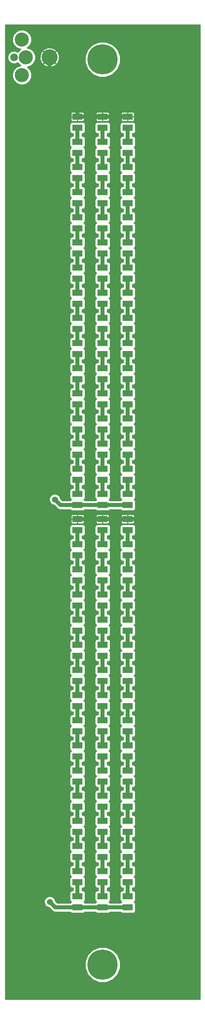
<source format=gtl>
G04 #@! TF.GenerationSoftware,KiCad,Pcbnew,5.0.2-bee76a0~70~ubuntu18.04.1*
G04 #@! TF.CreationDate,2020-04-21T07:34:43-07:00*
G04 #@! TF.ProjectId,hallway_backlight,68616c6c-7761-4795-9f62-61636b6c6967,1.0*
G04 #@! TF.SameCoordinates,Original*
G04 #@! TF.FileFunction,Copper,L1,Top*
G04 #@! TF.FilePolarity,Positive*
%FSLAX46Y46*%
G04 Gerber Fmt 4.6, Leading zero omitted, Abs format (unit mm)*
G04 Created by KiCad (PCBNEW 5.0.2-bee76a0~70~ubuntu18.04.1) date Tue 21 Apr 2020 07:34:43 AM PDT*
%MOMM*%
%LPD*%
G01*
G04 APERTURE LIST*
G04 #@! TA.AperFunction,ComponentPad*
%ADD10C,1.930400*%
G04 #@! TD*
G04 #@! TA.AperFunction,ComponentPad*
%ADD11C,3.556000*%
G04 #@! TD*
G04 #@! TA.AperFunction,ComponentPad*
%ADD12C,4.064000*%
G04 #@! TD*
G04 #@! TA.AperFunction,ComponentPad*
%ADD13C,7.620000*%
G04 #@! TD*
G04 #@! TA.AperFunction,SMDPad,CuDef*
%ADD14R,2.590800X1.600200*%
G04 #@! TD*
G04 #@! TA.AperFunction,ViaPad*
%ADD15C,1.524000*%
G04 #@! TD*
G04 #@! TA.AperFunction,Conductor*
%ADD16C,1.016000*%
G04 #@! TD*
G04 #@! TA.AperFunction,Conductor*
%ADD17C,0.254000*%
G04 #@! TD*
%ADD18C,0.254000*%
G04 APERTURE END LIST*
D10*
G04 #@! TO.P,P1,*
G04 #@! TO.N,*
X104597200Y-59817000D03*
D11*
G04 #@! TO.P,P1,2*
G04 #@! TO.N,GND*
X107594400Y-59817000D03*
D12*
G04 #@! TO.P,P1,1*
G04 #@! TO.N,/VIN*
X113588800Y-59817000D03*
D11*
G04 #@! TO.P,P1,*
G04 #@! TO.N,*
X106603800Y-64312800D03*
X106603800Y-55321200D03*
G04 #@! TD*
D13*
G04 #@! TO.P,1/4-20,*
G04 #@! TO.N,*
X127000000Y-60325000D03*
G04 #@! TD*
G04 #@! TO.P,1/4-20,*
G04 #@! TO.N,*
X127000000Y-288925000D03*
G04 #@! TD*
D14*
G04 #@! TO.P,D0\002C0,1*
G04 #@! TO.N,/VIN*
X120650000Y-74803000D03*
G04 #@! TO.P,D0\002C0,2*
G04 #@! TO.N,N-000091*
X120650000Y-77597000D03*
G04 #@! TD*
G04 #@! TO.P,D0\002C1,1*
G04 #@! TO.N,N-000091*
X120650000Y-81153000D03*
G04 #@! TO.P,D0\002C1,2*
G04 #@! TO.N,N-000090*
X120650000Y-83947000D03*
G04 #@! TD*
G04 #@! TO.P,D0\002C2,1*
G04 #@! TO.N,N-000090*
X120650000Y-87503000D03*
G04 #@! TO.P,D0\002C2,2*
G04 #@! TO.N,N-000089*
X120650000Y-90297000D03*
G04 #@! TD*
G04 #@! TO.P,D0\002C3,1*
G04 #@! TO.N,N-000089*
X120650000Y-93853000D03*
G04 #@! TO.P,D0\002C3,2*
G04 #@! TO.N,N-000088*
X120650000Y-96647000D03*
G04 #@! TD*
G04 #@! TO.P,D0\002C4,1*
G04 #@! TO.N,N-000088*
X120650000Y-100203000D03*
G04 #@! TO.P,D0\002C4,2*
G04 #@! TO.N,N-000087*
X120650000Y-102997000D03*
G04 #@! TD*
G04 #@! TO.P,D0\002C5,1*
G04 #@! TO.N,N-000087*
X120650000Y-106553000D03*
G04 #@! TO.P,D0\002C5,2*
G04 #@! TO.N,N-000086*
X120650000Y-109347000D03*
G04 #@! TD*
G04 #@! TO.P,D0\002C6,1*
G04 #@! TO.N,N-000086*
X120650000Y-112903000D03*
G04 #@! TO.P,D0\002C6,2*
G04 #@! TO.N,N-000085*
X120650000Y-115697000D03*
G04 #@! TD*
G04 #@! TO.P,D0\002C7,1*
G04 #@! TO.N,N-000085*
X120650000Y-119253000D03*
G04 #@! TO.P,D0\002C7,2*
G04 #@! TO.N,N-000084*
X120650000Y-122047000D03*
G04 #@! TD*
G04 #@! TO.P,D0\002C8,1*
G04 #@! TO.N,N-000084*
X120650000Y-125603000D03*
G04 #@! TO.P,D0\002C8,2*
G04 #@! TO.N,N-000083*
X120650000Y-128397000D03*
G04 #@! TD*
G04 #@! TO.P,D0\002C9,1*
G04 #@! TO.N,N-000083*
X120650000Y-131953000D03*
G04 #@! TO.P,D0\002C9,2*
G04 #@! TO.N,N-000082*
X120650000Y-134747000D03*
G04 #@! TD*
G04 #@! TO.P,D0\002C10,1*
G04 #@! TO.N,N-000082*
X120650000Y-138303000D03*
G04 #@! TO.P,D0\002C10,2*
G04 #@! TO.N,N-000081*
X120650000Y-141097000D03*
G04 #@! TD*
G04 #@! TO.P,D0\002C11,1*
G04 #@! TO.N,N-000081*
X120650000Y-144653000D03*
G04 #@! TO.P,D0\002C11,2*
G04 #@! TO.N,N-000080*
X120650000Y-147447000D03*
G04 #@! TD*
G04 #@! TO.P,D0\002C12,1*
G04 #@! TO.N,N-000080*
X120650000Y-151003000D03*
G04 #@! TO.P,D0\002C12,2*
G04 #@! TO.N,N-000079*
X120650000Y-153797000D03*
G04 #@! TD*
G04 #@! TO.P,D0\002C13,1*
G04 #@! TO.N,N-000079*
X120650000Y-157353000D03*
G04 #@! TO.P,D0\002C13,2*
G04 #@! TO.N,N-000078*
X120650000Y-160147000D03*
G04 #@! TD*
G04 #@! TO.P,D0\002C14,1*
G04 #@! TO.N,N-000078*
X120650000Y-163703000D03*
G04 #@! TO.P,D0\002C14,2*
G04 #@! TO.N,N-000077*
X120650000Y-166497000D03*
G04 #@! TD*
G04 #@! TO.P,D0\002C15,1*
G04 #@! TO.N,N-000077*
X120650000Y-170053000D03*
G04 #@! TO.P,D0\002C15,2*
G04 #@! TO.N,GND*
X120650000Y-172847000D03*
G04 #@! TD*
G04 #@! TO.P,D1\002C0,1*
G04 #@! TO.N,/VIN*
X127000000Y-74803000D03*
G04 #@! TO.P,D1\002C0,2*
G04 #@! TO.N,N-000076*
X127000000Y-77597000D03*
G04 #@! TD*
G04 #@! TO.P,D1\002C1,1*
G04 #@! TO.N,N-000076*
X127000000Y-81153000D03*
G04 #@! TO.P,D1\002C1,2*
G04 #@! TO.N,N-000075*
X127000000Y-83947000D03*
G04 #@! TD*
G04 #@! TO.P,D1\002C2,1*
G04 #@! TO.N,N-000075*
X127000000Y-87503000D03*
G04 #@! TO.P,D1\002C2,2*
G04 #@! TO.N,N-000074*
X127000000Y-90297000D03*
G04 #@! TD*
G04 #@! TO.P,D1\002C3,1*
G04 #@! TO.N,N-000074*
X127000000Y-93853000D03*
G04 #@! TO.P,D1\002C3,2*
G04 #@! TO.N,N-000073*
X127000000Y-96647000D03*
G04 #@! TD*
G04 #@! TO.P,D1\002C4,1*
G04 #@! TO.N,N-000073*
X127000000Y-100203000D03*
G04 #@! TO.P,D1\002C4,2*
G04 #@! TO.N,N-000072*
X127000000Y-102997000D03*
G04 #@! TD*
G04 #@! TO.P,D1\002C5,1*
G04 #@! TO.N,N-000072*
X127000000Y-106553000D03*
G04 #@! TO.P,D1\002C5,2*
G04 #@! TO.N,N-000071*
X127000000Y-109347000D03*
G04 #@! TD*
G04 #@! TO.P,D1\002C6,1*
G04 #@! TO.N,N-000071*
X127000000Y-112903000D03*
G04 #@! TO.P,D1\002C6,2*
G04 #@! TO.N,N-000070*
X127000000Y-115697000D03*
G04 #@! TD*
G04 #@! TO.P,D1\002C7,1*
G04 #@! TO.N,N-000070*
X127000000Y-119253000D03*
G04 #@! TO.P,D1\002C7,2*
G04 #@! TO.N,N-000069*
X127000000Y-122047000D03*
G04 #@! TD*
G04 #@! TO.P,D1\002C8,1*
G04 #@! TO.N,N-000069*
X127000000Y-125603000D03*
G04 #@! TO.P,D1\002C8,2*
G04 #@! TO.N,N-000068*
X127000000Y-128397000D03*
G04 #@! TD*
G04 #@! TO.P,D1\002C9,1*
G04 #@! TO.N,N-000068*
X127000000Y-131953000D03*
G04 #@! TO.P,D1\002C9,2*
G04 #@! TO.N,N-000067*
X127000000Y-134747000D03*
G04 #@! TD*
G04 #@! TO.P,D1\002C10,1*
G04 #@! TO.N,N-000067*
X127000000Y-138303000D03*
G04 #@! TO.P,D1\002C10,2*
G04 #@! TO.N,N-000066*
X127000000Y-141097000D03*
G04 #@! TD*
G04 #@! TO.P,D1\002C11,1*
G04 #@! TO.N,N-000066*
X127000000Y-144653000D03*
G04 #@! TO.P,D1\002C11,2*
G04 #@! TO.N,N-000065*
X127000000Y-147447000D03*
G04 #@! TD*
G04 #@! TO.P,D1\002C12,1*
G04 #@! TO.N,N-000065*
X127000000Y-151003000D03*
G04 #@! TO.P,D1\002C12,2*
G04 #@! TO.N,N-000064*
X127000000Y-153797000D03*
G04 #@! TD*
G04 #@! TO.P,D1\002C13,1*
G04 #@! TO.N,N-000064*
X127000000Y-157353000D03*
G04 #@! TO.P,D1\002C13,2*
G04 #@! TO.N,N-000063*
X127000000Y-160147000D03*
G04 #@! TD*
G04 #@! TO.P,D1\002C14,1*
G04 #@! TO.N,N-000063*
X127000000Y-163703000D03*
G04 #@! TO.P,D1\002C14,2*
G04 #@! TO.N,N-000062*
X127000000Y-166497000D03*
G04 #@! TD*
G04 #@! TO.P,D1\002C15,1*
G04 #@! TO.N,N-000062*
X127000000Y-170053000D03*
G04 #@! TO.P,D1\002C15,2*
G04 #@! TO.N,GND*
X127000000Y-172847000D03*
G04 #@! TD*
G04 #@! TO.P,D2\002C0,1*
G04 #@! TO.N,/VIN*
X133350000Y-74803000D03*
G04 #@! TO.P,D2\002C0,2*
G04 #@! TO.N,N-000061*
X133350000Y-77597000D03*
G04 #@! TD*
G04 #@! TO.P,D2\002C1,1*
G04 #@! TO.N,N-000061*
X133350000Y-81153000D03*
G04 #@! TO.P,D2\002C1,2*
G04 #@! TO.N,N-000060*
X133350000Y-83947000D03*
G04 #@! TD*
G04 #@! TO.P,D2\002C2,1*
G04 #@! TO.N,N-000060*
X133350000Y-87503000D03*
G04 #@! TO.P,D2\002C2,2*
G04 #@! TO.N,N-000059*
X133350000Y-90297000D03*
G04 #@! TD*
G04 #@! TO.P,D2\002C3,1*
G04 #@! TO.N,N-000059*
X133350000Y-93853000D03*
G04 #@! TO.P,D2\002C3,2*
G04 #@! TO.N,N-000058*
X133350000Y-96647000D03*
G04 #@! TD*
G04 #@! TO.P,D2\002C4,1*
G04 #@! TO.N,N-000058*
X133350000Y-100203000D03*
G04 #@! TO.P,D2\002C4,2*
G04 #@! TO.N,N-000057*
X133350000Y-102997000D03*
G04 #@! TD*
G04 #@! TO.P,D2\002C5,1*
G04 #@! TO.N,N-000057*
X133350000Y-106553000D03*
G04 #@! TO.P,D2\002C5,2*
G04 #@! TO.N,N-000056*
X133350000Y-109347000D03*
G04 #@! TD*
G04 #@! TO.P,D2\002C6,1*
G04 #@! TO.N,N-000056*
X133350000Y-112903000D03*
G04 #@! TO.P,D2\002C6,2*
G04 #@! TO.N,N-000055*
X133350000Y-115697000D03*
G04 #@! TD*
G04 #@! TO.P,D2\002C7,1*
G04 #@! TO.N,N-000055*
X133350000Y-119253000D03*
G04 #@! TO.P,D2\002C7,2*
G04 #@! TO.N,N-000054*
X133350000Y-122047000D03*
G04 #@! TD*
G04 #@! TO.P,D2\002C8,1*
G04 #@! TO.N,N-000054*
X133350000Y-125603000D03*
G04 #@! TO.P,D2\002C8,2*
G04 #@! TO.N,N-000053*
X133350000Y-128397000D03*
G04 #@! TD*
G04 #@! TO.P,D2\002C9,1*
G04 #@! TO.N,N-000053*
X133350000Y-131953000D03*
G04 #@! TO.P,D2\002C9,2*
G04 #@! TO.N,N-000052*
X133350000Y-134747000D03*
G04 #@! TD*
G04 #@! TO.P,D2\002C10,1*
G04 #@! TO.N,N-000052*
X133350000Y-138303000D03*
G04 #@! TO.P,D2\002C10,2*
G04 #@! TO.N,N-000051*
X133350000Y-141097000D03*
G04 #@! TD*
G04 #@! TO.P,D2\002C11,1*
G04 #@! TO.N,N-000051*
X133350000Y-144653000D03*
G04 #@! TO.P,D2\002C11,2*
G04 #@! TO.N,N-000050*
X133350000Y-147447000D03*
G04 #@! TD*
G04 #@! TO.P,D2\002C12,1*
G04 #@! TO.N,N-000050*
X133350000Y-151003000D03*
G04 #@! TO.P,D2\002C12,2*
G04 #@! TO.N,N-000049*
X133350000Y-153797000D03*
G04 #@! TD*
G04 #@! TO.P,D2\002C13,1*
G04 #@! TO.N,N-000049*
X133350000Y-157353000D03*
G04 #@! TO.P,D2\002C13,2*
G04 #@! TO.N,N-000048*
X133350000Y-160147000D03*
G04 #@! TD*
G04 #@! TO.P,D2\002C14,1*
G04 #@! TO.N,N-000048*
X133350000Y-163703000D03*
G04 #@! TO.P,D2\002C14,2*
G04 #@! TO.N,N-000047*
X133350000Y-166497000D03*
G04 #@! TD*
G04 #@! TO.P,D2\002C15,1*
G04 #@! TO.N,N-000047*
X133350000Y-170053000D03*
G04 #@! TO.P,D2\002C15,2*
G04 #@! TO.N,GND*
X133350000Y-172847000D03*
G04 #@! TD*
G04 #@! TO.P,D3\002C0,1*
G04 #@! TO.N,/VIN*
X120650000Y-176403000D03*
G04 #@! TO.P,D3\002C0,2*
G04 #@! TO.N,N-000046*
X120650000Y-179197000D03*
G04 #@! TD*
G04 #@! TO.P,D3\002C1,1*
G04 #@! TO.N,N-000046*
X120650000Y-182753000D03*
G04 #@! TO.P,D3\002C1,2*
G04 #@! TO.N,N-000045*
X120650000Y-185547000D03*
G04 #@! TD*
G04 #@! TO.P,D3\002C2,1*
G04 #@! TO.N,N-000045*
X120650000Y-189103000D03*
G04 #@! TO.P,D3\002C2,2*
G04 #@! TO.N,N-000044*
X120650000Y-191897000D03*
G04 #@! TD*
G04 #@! TO.P,D3\002C3,1*
G04 #@! TO.N,N-000044*
X120650000Y-195453000D03*
G04 #@! TO.P,D3\002C3,2*
G04 #@! TO.N,N-000043*
X120650000Y-198247000D03*
G04 #@! TD*
G04 #@! TO.P,D3\002C4,1*
G04 #@! TO.N,N-000043*
X120650000Y-201803000D03*
G04 #@! TO.P,D3\002C4,2*
G04 #@! TO.N,N-000042*
X120650000Y-204597000D03*
G04 #@! TD*
G04 #@! TO.P,D3\002C5,1*
G04 #@! TO.N,N-000042*
X120650000Y-208153000D03*
G04 #@! TO.P,D3\002C5,2*
G04 #@! TO.N,N-000041*
X120650000Y-210947000D03*
G04 #@! TD*
G04 #@! TO.P,D3\002C6,1*
G04 #@! TO.N,N-000041*
X120650000Y-214503000D03*
G04 #@! TO.P,D3\002C6,2*
G04 #@! TO.N,N-000040*
X120650000Y-217297000D03*
G04 #@! TD*
G04 #@! TO.P,D3\002C7,1*
G04 #@! TO.N,N-000040*
X120650000Y-220853000D03*
G04 #@! TO.P,D3\002C7,2*
G04 #@! TO.N,N-000039*
X120650000Y-223647000D03*
G04 #@! TD*
G04 #@! TO.P,D3\002C8,1*
G04 #@! TO.N,N-000039*
X120650000Y-227203000D03*
G04 #@! TO.P,D3\002C8,2*
G04 #@! TO.N,N-000038*
X120650000Y-229997000D03*
G04 #@! TD*
G04 #@! TO.P,D3\002C9,1*
G04 #@! TO.N,N-000038*
X120650000Y-233553000D03*
G04 #@! TO.P,D3\002C9,2*
G04 #@! TO.N,N-000037*
X120650000Y-236347000D03*
G04 #@! TD*
G04 #@! TO.P,D3\002C10,1*
G04 #@! TO.N,N-000037*
X120650000Y-239903000D03*
G04 #@! TO.P,D3\002C10,2*
G04 #@! TO.N,N-000036*
X120650000Y-242697000D03*
G04 #@! TD*
G04 #@! TO.P,D3\002C11,1*
G04 #@! TO.N,N-000036*
X120650000Y-246253000D03*
G04 #@! TO.P,D3\002C11,2*
G04 #@! TO.N,N-000035*
X120650000Y-249047000D03*
G04 #@! TD*
G04 #@! TO.P,D3\002C12,1*
G04 #@! TO.N,N-000035*
X120650000Y-252603000D03*
G04 #@! TO.P,D3\002C12,2*
G04 #@! TO.N,N-000034*
X120650000Y-255397000D03*
G04 #@! TD*
G04 #@! TO.P,D3\002C13,1*
G04 #@! TO.N,N-000034*
X120650000Y-258953000D03*
G04 #@! TO.P,D3\002C13,2*
G04 #@! TO.N,N-000033*
X120650000Y-261747000D03*
G04 #@! TD*
G04 #@! TO.P,D3\002C14,1*
G04 #@! TO.N,N-000033*
X120650000Y-265303000D03*
G04 #@! TO.P,D3\002C14,2*
G04 #@! TO.N,N-000032*
X120650000Y-268097000D03*
G04 #@! TD*
G04 #@! TO.P,D3\002C15,1*
G04 #@! TO.N,N-000032*
X120650000Y-271653000D03*
G04 #@! TO.P,D3\002C15,2*
G04 #@! TO.N,GND*
X120650000Y-274447000D03*
G04 #@! TD*
G04 #@! TO.P,D4\002C0,1*
G04 #@! TO.N,/VIN*
X127000000Y-176403000D03*
G04 #@! TO.P,D4\002C0,2*
G04 #@! TO.N,N-000031*
X127000000Y-179197000D03*
G04 #@! TD*
G04 #@! TO.P,D4\002C1,1*
G04 #@! TO.N,N-000031*
X127000000Y-182753000D03*
G04 #@! TO.P,D4\002C1,2*
G04 #@! TO.N,N-000030*
X127000000Y-185547000D03*
G04 #@! TD*
G04 #@! TO.P,D4\002C2,1*
G04 #@! TO.N,N-000030*
X127000000Y-189103000D03*
G04 #@! TO.P,D4\002C2,2*
G04 #@! TO.N,N-000029*
X127000000Y-191897000D03*
G04 #@! TD*
G04 #@! TO.P,D4\002C3,1*
G04 #@! TO.N,N-000029*
X127000000Y-195453000D03*
G04 #@! TO.P,D4\002C3,2*
G04 #@! TO.N,N-000028*
X127000000Y-198247000D03*
G04 #@! TD*
G04 #@! TO.P,D4\002C4,1*
G04 #@! TO.N,N-000028*
X127000000Y-201803000D03*
G04 #@! TO.P,D4\002C4,2*
G04 #@! TO.N,N-000027*
X127000000Y-204597000D03*
G04 #@! TD*
G04 #@! TO.P,D4\002C5,1*
G04 #@! TO.N,N-000027*
X127000000Y-208153000D03*
G04 #@! TO.P,D4\002C5,2*
G04 #@! TO.N,N-000026*
X127000000Y-210947000D03*
G04 #@! TD*
G04 #@! TO.P,D4\002C6,1*
G04 #@! TO.N,N-000026*
X127000000Y-214503000D03*
G04 #@! TO.P,D4\002C6,2*
G04 #@! TO.N,N-000025*
X127000000Y-217297000D03*
G04 #@! TD*
G04 #@! TO.P,D4\002C7,1*
G04 #@! TO.N,N-000025*
X127000000Y-220853000D03*
G04 #@! TO.P,D4\002C7,2*
G04 #@! TO.N,N-000024*
X127000000Y-223647000D03*
G04 #@! TD*
G04 #@! TO.P,D4\002C8,1*
G04 #@! TO.N,N-000024*
X127000000Y-227203000D03*
G04 #@! TO.P,D4\002C8,2*
G04 #@! TO.N,N-000023*
X127000000Y-229997000D03*
G04 #@! TD*
G04 #@! TO.P,D4\002C9,1*
G04 #@! TO.N,N-000023*
X127000000Y-233553000D03*
G04 #@! TO.P,D4\002C9,2*
G04 #@! TO.N,N-000022*
X127000000Y-236347000D03*
G04 #@! TD*
G04 #@! TO.P,D4\002C10,1*
G04 #@! TO.N,N-000022*
X127000000Y-239903000D03*
G04 #@! TO.P,D4\002C10,2*
G04 #@! TO.N,N-000021*
X127000000Y-242697000D03*
G04 #@! TD*
G04 #@! TO.P,D4\002C11,1*
G04 #@! TO.N,N-000021*
X127000000Y-246253000D03*
G04 #@! TO.P,D4\002C11,2*
G04 #@! TO.N,N-000020*
X127000000Y-249047000D03*
G04 #@! TD*
G04 #@! TO.P,D4\002C12,1*
G04 #@! TO.N,N-000020*
X127000000Y-252603000D03*
G04 #@! TO.P,D4\002C12,2*
G04 #@! TO.N,N-000019*
X127000000Y-255397000D03*
G04 #@! TD*
G04 #@! TO.P,D4\002C13,1*
G04 #@! TO.N,N-000019*
X127000000Y-258953000D03*
G04 #@! TO.P,D4\002C13,2*
G04 #@! TO.N,N-000018*
X127000000Y-261747000D03*
G04 #@! TD*
G04 #@! TO.P,D4\002C14,1*
G04 #@! TO.N,N-000018*
X127000000Y-265303000D03*
G04 #@! TO.P,D4\002C14,2*
G04 #@! TO.N,N-000017*
X127000000Y-268097000D03*
G04 #@! TD*
G04 #@! TO.P,D4\002C15,1*
G04 #@! TO.N,N-000017*
X127000000Y-271653000D03*
G04 #@! TO.P,D4\002C15,2*
G04 #@! TO.N,GND*
X127000000Y-274447000D03*
G04 #@! TD*
G04 #@! TO.P,D5\002C0,1*
G04 #@! TO.N,/VIN*
X133350000Y-176403000D03*
G04 #@! TO.P,D5\002C0,2*
G04 #@! TO.N,N-000016*
X133350000Y-179197000D03*
G04 #@! TD*
G04 #@! TO.P,D5\002C1,1*
G04 #@! TO.N,N-000016*
X133350000Y-182753000D03*
G04 #@! TO.P,D5\002C1,2*
G04 #@! TO.N,N-000015*
X133350000Y-185547000D03*
G04 #@! TD*
G04 #@! TO.P,D5\002C2,1*
G04 #@! TO.N,N-000015*
X133350000Y-189103000D03*
G04 #@! TO.P,D5\002C2,2*
G04 #@! TO.N,N-000014*
X133350000Y-191897000D03*
G04 #@! TD*
G04 #@! TO.P,D5\002C3,1*
G04 #@! TO.N,N-000014*
X133350000Y-195453000D03*
G04 #@! TO.P,D5\002C3,2*
G04 #@! TO.N,N-000013*
X133350000Y-198247000D03*
G04 #@! TD*
G04 #@! TO.P,D5\002C4,1*
G04 #@! TO.N,N-000013*
X133350000Y-201803000D03*
G04 #@! TO.P,D5\002C4,2*
G04 #@! TO.N,N-000012*
X133350000Y-204597000D03*
G04 #@! TD*
G04 #@! TO.P,D5\002C5,1*
G04 #@! TO.N,N-000012*
X133350000Y-208153000D03*
G04 #@! TO.P,D5\002C5,2*
G04 #@! TO.N,N-000011*
X133350000Y-210947000D03*
G04 #@! TD*
G04 #@! TO.P,D5\002C6,1*
G04 #@! TO.N,N-000011*
X133350000Y-214503000D03*
G04 #@! TO.P,D5\002C6,2*
G04 #@! TO.N,N-000010*
X133350000Y-217297000D03*
G04 #@! TD*
G04 #@! TO.P,D5\002C7,1*
G04 #@! TO.N,N-000010*
X133350000Y-220853000D03*
G04 #@! TO.P,D5\002C7,2*
G04 #@! TO.N,N-000009*
X133350000Y-223647000D03*
G04 #@! TD*
G04 #@! TO.P,D5\002C8,1*
G04 #@! TO.N,N-000009*
X133350000Y-227203000D03*
G04 #@! TO.P,D5\002C8,2*
G04 #@! TO.N,N-000008*
X133350000Y-229997000D03*
G04 #@! TD*
G04 #@! TO.P,D5\002C9,1*
G04 #@! TO.N,N-000008*
X133350000Y-233553000D03*
G04 #@! TO.P,D5\002C9,2*
G04 #@! TO.N,N-000007*
X133350000Y-236347000D03*
G04 #@! TD*
G04 #@! TO.P,D5\002C10,1*
G04 #@! TO.N,N-000007*
X133350000Y-239903000D03*
G04 #@! TO.P,D5\002C10,2*
G04 #@! TO.N,N-000006*
X133350000Y-242697000D03*
G04 #@! TD*
G04 #@! TO.P,D5\002C11,1*
G04 #@! TO.N,N-000006*
X133350000Y-246253000D03*
G04 #@! TO.P,D5\002C11,2*
G04 #@! TO.N,N-000005*
X133350000Y-249047000D03*
G04 #@! TD*
G04 #@! TO.P,D5\002C12,1*
G04 #@! TO.N,N-000005*
X133350000Y-252603000D03*
G04 #@! TO.P,D5\002C12,2*
G04 #@! TO.N,N-000004*
X133350000Y-255397000D03*
G04 #@! TD*
G04 #@! TO.P,D5\002C13,1*
G04 #@! TO.N,N-000004*
X133350000Y-258953000D03*
G04 #@! TO.P,D5\002C13,2*
G04 #@! TO.N,N-000003*
X133350000Y-261747000D03*
G04 #@! TD*
G04 #@! TO.P,D5\002C14,1*
G04 #@! TO.N,N-000003*
X133350000Y-265303000D03*
G04 #@! TO.P,D5\002C14,2*
G04 #@! TO.N,N-000002*
X133350000Y-268097000D03*
G04 #@! TD*
G04 #@! TO.P,D5\002C15,1*
G04 #@! TO.N,N-000002*
X133350000Y-271653000D03*
G04 #@! TO.P,D5\002C15,2*
G04 #@! TO.N,GND*
X133350000Y-274447000D03*
G04 #@! TD*
D15*
G04 #@! TO.N,GND*
X113665000Y-273050000D03*
X114935000Y-171450000D03*
G04 #@! TD*
D16*
G04 #@! TO.N,/VIN*
X127000000Y-176403000D02*
X120650000Y-176403000D01*
X133350000Y-176403000D02*
X127000000Y-176403000D01*
X120650000Y-69850000D02*
X135890000Y-69850000D01*
X136652000Y-176403000D02*
X133350000Y-176403000D01*
X140335000Y-172720000D02*
X136652000Y-176403000D01*
X140335000Y-74295000D02*
X140335000Y-172720000D01*
X135890000Y-69850000D02*
X140335000Y-74295000D01*
X113588800Y-59817000D02*
X113588800Y-62788800D01*
X120650000Y-69850000D02*
X120650000Y-74803000D01*
X113588800Y-62788800D02*
X120650000Y-69850000D01*
X127000000Y-74803000D02*
X133350000Y-74803000D01*
X120650000Y-74803000D02*
X127000000Y-74803000D01*
G04 #@! TO.N,GND*
X115062000Y-274447000D02*
X120650000Y-274447000D01*
X113665000Y-273050000D02*
X115062000Y-274447000D01*
X127000000Y-274447000D02*
X120650000Y-274447000D01*
X133350000Y-274447000D02*
X127000000Y-274447000D01*
X120650000Y-172847000D02*
X116332000Y-172847000D01*
X116332000Y-172847000D02*
X114935000Y-171450000D01*
X127000000Y-172847000D02*
X120650000Y-172847000D01*
X133350000Y-172847000D02*
X127000000Y-172847000D01*
G04 #@! TO.N,N-000002*
X133350000Y-268097000D02*
X133350000Y-271653000D01*
G04 #@! TO.N,N-000003*
X133350000Y-261747000D02*
X133350000Y-265303000D01*
G04 #@! TO.N,N-000004*
X133350000Y-255397000D02*
X133350000Y-258953000D01*
G04 #@! TO.N,N-000005*
X133350000Y-249047000D02*
X133350000Y-252603000D01*
G04 #@! TO.N,N-000006*
X133350000Y-242697000D02*
X133350000Y-246253000D01*
G04 #@! TO.N,N-000007*
X133350000Y-236347000D02*
X133350000Y-239903000D01*
G04 #@! TO.N,N-000008*
X133350000Y-229997000D02*
X133350000Y-233553000D01*
G04 #@! TO.N,N-000009*
X133350000Y-223647000D02*
X133350000Y-227203000D01*
G04 #@! TO.N,N-000010*
X133350000Y-217297000D02*
X133350000Y-220853000D01*
G04 #@! TO.N,N-000011*
X133350000Y-210947000D02*
X133350000Y-214503000D01*
G04 #@! TO.N,N-000012*
X133350000Y-204597000D02*
X133350000Y-208153000D01*
G04 #@! TO.N,N-000013*
X133350000Y-198247000D02*
X133350000Y-201803000D01*
G04 #@! TO.N,N-000014*
X133350000Y-191897000D02*
X133350000Y-195453000D01*
G04 #@! TO.N,N-000015*
X133350000Y-185547000D02*
X133350000Y-189103000D01*
G04 #@! TO.N,N-000016*
X133350000Y-179197000D02*
X133350000Y-182753000D01*
G04 #@! TO.N,N-000017*
X127000000Y-268097000D02*
X127000000Y-271653000D01*
G04 #@! TO.N,N-000018*
X127000000Y-261747000D02*
X127000000Y-265303000D01*
G04 #@! TO.N,N-000019*
X127000000Y-255397000D02*
X127000000Y-258953000D01*
G04 #@! TO.N,N-000020*
X127000000Y-249047000D02*
X127000000Y-252603000D01*
G04 #@! TO.N,N-000021*
X127000000Y-242697000D02*
X127000000Y-246253000D01*
G04 #@! TO.N,N-000022*
X127000000Y-236347000D02*
X127000000Y-239903000D01*
G04 #@! TO.N,N-000023*
X127000000Y-229997000D02*
X127000000Y-233553000D01*
G04 #@! TO.N,N-000024*
X127000000Y-223647000D02*
X127000000Y-227203000D01*
G04 #@! TO.N,N-000025*
X127000000Y-217297000D02*
X127000000Y-220853000D01*
G04 #@! TO.N,N-000026*
X127000000Y-210947000D02*
X127000000Y-214503000D01*
G04 #@! TO.N,N-000027*
X127000000Y-204597000D02*
X127000000Y-208153000D01*
G04 #@! TO.N,N-000028*
X127000000Y-198247000D02*
X127000000Y-201803000D01*
G04 #@! TO.N,N-000029*
X127000000Y-191897000D02*
X127000000Y-195453000D01*
G04 #@! TO.N,N-000030*
X127000000Y-185547000D02*
X127000000Y-189103000D01*
G04 #@! TO.N,N-000031*
X127000000Y-179197000D02*
X127000000Y-182753000D01*
G04 #@! TO.N,N-000032*
X120650000Y-268097000D02*
X120650000Y-271653000D01*
G04 #@! TO.N,N-000033*
X120650000Y-261747000D02*
X120650000Y-265303000D01*
G04 #@! TO.N,N-000034*
X120650000Y-255397000D02*
X120650000Y-258953000D01*
G04 #@! TO.N,N-000035*
X120650000Y-249047000D02*
X120650000Y-252603000D01*
G04 #@! TO.N,N-000036*
X120650000Y-242697000D02*
X120650000Y-246253000D01*
G04 #@! TO.N,N-000037*
X120650000Y-236347000D02*
X120650000Y-239903000D01*
G04 #@! TO.N,N-000038*
X120650000Y-229997000D02*
X120650000Y-233553000D01*
G04 #@! TO.N,N-000039*
X120650000Y-223647000D02*
X120650000Y-227203000D01*
G04 #@! TO.N,N-000040*
X120650000Y-217297000D02*
X120650000Y-220853000D01*
G04 #@! TO.N,N-000041*
X120650000Y-210947000D02*
X120650000Y-214503000D01*
G04 #@! TO.N,N-000042*
X120650000Y-204597000D02*
X120650000Y-208153000D01*
G04 #@! TO.N,N-000043*
X120650000Y-198247000D02*
X120650000Y-201803000D01*
G04 #@! TO.N,N-000044*
X120650000Y-191897000D02*
X120650000Y-195453000D01*
G04 #@! TO.N,N-000045*
X120650000Y-185547000D02*
X120650000Y-189103000D01*
G04 #@! TO.N,N-000046*
X120650000Y-179197000D02*
X120650000Y-182753000D01*
G04 #@! TO.N,N-000047*
X133350000Y-166497000D02*
X133350000Y-170053000D01*
G04 #@! TO.N,N-000048*
X133350000Y-160147000D02*
X133350000Y-163703000D01*
G04 #@! TO.N,N-000049*
X133350000Y-153797000D02*
X133350000Y-157353000D01*
G04 #@! TO.N,N-000050*
X133350000Y-147447000D02*
X133350000Y-151003000D01*
G04 #@! TO.N,N-000051*
X133350000Y-141097000D02*
X133350000Y-144653000D01*
G04 #@! TO.N,N-000052*
X133350000Y-134747000D02*
X133350000Y-138303000D01*
G04 #@! TO.N,N-000053*
X133350000Y-128397000D02*
X133350000Y-131953000D01*
G04 #@! TO.N,N-000054*
X133350000Y-122047000D02*
X133350000Y-125603000D01*
G04 #@! TO.N,N-000055*
X133350000Y-115697000D02*
X133350000Y-119253000D01*
G04 #@! TO.N,N-000056*
X133350000Y-109347000D02*
X133350000Y-112903000D01*
G04 #@! TO.N,N-000057*
X133350000Y-102997000D02*
X133350000Y-106553000D01*
G04 #@! TO.N,N-000058*
X133350000Y-96647000D02*
X133350000Y-100203000D01*
G04 #@! TO.N,N-000059*
X133350000Y-90297000D02*
X133350000Y-93853000D01*
G04 #@! TO.N,N-000060*
X133350000Y-83947000D02*
X133350000Y-87503000D01*
G04 #@! TO.N,N-000061*
X133350000Y-77597000D02*
X133350000Y-81153000D01*
G04 #@! TO.N,N-000062*
X127000000Y-166497000D02*
X127000000Y-170053000D01*
G04 #@! TO.N,N-000063*
X127000000Y-160147000D02*
X127000000Y-163703000D01*
G04 #@! TO.N,N-000064*
X127000000Y-153797000D02*
X127000000Y-157353000D01*
G04 #@! TO.N,N-000065*
X127000000Y-147447000D02*
X127000000Y-151003000D01*
G04 #@! TO.N,N-000066*
X127000000Y-141097000D02*
X127000000Y-144653000D01*
G04 #@! TO.N,N-000067*
X127000000Y-134747000D02*
X127000000Y-138303000D01*
G04 #@! TO.N,N-000068*
X127000000Y-128397000D02*
X127000000Y-131953000D01*
G04 #@! TO.N,N-000069*
X127000000Y-122047000D02*
X127000000Y-125603000D01*
G04 #@! TO.N,N-000070*
X127000000Y-115697000D02*
X127000000Y-119253000D01*
G04 #@! TO.N,N-000071*
X127000000Y-109347000D02*
X127000000Y-112903000D01*
G04 #@! TO.N,N-000072*
X127000000Y-102997000D02*
X127000000Y-106553000D01*
G04 #@! TO.N,N-000073*
X127000000Y-96647000D02*
X127000000Y-100203000D01*
G04 #@! TO.N,N-000074*
X127000000Y-90297000D02*
X127000000Y-93853000D01*
G04 #@! TO.N,N-000075*
X127000000Y-83947000D02*
X127000000Y-87503000D01*
G04 #@! TO.N,N-000076*
X127000000Y-77597000D02*
X127000000Y-81153000D01*
G04 #@! TO.N,N-000077*
X120650000Y-166497000D02*
X120650000Y-170053000D01*
G04 #@! TO.N,N-000078*
X120650000Y-160147000D02*
X120650000Y-163703000D01*
G04 #@! TO.N,N-000079*
X120650000Y-153797000D02*
X120650000Y-157353000D01*
G04 #@! TO.N,N-000080*
X120650000Y-147447000D02*
X120650000Y-151003000D01*
G04 #@! TO.N,N-000081*
X120650000Y-141097000D02*
X120650000Y-144653000D01*
G04 #@! TO.N,N-000082*
X120650000Y-134747000D02*
X120650000Y-138303000D01*
G04 #@! TO.N,N-000083*
X120650000Y-128397000D02*
X120650000Y-131953000D01*
G04 #@! TO.N,N-000084*
X120650000Y-122047000D02*
X120650000Y-125603000D01*
G04 #@! TO.N,N-000085*
X120650000Y-115697000D02*
X120650000Y-119253000D01*
G04 #@! TO.N,N-000086*
X120650000Y-109347000D02*
X120650000Y-112903000D01*
G04 #@! TO.N,N-000087*
X120650000Y-102997000D02*
X120650000Y-106553000D01*
G04 #@! TO.N,N-000088*
X120650000Y-96647000D02*
X120650000Y-100203000D01*
G04 #@! TO.N,N-000089*
X120650000Y-90297000D02*
X120650000Y-93853000D01*
G04 #@! TO.N,N-000090*
X120650000Y-83947000D02*
X120650000Y-87503000D01*
G04 #@! TO.N,N-000091*
X120650000Y-77597000D02*
X120650000Y-81153000D01*
G04 #@! TD*
D17*
G04 #@! TO.N,/VIN*
X102425500Y-51625500D02*
X151574500Y-51625500D01*
X102425500Y-51866800D02*
X151574500Y-51866800D01*
X102425500Y-52108100D02*
X151574500Y-52108100D01*
X102425500Y-52349400D02*
X151574500Y-52349400D01*
X102425500Y-52590700D02*
X151574500Y-52590700D01*
X102425500Y-52832000D02*
X151574500Y-52832000D01*
X102425500Y-53073300D02*
X105725240Y-53073300D01*
X107482361Y-53073300D02*
X151574500Y-53073300D01*
X102425500Y-53314600D02*
X105197904Y-53314600D01*
X108009696Y-53314600D02*
X151574500Y-53314600D01*
X102425500Y-53555900D02*
X104956604Y-53555900D01*
X108250996Y-53555900D02*
X151574500Y-53555900D01*
X102425500Y-53797200D02*
X104715304Y-53797200D01*
X108492296Y-53797200D02*
X151574500Y-53797200D01*
X102425500Y-54038500D02*
X104523301Y-54038500D01*
X108684300Y-54038500D02*
X151574500Y-54038500D01*
X102425500Y-54279800D02*
X104423351Y-54279800D01*
X108784250Y-54279800D02*
X151574500Y-54279800D01*
X102425500Y-54521100D02*
X104323401Y-54521100D01*
X108884200Y-54521100D02*
X151574500Y-54521100D01*
X102425500Y-54762400D02*
X104223451Y-54762400D01*
X108984150Y-54762400D02*
X151574500Y-54762400D01*
X102425500Y-55003700D02*
X104190800Y-55003700D01*
X109016800Y-55003700D02*
X151574500Y-55003700D01*
X102425500Y-55245000D02*
X104190800Y-55245000D01*
X109016800Y-55245000D02*
X151574500Y-55245000D01*
X102425500Y-55486300D02*
X104190800Y-55486300D01*
X109016800Y-55486300D02*
X151574500Y-55486300D01*
X102425500Y-55727600D02*
X104190800Y-55727600D01*
X109016800Y-55727600D02*
X151574500Y-55727600D01*
X102425500Y-55968900D02*
X104260274Y-55968900D01*
X108947325Y-55968900D02*
X125901211Y-55968900D01*
X128098790Y-55968900D02*
X151574500Y-55968900D01*
X102425500Y-56210200D02*
X104360224Y-56210200D01*
X108847375Y-56210200D02*
X125318662Y-56210200D01*
X128681339Y-56210200D02*
X151574500Y-56210200D01*
X102425500Y-56451500D02*
X104460173Y-56451500D01*
X108747426Y-56451500D02*
X124736112Y-56451500D01*
X129263889Y-56451500D02*
X151574500Y-56451500D01*
X102425500Y-56692800D02*
X104562904Y-56692800D01*
X108644696Y-56692800D02*
X124346021Y-56692800D01*
X129653979Y-56692800D02*
X151574500Y-56692800D01*
X102425500Y-56934100D02*
X104804204Y-56934100D01*
X108403396Y-56934100D02*
X124104721Y-56934100D01*
X129895279Y-56934100D02*
X151574500Y-56934100D01*
X102425500Y-57175400D02*
X105045504Y-57175400D01*
X108162096Y-57175400D02*
X123863421Y-57175400D01*
X130136579Y-57175400D02*
X151574500Y-57175400D01*
X102425500Y-57416700D02*
X105357313Y-57416700D01*
X108105036Y-57416700D02*
X113117579Y-57416700D01*
X114002162Y-57416700D02*
X123622121Y-57416700D01*
X130377879Y-57416700D02*
X151574500Y-57416700D01*
X102425500Y-57658000D02*
X105939862Y-57658000D01*
X108687585Y-57658000D02*
X112473761Y-57658000D01*
X114670239Y-57658000D02*
X123380821Y-57658000D01*
X130619179Y-57658000D02*
X151574500Y-57658000D01*
X102425500Y-57899300D02*
X106099604Y-57899300D01*
X109089196Y-57899300D02*
X112095387Y-57899300D01*
X115082214Y-57899300D02*
X123193525Y-57899300D01*
X130806476Y-57899300D02*
X151574500Y-57899300D01*
X102425500Y-58140600D02*
X105858304Y-58140600D01*
X109330496Y-58140600D02*
X111930360Y-58140600D01*
X115247239Y-58140600D02*
X123093575Y-58140600D01*
X130906426Y-58140600D02*
X151574500Y-58140600D01*
X102425500Y-58381900D02*
X103880314Y-58381900D01*
X105314087Y-58381900D02*
X105617004Y-58381900D01*
X109571796Y-58381900D02*
X111590633Y-58381900D01*
X112135740Y-58381900D02*
X112171660Y-58381900D01*
X115005939Y-58381900D02*
X115041861Y-58381900D01*
X115587122Y-58381900D02*
X122993626Y-58381900D01*
X131006375Y-58381900D02*
X151574500Y-58381900D01*
X102425500Y-58623200D02*
X103527975Y-58623200D01*
X109711724Y-58623200D02*
X111480898Y-58623200D01*
X112377040Y-58623200D02*
X112412960Y-58623200D01*
X114764639Y-58623200D02*
X114800561Y-58623200D01*
X115718281Y-58623200D02*
X122893676Y-58623200D01*
X131106325Y-58623200D02*
X151574500Y-58623200D01*
X102425500Y-58864500D02*
X103286675Y-58864500D01*
X109811674Y-58864500D02*
X111371164Y-58864500D01*
X112618340Y-58864500D02*
X112654260Y-58864500D01*
X114523339Y-58864500D02*
X114559261Y-58864500D01*
X115808720Y-58864500D02*
X122793726Y-58864500D01*
X131206275Y-58864500D02*
X151574500Y-58864500D01*
X102425500Y-59105800D02*
X103159745Y-59105800D01*
X109911624Y-59105800D02*
X111261430Y-59105800D01*
X112859640Y-59105800D02*
X112895560Y-59105800D01*
X114282039Y-59105800D02*
X114317961Y-59105800D01*
X115899158Y-59105800D02*
X122693776Y-59105800D01*
X131306225Y-59105800D02*
X151574500Y-59105800D01*
X102425500Y-59347100D02*
X103059795Y-59347100D01*
X110007400Y-59347100D02*
X111190430Y-59347100D01*
X113100940Y-59347100D02*
X113136860Y-59347100D01*
X114040739Y-59347100D02*
X114076661Y-59347100D01*
X115989596Y-59347100D02*
X122593826Y-59347100D01*
X131406175Y-59347100D02*
X151574500Y-59347100D01*
X102425500Y-59588400D02*
X102997000Y-59588400D01*
X110007400Y-59588400D02*
X111182196Y-59588400D01*
X113342240Y-59588400D02*
X113378160Y-59588400D01*
X113799439Y-59588400D02*
X113835361Y-59588400D01*
X116011003Y-59588400D02*
X122555000Y-59588400D01*
X131445000Y-59588400D02*
X151574500Y-59588400D01*
X102425500Y-59829700D02*
X102997000Y-59829700D01*
X110007400Y-59829700D02*
X111173963Y-59829700D01*
X113558139Y-59829700D02*
X113619460Y-59829700D01*
X116002770Y-59829700D02*
X122555000Y-59829700D01*
X131445000Y-59829700D02*
X151574500Y-59829700D01*
X102425500Y-60071000D02*
X102997000Y-60071000D01*
X110007400Y-60071000D02*
X111165730Y-60071000D01*
X113316839Y-60071000D02*
X113352761Y-60071000D01*
X113824840Y-60071000D02*
X113860760Y-60071000D01*
X115994537Y-60071000D02*
X122555000Y-60071000D01*
X131445000Y-60071000D02*
X151574500Y-60071000D01*
X102425500Y-60312300D02*
X103070315Y-60312300D01*
X110001052Y-60312300D02*
X111197524Y-60312300D01*
X113075539Y-60312300D02*
X113111461Y-60312300D01*
X114066140Y-60312300D02*
X114102060Y-60312300D01*
X115986304Y-60312300D02*
X122555000Y-60312300D01*
X131445000Y-60312300D02*
X151574500Y-60312300D01*
X102425500Y-60553600D02*
X103170265Y-60553600D01*
X109901102Y-60553600D02*
X111287962Y-60553600D01*
X112834239Y-60553600D02*
X112870161Y-60553600D01*
X114307440Y-60553600D02*
X114343360Y-60553600D01*
X115904619Y-60553600D02*
X122555000Y-60553600D01*
X131445000Y-60553600D02*
X151574500Y-60553600D01*
X102425500Y-60794900D02*
X103312075Y-60794900D01*
X109801152Y-60794900D02*
X111378400Y-60794900D01*
X112592939Y-60794900D02*
X112628861Y-60794900D01*
X114548740Y-60794900D02*
X114584660Y-60794900D01*
X115794885Y-60794900D02*
X122555000Y-60794900D01*
X131445000Y-60794900D02*
X151574500Y-60794900D01*
X102425500Y-61036200D02*
X103553375Y-61036200D01*
X109701202Y-61036200D02*
X111468838Y-61036200D01*
X112351639Y-61036200D02*
X112387561Y-61036200D01*
X114790040Y-61036200D02*
X114825960Y-61036200D01*
X115685151Y-61036200D02*
X122555000Y-61036200D01*
X131445000Y-61036200D02*
X151574500Y-61036200D01*
X102425500Y-61277500D02*
X103941634Y-61277500D01*
X105252765Y-61277500D02*
X105642404Y-61277500D01*
X109546396Y-61277500D02*
X111625301Y-61277500D01*
X112110339Y-61277500D02*
X112146261Y-61277500D01*
X115031340Y-61277500D02*
X115067260Y-61277500D01*
X115552298Y-61277500D02*
X122583304Y-61277500D01*
X131416695Y-61277500D02*
X151574500Y-61277500D01*
X102425500Y-61518800D02*
X105883704Y-61518800D01*
X109305096Y-61518800D02*
X111940226Y-61518800D01*
X115237373Y-61518800D02*
X122683254Y-61518800D01*
X131316745Y-61518800D02*
X151574500Y-61518800D01*
X102425500Y-61760100D02*
X106125004Y-61760100D01*
X109063796Y-61760100D02*
X112113640Y-61760100D01*
X115063959Y-61760100D02*
X122783204Y-61760100D01*
X131216795Y-61760100D02*
X151574500Y-61760100D01*
X102425500Y-62001400D02*
X105878542Y-62001400D01*
X108626263Y-62001400D02*
X112563215Y-62001400D01*
X114636069Y-62001400D02*
X122883154Y-62001400D01*
X131116845Y-62001400D02*
X151574500Y-62001400D01*
X102425500Y-62242700D02*
X105295993Y-62242700D01*
X107911608Y-62242700D02*
X113919857Y-62242700D01*
X113992251Y-62242700D02*
X122983104Y-62242700D01*
X131016895Y-62242700D02*
X151574500Y-62242700D01*
X102425500Y-62484000D02*
X105020104Y-62484000D01*
X108187496Y-62484000D02*
X123083053Y-62484000D01*
X130916946Y-62484000D02*
X151574500Y-62484000D01*
X102425500Y-62725300D02*
X104778804Y-62725300D01*
X108428796Y-62725300D02*
X123183003Y-62725300D01*
X130816996Y-62725300D02*
X151574500Y-62725300D01*
X102425500Y-62966600D02*
X104549603Y-62966600D01*
X108657998Y-62966600D02*
X123355421Y-62966600D01*
X130644579Y-62966600D02*
X151574500Y-62966600D01*
X102425500Y-63207900D02*
X104449653Y-63207900D01*
X108757948Y-63207900D02*
X123596721Y-63207900D01*
X130403279Y-63207900D02*
X151574500Y-63207900D01*
X102425500Y-63449200D02*
X104349703Y-63449200D01*
X108857898Y-63449200D02*
X123838021Y-63449200D01*
X130161979Y-63449200D02*
X151574500Y-63449200D01*
X102425500Y-63690500D02*
X104249754Y-63690500D01*
X108957847Y-63690500D02*
X124079321Y-63690500D01*
X129920679Y-63690500D02*
X151574500Y-63690500D01*
X102425500Y-63931800D02*
X104190800Y-63931800D01*
X109016800Y-63931800D02*
X124320621Y-63931800D01*
X129679379Y-63931800D02*
X151574500Y-63931800D01*
X102425500Y-64173100D02*
X104190800Y-64173100D01*
X109016800Y-64173100D02*
X124674790Y-64173100D01*
X129325209Y-64173100D02*
X151574500Y-64173100D01*
X102425500Y-64414400D02*
X104190800Y-64414400D01*
X109016800Y-64414400D02*
X125257340Y-64414400D01*
X128742659Y-64414400D02*
X151574500Y-64414400D01*
X102425500Y-64655700D02*
X104190800Y-64655700D01*
X109016800Y-64655700D02*
X125839889Y-64655700D01*
X128160110Y-64655700D02*
X151574500Y-64655700D01*
X102425500Y-64897000D02*
X104233971Y-64897000D01*
X108973628Y-64897000D02*
X151574500Y-64897000D01*
X102425500Y-65138300D02*
X104333921Y-65138300D01*
X108873678Y-65138300D02*
X151574500Y-65138300D01*
X102425500Y-65379600D02*
X104433871Y-65379600D01*
X108773728Y-65379600D02*
X151574500Y-65379600D01*
X102425500Y-65620900D02*
X104533821Y-65620900D01*
X108673778Y-65620900D02*
X151574500Y-65620900D01*
X102425500Y-65862200D02*
X104740704Y-65862200D01*
X108466896Y-65862200D02*
X151574500Y-65862200D01*
X102425500Y-66103500D02*
X104982004Y-66103500D01*
X108225596Y-66103500D02*
X151574500Y-66103500D01*
X102425500Y-66344800D02*
X105223304Y-66344800D01*
X107984296Y-66344800D02*
X151574500Y-66344800D01*
X102425500Y-66586100D02*
X105786559Y-66586100D01*
X107421040Y-66586100D02*
X151574500Y-66586100D01*
X102425500Y-66827400D02*
X151574500Y-66827400D01*
X102425500Y-67068700D02*
X151574500Y-67068700D01*
X102425500Y-67310000D02*
X151574500Y-67310000D01*
X102425500Y-67551300D02*
X151574500Y-67551300D01*
X102425500Y-67792600D02*
X151574500Y-67792600D01*
X102425500Y-68033900D02*
X151574500Y-68033900D01*
X102425500Y-68275200D02*
X151574500Y-68275200D01*
X102425500Y-68516500D02*
X151574500Y-68516500D01*
X102425500Y-68757800D02*
X151574500Y-68757800D01*
X102425500Y-68999100D02*
X151574500Y-68999100D01*
X102425500Y-69240400D02*
X151574500Y-69240400D01*
X102425500Y-69481700D02*
X151574500Y-69481700D01*
X102425500Y-69723000D02*
X151574500Y-69723000D01*
X102425500Y-69964300D02*
X151574500Y-69964300D01*
X102425500Y-70205600D02*
X151574500Y-70205600D01*
X102425500Y-70446900D02*
X151574500Y-70446900D01*
X102425500Y-70688200D02*
X151574500Y-70688200D01*
X102425500Y-70929500D02*
X151574500Y-70929500D01*
X102425500Y-71170800D02*
X151574500Y-71170800D01*
X102425500Y-71412100D02*
X151574500Y-71412100D01*
X102425500Y-71653400D02*
X151574500Y-71653400D01*
X102425500Y-71894700D02*
X151574500Y-71894700D01*
X102425500Y-72136000D02*
X151574500Y-72136000D01*
X102425500Y-72377300D02*
X151574500Y-72377300D01*
X102425500Y-72618600D02*
X151574500Y-72618600D01*
X102425500Y-72859900D02*
X151574500Y-72859900D01*
X102425500Y-73101200D02*
X151574500Y-73101200D01*
X102425500Y-73342500D02*
X151574500Y-73342500D01*
X102425500Y-73583800D02*
X151574500Y-73583800D01*
X102425500Y-73825100D02*
X119015857Y-73825100D01*
X120637300Y-73825100D02*
X120662700Y-73825100D01*
X122284144Y-73825100D02*
X125365857Y-73825100D01*
X126987300Y-73825100D02*
X127012700Y-73825100D01*
X128634144Y-73825100D02*
X131715857Y-73825100D01*
X133337300Y-73825100D02*
X133362700Y-73825100D01*
X134984144Y-73825100D02*
X151574500Y-73825100D01*
X102425500Y-74066400D02*
X118973600Y-74066400D01*
X120637300Y-74066400D02*
X120662700Y-74066400D01*
X122326400Y-74066400D02*
X125323600Y-74066400D01*
X126987300Y-74066400D02*
X127012700Y-74066400D01*
X128676400Y-74066400D02*
X131673600Y-74066400D01*
X133337300Y-74066400D02*
X133362700Y-74066400D01*
X135026400Y-74066400D02*
X151574500Y-74066400D01*
X102425500Y-74307700D02*
X118973600Y-74307700D01*
X120637300Y-74307700D02*
X120662700Y-74307700D01*
X122326400Y-74307700D02*
X125323600Y-74307700D01*
X126987300Y-74307700D02*
X127012700Y-74307700D01*
X128676400Y-74307700D02*
X131673600Y-74307700D01*
X133337300Y-74307700D02*
X133362700Y-74307700D01*
X135026400Y-74307700D02*
X151574500Y-74307700D01*
X102425500Y-74549000D02*
X118973600Y-74549000D01*
X120637300Y-74549000D02*
X120662700Y-74549000D01*
X122326400Y-74549000D02*
X125323600Y-74549000D01*
X126987300Y-74549000D02*
X127012700Y-74549000D01*
X128676400Y-74549000D02*
X131673600Y-74549000D01*
X133337300Y-74549000D02*
X133362700Y-74549000D01*
X135026400Y-74549000D02*
X151574500Y-74549000D01*
X102425500Y-74790300D02*
X151574500Y-74790300D01*
X102425500Y-75031600D02*
X118973600Y-75031600D01*
X120637300Y-75031600D02*
X120662700Y-75031600D01*
X122326400Y-75031600D02*
X125323600Y-75031600D01*
X126987300Y-75031600D02*
X127012700Y-75031600D01*
X128676400Y-75031600D02*
X131673600Y-75031600D01*
X133337300Y-75031600D02*
X133362700Y-75031600D01*
X135026400Y-75031600D02*
X151574500Y-75031600D01*
X102425500Y-75272900D02*
X118973600Y-75272900D01*
X120637300Y-75272900D02*
X120662700Y-75272900D01*
X122326400Y-75272900D02*
X125323600Y-75272900D01*
X126987300Y-75272900D02*
X127012700Y-75272900D01*
X128676400Y-75272900D02*
X131673600Y-75272900D01*
X133337300Y-75272900D02*
X133362700Y-75272900D01*
X135026400Y-75272900D02*
X151574500Y-75272900D01*
X102425500Y-75514200D02*
X118973600Y-75514200D01*
X120637300Y-75514200D02*
X120662700Y-75514200D01*
X122326400Y-75514200D02*
X125323600Y-75514200D01*
X126987300Y-75514200D02*
X127012700Y-75514200D01*
X128676400Y-75514200D02*
X131673600Y-75514200D01*
X133337300Y-75514200D02*
X133362700Y-75514200D01*
X135026400Y-75514200D02*
X151574500Y-75514200D01*
X102425500Y-75755500D02*
X119005334Y-75755500D01*
X120637300Y-75755500D02*
X120662700Y-75755500D01*
X122294665Y-75755500D02*
X125355334Y-75755500D01*
X126987300Y-75755500D02*
X127012700Y-75755500D01*
X128644665Y-75755500D02*
X131705334Y-75755500D01*
X133337300Y-75755500D02*
X133362700Y-75755500D01*
X134994665Y-75755500D02*
X151574500Y-75755500D01*
X102425500Y-75996800D02*
X151574500Y-75996800D01*
X102425500Y-76238100D02*
X119047934Y-76238100D01*
X122252067Y-76238100D02*
X125397934Y-76238100D01*
X128602067Y-76238100D02*
X131747934Y-76238100D01*
X134952067Y-76238100D02*
X151574500Y-76238100D01*
X102425500Y-76479400D02*
X118803039Y-76479400D01*
X122496962Y-76479400D02*
X125153039Y-76479400D01*
X128846962Y-76479400D02*
X131503039Y-76479400D01*
X135196962Y-76479400D02*
X151574500Y-76479400D01*
X102425500Y-76720700D02*
X118722317Y-76720700D01*
X122577684Y-76720700D02*
X125072317Y-76720700D01*
X128927684Y-76720700D02*
X131422317Y-76720700D01*
X135277684Y-76720700D02*
X151574500Y-76720700D01*
X102425500Y-76962000D02*
X118707160Y-76962000D01*
X122592840Y-76962000D02*
X125057160Y-76962000D01*
X128942840Y-76962000D02*
X131407160Y-76962000D01*
X135292840Y-76962000D02*
X151574500Y-76962000D01*
X102425500Y-77203300D02*
X118707160Y-77203300D01*
X122592840Y-77203300D02*
X125057160Y-77203300D01*
X128942840Y-77203300D02*
X131407160Y-77203300D01*
X135292840Y-77203300D02*
X151574500Y-77203300D01*
X102425500Y-77444600D02*
X118707160Y-77444600D01*
X122592840Y-77444600D02*
X125057160Y-77444600D01*
X128942840Y-77444600D02*
X131407160Y-77444600D01*
X135292840Y-77444600D02*
X151574500Y-77444600D01*
X102425500Y-77685900D02*
X118707160Y-77685900D01*
X122592840Y-77685900D02*
X125057160Y-77685900D01*
X128942840Y-77685900D02*
X131407160Y-77685900D01*
X135292840Y-77685900D02*
X151574500Y-77685900D01*
X102425500Y-77927200D02*
X118707160Y-77927200D01*
X122592840Y-77927200D02*
X125057160Y-77927200D01*
X128942840Y-77927200D02*
X131407160Y-77927200D01*
X135292840Y-77927200D02*
X151574500Y-77927200D01*
X102425500Y-78168500D02*
X118707160Y-78168500D01*
X122592840Y-78168500D02*
X125057160Y-78168500D01*
X128942840Y-78168500D02*
X131407160Y-78168500D01*
X135292840Y-78168500D02*
X151574500Y-78168500D01*
X102425500Y-78409800D02*
X118709686Y-78409800D01*
X122590313Y-78409800D02*
X125059686Y-78409800D01*
X128940313Y-78409800D02*
X131409686Y-78409800D01*
X135290313Y-78409800D02*
X151574500Y-78409800D01*
X102425500Y-78651100D02*
X118760609Y-78651100D01*
X122539390Y-78651100D02*
X125110609Y-78651100D01*
X128889390Y-78651100D02*
X131460609Y-78651100D01*
X135239390Y-78651100D02*
X151574500Y-78651100D01*
X102425500Y-78892400D02*
X118952899Y-78892400D01*
X122347100Y-78892400D02*
X125302899Y-78892400D01*
X128697100Y-78892400D02*
X131652899Y-78892400D01*
X135047100Y-78892400D02*
X151574500Y-78892400D01*
X102425500Y-79133700D02*
X119507000Y-79133700D01*
X121793000Y-79133700D02*
X125857000Y-79133700D01*
X128143000Y-79133700D02*
X132207000Y-79133700D01*
X134493000Y-79133700D02*
X151574500Y-79133700D01*
X102425500Y-79375000D02*
X119507000Y-79375000D01*
X121793000Y-79375000D02*
X125857000Y-79375000D01*
X128143000Y-79375000D02*
X132207000Y-79375000D01*
X134493000Y-79375000D02*
X151574500Y-79375000D01*
X102425500Y-79616300D02*
X119507000Y-79616300D01*
X121793000Y-79616300D02*
X125857000Y-79616300D01*
X128143000Y-79616300D02*
X132207000Y-79616300D01*
X134493000Y-79616300D02*
X151574500Y-79616300D01*
X102425500Y-79857600D02*
X118952900Y-79857600D01*
X122347101Y-79857600D02*
X125302900Y-79857600D01*
X128697101Y-79857600D02*
X131652900Y-79857600D01*
X135047101Y-79857600D02*
X151574500Y-79857600D01*
X102425500Y-80098900D02*
X118760610Y-80098900D01*
X122539391Y-80098900D02*
X125110610Y-80098900D01*
X128889391Y-80098900D02*
X131460610Y-80098900D01*
X135239391Y-80098900D02*
X151574500Y-80098900D01*
X102425500Y-80340200D02*
X118709687Y-80340200D01*
X122590314Y-80340200D02*
X125059687Y-80340200D01*
X128940314Y-80340200D02*
X131409687Y-80340200D01*
X135290314Y-80340200D02*
X151574500Y-80340200D01*
X102425500Y-80581500D02*
X118707160Y-80581500D01*
X122592840Y-80581500D02*
X125057160Y-80581500D01*
X128942840Y-80581500D02*
X131407160Y-80581500D01*
X135292840Y-80581500D02*
X151574500Y-80581500D01*
X102425500Y-80822800D02*
X118707160Y-80822800D01*
X122592840Y-80822800D02*
X125057160Y-80822800D01*
X128942840Y-80822800D02*
X131407160Y-80822800D01*
X135292840Y-80822800D02*
X151574500Y-80822800D01*
X102425500Y-81064100D02*
X118707160Y-81064100D01*
X122592840Y-81064100D02*
X125057160Y-81064100D01*
X128942840Y-81064100D02*
X131407160Y-81064100D01*
X135292840Y-81064100D02*
X151574500Y-81064100D01*
X102425500Y-81305400D02*
X118707160Y-81305400D01*
X122592840Y-81305400D02*
X125057160Y-81305400D01*
X128942840Y-81305400D02*
X131407160Y-81305400D01*
X135292840Y-81305400D02*
X151574500Y-81305400D01*
X102425500Y-81546700D02*
X118707160Y-81546700D01*
X122592840Y-81546700D02*
X125057160Y-81546700D01*
X128942840Y-81546700D02*
X131407160Y-81546700D01*
X135292840Y-81546700D02*
X151574500Y-81546700D01*
X102425500Y-81788000D02*
X118707160Y-81788000D01*
X122592840Y-81788000D02*
X125057160Y-81788000D01*
X128942840Y-81788000D02*
X131407160Y-81788000D01*
X135292840Y-81788000D02*
X151574500Y-81788000D01*
X102425500Y-82029300D02*
X118722316Y-82029300D01*
X122577683Y-82029300D02*
X125072316Y-82029300D01*
X128927683Y-82029300D02*
X131422316Y-82029300D01*
X135277683Y-82029300D02*
X151574500Y-82029300D01*
X102425500Y-82270600D02*
X118803038Y-82270600D01*
X122496961Y-82270600D02*
X125153038Y-82270600D01*
X128846961Y-82270600D02*
X131503038Y-82270600D01*
X135196961Y-82270600D02*
X151574500Y-82270600D01*
X102425500Y-82511900D02*
X119047933Y-82511900D01*
X122252066Y-82511900D02*
X125397933Y-82511900D01*
X128602066Y-82511900D02*
X131747933Y-82511900D01*
X134952066Y-82511900D02*
X151574500Y-82511900D01*
X102425500Y-82753200D02*
X118853955Y-82753200D01*
X122446046Y-82753200D02*
X125203955Y-82753200D01*
X128796046Y-82753200D02*
X131553955Y-82753200D01*
X135146046Y-82753200D02*
X151574500Y-82753200D01*
X102425500Y-82994500D02*
X118737474Y-82994500D01*
X122562527Y-82994500D02*
X125087474Y-82994500D01*
X128912527Y-82994500D02*
X131437474Y-82994500D01*
X135262527Y-82994500D02*
X151574500Y-82994500D01*
X102425500Y-83235800D02*
X118707160Y-83235800D01*
X122592840Y-83235800D02*
X125057160Y-83235800D01*
X128942840Y-83235800D02*
X131407160Y-83235800D01*
X135292840Y-83235800D02*
X151574500Y-83235800D01*
X102425500Y-83477100D02*
X118707160Y-83477100D01*
X122592840Y-83477100D02*
X125057160Y-83477100D01*
X128942840Y-83477100D02*
X131407160Y-83477100D01*
X135292840Y-83477100D02*
X151574500Y-83477100D01*
X102425500Y-83718400D02*
X118707160Y-83718400D01*
X122592840Y-83718400D02*
X125057160Y-83718400D01*
X128942840Y-83718400D02*
X131407160Y-83718400D01*
X135292840Y-83718400D02*
X151574500Y-83718400D01*
X102425500Y-83959700D02*
X118707160Y-83959700D01*
X122592840Y-83959700D02*
X125057160Y-83959700D01*
X128942840Y-83959700D02*
X131407160Y-83959700D01*
X135292840Y-83959700D02*
X151574500Y-83959700D01*
X102425500Y-84201000D02*
X118707160Y-84201000D01*
X122592840Y-84201000D02*
X125057160Y-84201000D01*
X128942840Y-84201000D02*
X131407160Y-84201000D01*
X135292840Y-84201000D02*
X151574500Y-84201000D01*
X102425500Y-84442300D02*
X118707160Y-84442300D01*
X122592840Y-84442300D02*
X125057160Y-84442300D01*
X128942840Y-84442300D02*
X131407160Y-84442300D01*
X135292840Y-84442300D02*
X151574500Y-84442300D01*
X102425500Y-84683600D02*
X118707160Y-84683600D01*
X122592840Y-84683600D02*
X125057160Y-84683600D01*
X128942840Y-84683600D02*
X131407160Y-84683600D01*
X135292840Y-84683600D02*
X151574500Y-84683600D01*
X102425500Y-84924900D02*
X118742526Y-84924900D01*
X122557473Y-84924900D02*
X125092526Y-84924900D01*
X128907473Y-84924900D02*
X131442526Y-84924900D01*
X135257473Y-84924900D02*
X151574500Y-84924900D01*
X102425500Y-85166200D02*
X118870926Y-85166200D01*
X122429073Y-85166200D02*
X125220926Y-85166200D01*
X128779073Y-85166200D02*
X131570926Y-85166200D01*
X135129073Y-85166200D02*
X151574500Y-85166200D01*
X102425500Y-85407500D02*
X119507000Y-85407500D01*
X121793000Y-85407500D02*
X125857000Y-85407500D01*
X128143000Y-85407500D02*
X132207000Y-85407500D01*
X134493000Y-85407500D02*
X151574500Y-85407500D01*
X102425500Y-85648800D02*
X119507000Y-85648800D01*
X121793000Y-85648800D02*
X125857000Y-85648800D01*
X128143000Y-85648800D02*
X132207000Y-85648800D01*
X134493000Y-85648800D02*
X151574500Y-85648800D01*
X102425500Y-85890100D02*
X119507000Y-85890100D01*
X121793000Y-85890100D02*
X125857000Y-85890100D01*
X128143000Y-85890100D02*
X132207000Y-85890100D01*
X134493000Y-85890100D02*
X151574500Y-85890100D01*
X102425500Y-86131400D02*
X119066941Y-86131400D01*
X122233060Y-86131400D02*
X125416941Y-86131400D01*
X128583060Y-86131400D02*
X131766941Y-86131400D01*
X134933060Y-86131400D02*
X151574500Y-86131400D01*
X102425500Y-86372700D02*
X118811525Y-86372700D01*
X122488476Y-86372700D02*
X125161525Y-86372700D01*
X128838476Y-86372700D02*
X131511525Y-86372700D01*
X135188476Y-86372700D02*
X151574500Y-86372700D01*
X102425500Y-86614000D02*
X118724844Y-86614000D01*
X122575157Y-86614000D02*
X125074844Y-86614000D01*
X128925157Y-86614000D02*
X131424844Y-86614000D01*
X135275157Y-86614000D02*
X151574500Y-86614000D01*
X102425500Y-86855300D02*
X118707160Y-86855300D01*
X122592840Y-86855300D02*
X125057160Y-86855300D01*
X128942840Y-86855300D02*
X131407160Y-86855300D01*
X135292840Y-86855300D02*
X151574500Y-86855300D01*
X102425500Y-87096600D02*
X118707160Y-87096600D01*
X122592840Y-87096600D02*
X125057160Y-87096600D01*
X128942840Y-87096600D02*
X131407160Y-87096600D01*
X135292840Y-87096600D02*
X151574500Y-87096600D01*
X102425500Y-87337900D02*
X118707160Y-87337900D01*
X122592840Y-87337900D02*
X125057160Y-87337900D01*
X128942840Y-87337900D02*
X131407160Y-87337900D01*
X135292840Y-87337900D02*
X151574500Y-87337900D01*
X102425500Y-87579200D02*
X118707160Y-87579200D01*
X122592840Y-87579200D02*
X125057160Y-87579200D01*
X128942840Y-87579200D02*
X131407160Y-87579200D01*
X135292840Y-87579200D02*
X151574500Y-87579200D01*
X102425500Y-87820500D02*
X118707160Y-87820500D01*
X122592840Y-87820500D02*
X125057160Y-87820500D01*
X128942840Y-87820500D02*
X131407160Y-87820500D01*
X135292840Y-87820500D02*
X151574500Y-87820500D01*
X102425500Y-88061800D02*
X118707160Y-88061800D01*
X122592840Y-88061800D02*
X125057160Y-88061800D01*
X128942840Y-88061800D02*
X131407160Y-88061800D01*
X135292840Y-88061800D02*
X151574500Y-88061800D01*
X102425500Y-88303100D02*
X118707160Y-88303100D01*
X122592840Y-88303100D02*
X125057160Y-88303100D01*
X128942840Y-88303100D02*
X131407160Y-88303100D01*
X135292840Y-88303100D02*
X151574500Y-88303100D01*
X102425500Y-88544400D02*
X118755157Y-88544400D01*
X122544842Y-88544400D02*
X125105157Y-88544400D01*
X128894842Y-88544400D02*
X131455157Y-88544400D01*
X135244842Y-88544400D02*
X151574500Y-88544400D01*
X102425500Y-88785700D02*
X118933893Y-88785700D01*
X122366106Y-88785700D02*
X125283893Y-88785700D01*
X128716106Y-88785700D02*
X131633893Y-88785700D01*
X135066106Y-88785700D02*
X151574500Y-88785700D01*
X102425500Y-89027000D02*
X118914887Y-89027000D01*
X122385114Y-89027000D02*
X125264887Y-89027000D01*
X128735114Y-89027000D02*
X131614887Y-89027000D01*
X135085114Y-89027000D02*
X151574500Y-89027000D01*
X102425500Y-89268300D02*
X118752631Y-89268300D01*
X122547370Y-89268300D02*
X125102631Y-89268300D01*
X128897370Y-89268300D02*
X131452631Y-89268300D01*
X135247370Y-89268300D02*
X151574500Y-89268300D01*
X102425500Y-89509600D02*
X118707160Y-89509600D01*
X122592840Y-89509600D02*
X125057160Y-89509600D01*
X128942840Y-89509600D02*
X131407160Y-89509600D01*
X135292840Y-89509600D02*
X151574500Y-89509600D01*
X102425500Y-89750900D02*
X118707160Y-89750900D01*
X122592840Y-89750900D02*
X125057160Y-89750900D01*
X128942840Y-89750900D02*
X131407160Y-89750900D01*
X135292840Y-89750900D02*
X151574500Y-89750900D01*
X102425500Y-89992200D02*
X118707160Y-89992200D01*
X122592840Y-89992200D02*
X125057160Y-89992200D01*
X128942840Y-89992200D02*
X131407160Y-89992200D01*
X135292840Y-89992200D02*
X151574500Y-89992200D01*
X102425500Y-90233500D02*
X118707160Y-90233500D01*
X122592840Y-90233500D02*
X125057160Y-90233500D01*
X128942840Y-90233500D02*
X131407160Y-90233500D01*
X135292840Y-90233500D02*
X151574500Y-90233500D01*
X102425500Y-90474800D02*
X118707160Y-90474800D01*
X122592840Y-90474800D02*
X125057160Y-90474800D01*
X128942840Y-90474800D02*
X131407160Y-90474800D01*
X135292840Y-90474800D02*
X151574500Y-90474800D01*
X102425500Y-90716100D02*
X118707160Y-90716100D01*
X122592840Y-90716100D02*
X125057160Y-90716100D01*
X128942840Y-90716100D02*
X131407160Y-90716100D01*
X135292840Y-90716100D02*
X151574500Y-90716100D01*
X102425500Y-90957400D02*
X118707160Y-90957400D01*
X122592840Y-90957400D02*
X125057160Y-90957400D01*
X128942840Y-90957400D02*
X131407160Y-90957400D01*
X135292840Y-90957400D02*
X151574500Y-90957400D01*
X102425500Y-91198700D02*
X118727369Y-91198700D01*
X122572630Y-91198700D02*
X125077369Y-91198700D01*
X128922630Y-91198700D02*
X131427369Y-91198700D01*
X135272630Y-91198700D02*
X151574500Y-91198700D01*
X102425500Y-91440000D02*
X118820010Y-91440000D01*
X122479989Y-91440000D02*
X125170010Y-91440000D01*
X128829989Y-91440000D02*
X131520010Y-91440000D01*
X135179989Y-91440000D02*
X151574500Y-91440000D01*
X102425500Y-91681300D02*
X119085947Y-91681300D01*
X122214052Y-91681300D02*
X125435947Y-91681300D01*
X128564052Y-91681300D02*
X131785947Y-91681300D01*
X134914052Y-91681300D02*
X151574500Y-91681300D01*
X102425500Y-91922600D02*
X119507000Y-91922600D01*
X121793000Y-91922600D02*
X125857000Y-91922600D01*
X128143000Y-91922600D02*
X132207000Y-91922600D01*
X134493000Y-91922600D02*
X151574500Y-91922600D01*
X102425500Y-92163900D02*
X119507000Y-92163900D01*
X121793000Y-92163900D02*
X125857000Y-92163900D01*
X128143000Y-92163900D02*
X132207000Y-92163900D01*
X134493000Y-92163900D02*
X151574500Y-92163900D01*
X102425500Y-92405200D02*
X119507000Y-92405200D01*
X121793000Y-92405200D02*
X125857000Y-92405200D01*
X128143000Y-92405200D02*
X132207000Y-92405200D01*
X134493000Y-92405200D02*
X151574500Y-92405200D01*
X102425500Y-92646500D02*
X118862441Y-92646500D01*
X122437560Y-92646500D02*
X125212441Y-92646500D01*
X128787560Y-92646500D02*
X131562441Y-92646500D01*
X135137560Y-92646500D02*
X151574500Y-92646500D01*
X102425500Y-92887800D02*
X118740001Y-92887800D01*
X122560000Y-92887800D02*
X125090001Y-92887800D01*
X128910000Y-92887800D02*
X131440001Y-92887800D01*
X135260000Y-92887800D02*
X151574500Y-92887800D01*
X102425500Y-93129100D02*
X118707160Y-93129100D01*
X122592840Y-93129100D02*
X125057160Y-93129100D01*
X128942840Y-93129100D02*
X131407160Y-93129100D01*
X135292840Y-93129100D02*
X151574500Y-93129100D01*
X102425500Y-93370400D02*
X118707160Y-93370400D01*
X122592840Y-93370400D02*
X125057160Y-93370400D01*
X128942840Y-93370400D02*
X131407160Y-93370400D01*
X135292840Y-93370400D02*
X151574500Y-93370400D01*
X102425500Y-93611700D02*
X118707160Y-93611700D01*
X122592840Y-93611700D02*
X125057160Y-93611700D01*
X128942840Y-93611700D02*
X131407160Y-93611700D01*
X135292840Y-93611700D02*
X151574500Y-93611700D01*
X102425500Y-93853000D02*
X118707160Y-93853000D01*
X122592840Y-93853000D02*
X125057160Y-93853000D01*
X128942840Y-93853000D02*
X131407160Y-93853000D01*
X135292840Y-93853000D02*
X151574500Y-93853000D01*
X102425500Y-94094300D02*
X118707160Y-94094300D01*
X122592840Y-94094300D02*
X125057160Y-94094300D01*
X128942840Y-94094300D02*
X131407160Y-94094300D01*
X135292840Y-94094300D02*
X151574500Y-94094300D01*
X102425500Y-94335600D02*
X118707160Y-94335600D01*
X122592840Y-94335600D02*
X125057160Y-94335600D01*
X128942840Y-94335600D02*
X131407160Y-94335600D01*
X135292840Y-94335600D02*
X151574500Y-94335600D01*
X102425500Y-94576900D02*
X118707160Y-94576900D01*
X122592840Y-94576900D02*
X125057160Y-94576900D01*
X128942840Y-94576900D02*
X131407160Y-94576900D01*
X135292840Y-94576900D02*
X151574500Y-94576900D01*
X102425500Y-94818200D02*
X118740000Y-94818200D01*
X122559999Y-94818200D02*
X125090000Y-94818200D01*
X128909999Y-94818200D02*
X131440000Y-94818200D01*
X135259999Y-94818200D02*
X151574500Y-94818200D01*
X102425500Y-95059500D02*
X118862440Y-95059500D01*
X122437559Y-95059500D02*
X125212440Y-95059500D01*
X128787559Y-95059500D02*
X131562440Y-95059500D01*
X135137559Y-95059500D02*
X151574500Y-95059500D01*
X102425500Y-95300800D02*
X119028927Y-95300800D01*
X122271074Y-95300800D02*
X125378927Y-95300800D01*
X128621074Y-95300800D02*
X131728927Y-95300800D01*
X134971074Y-95300800D02*
X151574500Y-95300800D01*
X102425500Y-95542100D02*
X118794553Y-95542100D01*
X122505448Y-95542100D02*
X125144553Y-95542100D01*
X128855448Y-95542100D02*
X131494553Y-95542100D01*
X135205448Y-95542100D02*
X151574500Y-95542100D01*
X102425500Y-95783400D02*
X118719791Y-95783400D01*
X122580210Y-95783400D02*
X125069791Y-95783400D01*
X128930210Y-95783400D02*
X131419791Y-95783400D01*
X135280210Y-95783400D02*
X151574500Y-95783400D01*
X102425500Y-96024700D02*
X118707160Y-96024700D01*
X122592840Y-96024700D02*
X125057160Y-96024700D01*
X128942840Y-96024700D02*
X131407160Y-96024700D01*
X135292840Y-96024700D02*
X151574500Y-96024700D01*
X102425500Y-96266000D02*
X118707160Y-96266000D01*
X122592840Y-96266000D02*
X125057160Y-96266000D01*
X128942840Y-96266000D02*
X131407160Y-96266000D01*
X135292840Y-96266000D02*
X151574500Y-96266000D01*
X102425500Y-96507300D02*
X118707160Y-96507300D01*
X122592840Y-96507300D02*
X125057160Y-96507300D01*
X128942840Y-96507300D02*
X131407160Y-96507300D01*
X135292840Y-96507300D02*
X151574500Y-96507300D01*
X102425500Y-96748600D02*
X118707160Y-96748600D01*
X122592840Y-96748600D02*
X125057160Y-96748600D01*
X128942840Y-96748600D02*
X131407160Y-96748600D01*
X135292840Y-96748600D02*
X151574500Y-96748600D01*
X102425500Y-96989900D02*
X118707160Y-96989900D01*
X122592840Y-96989900D02*
X125057160Y-96989900D01*
X128942840Y-96989900D02*
X131407160Y-96989900D01*
X135292840Y-96989900D02*
X151574500Y-96989900D01*
X102425500Y-97231200D02*
X118707160Y-97231200D01*
X122592840Y-97231200D02*
X125057160Y-97231200D01*
X128942840Y-97231200D02*
X131407160Y-97231200D01*
X135292840Y-97231200D02*
X151574500Y-97231200D01*
X102425500Y-97472500D02*
X118712212Y-97472500D01*
X122587787Y-97472500D02*
X125062212Y-97472500D01*
X128937787Y-97472500D02*
X131412212Y-97472500D01*
X135287787Y-97472500D02*
X151574500Y-97472500D01*
X102425500Y-97713800D02*
X118769095Y-97713800D01*
X122530904Y-97713800D02*
X125119095Y-97713800D01*
X128880904Y-97713800D02*
X131469095Y-97713800D01*
X135230904Y-97713800D02*
X151574500Y-97713800D01*
X102425500Y-97955100D02*
X118971906Y-97955100D01*
X122328093Y-97955100D02*
X125321906Y-97955100D01*
X128678093Y-97955100D02*
X131671906Y-97955100D01*
X135028093Y-97955100D02*
X151574500Y-97955100D01*
X102425500Y-98196400D02*
X119507000Y-98196400D01*
X121793000Y-98196400D02*
X125857000Y-98196400D01*
X128143000Y-98196400D02*
X132207000Y-98196400D01*
X134493000Y-98196400D02*
X151574500Y-98196400D01*
X102425500Y-98437700D02*
X119507000Y-98437700D01*
X121793000Y-98437700D02*
X125857000Y-98437700D01*
X128143000Y-98437700D02*
X132207000Y-98437700D01*
X134493000Y-98437700D02*
X151574500Y-98437700D01*
X102425500Y-98679000D02*
X119507000Y-98679000D01*
X121793000Y-98679000D02*
X125857000Y-98679000D01*
X128143000Y-98679000D02*
X132207000Y-98679000D01*
X134493000Y-98679000D02*
X151574500Y-98679000D01*
X102425500Y-98920300D02*
X118933894Y-98920300D01*
X122366107Y-98920300D02*
X125283894Y-98920300D01*
X128716107Y-98920300D02*
X131633894Y-98920300D01*
X135066107Y-98920300D02*
X151574500Y-98920300D01*
X102425500Y-99161600D02*
X118755158Y-99161600D01*
X122544843Y-99161600D02*
X125105158Y-99161600D01*
X128894843Y-99161600D02*
X131455158Y-99161600D01*
X135244843Y-99161600D02*
X151574500Y-99161600D01*
X102425500Y-99402900D02*
X118707160Y-99402900D01*
X122592840Y-99402900D02*
X125057160Y-99402900D01*
X128942840Y-99402900D02*
X131407160Y-99402900D01*
X135292840Y-99402900D02*
X151574500Y-99402900D01*
X102425500Y-99644200D02*
X118707160Y-99644200D01*
X122592840Y-99644200D02*
X125057160Y-99644200D01*
X128942840Y-99644200D02*
X131407160Y-99644200D01*
X135292840Y-99644200D02*
X151574500Y-99644200D01*
X102425500Y-99885500D02*
X118707160Y-99885500D01*
X122592840Y-99885500D02*
X125057160Y-99885500D01*
X128942840Y-99885500D02*
X131407160Y-99885500D01*
X135292840Y-99885500D02*
X151574500Y-99885500D01*
X102425500Y-100126800D02*
X118707160Y-100126800D01*
X122592840Y-100126800D02*
X125057160Y-100126800D01*
X128942840Y-100126800D02*
X131407160Y-100126800D01*
X135292840Y-100126800D02*
X151574500Y-100126800D01*
X102425500Y-100368100D02*
X118707160Y-100368100D01*
X122592840Y-100368100D02*
X125057160Y-100368100D01*
X128942840Y-100368100D02*
X131407160Y-100368100D01*
X135292840Y-100368100D02*
X151574500Y-100368100D01*
X102425500Y-100609400D02*
X118707160Y-100609400D01*
X122592840Y-100609400D02*
X125057160Y-100609400D01*
X128942840Y-100609400D02*
X131407160Y-100609400D01*
X135292840Y-100609400D02*
X151574500Y-100609400D01*
X102425500Y-100850700D02*
X118707160Y-100850700D01*
X122592840Y-100850700D02*
X125057160Y-100850700D01*
X128942840Y-100850700D02*
X131407160Y-100850700D01*
X135292840Y-100850700D02*
X151574500Y-100850700D01*
X102425500Y-101092000D02*
X118724843Y-101092000D01*
X122575156Y-101092000D02*
X125074843Y-101092000D01*
X128925156Y-101092000D02*
X131424843Y-101092000D01*
X135275156Y-101092000D02*
X151574500Y-101092000D01*
X102425500Y-101333300D02*
X118811524Y-101333300D01*
X122488475Y-101333300D02*
X125161524Y-101333300D01*
X128838475Y-101333300D02*
X131511524Y-101333300D01*
X135188475Y-101333300D02*
X151574500Y-101333300D01*
X102425500Y-101574600D02*
X119066940Y-101574600D01*
X122233059Y-101574600D02*
X125416940Y-101574600D01*
X128583059Y-101574600D02*
X131766940Y-101574600D01*
X134933059Y-101574600D02*
X151574500Y-101574600D01*
X102425500Y-101815900D02*
X118845469Y-101815900D01*
X122454532Y-101815900D02*
X125195469Y-101815900D01*
X128804532Y-101815900D02*
X131545469Y-101815900D01*
X135154532Y-101815900D02*
X151574500Y-101815900D01*
X102425500Y-102057200D02*
X118734948Y-102057200D01*
X122565053Y-102057200D02*
X125084948Y-102057200D01*
X128915053Y-102057200D02*
X131434948Y-102057200D01*
X135265053Y-102057200D02*
X151574500Y-102057200D01*
X102425500Y-102298500D02*
X118707160Y-102298500D01*
X122592840Y-102298500D02*
X125057160Y-102298500D01*
X128942840Y-102298500D02*
X131407160Y-102298500D01*
X135292840Y-102298500D02*
X151574500Y-102298500D01*
X102425500Y-102539800D02*
X118707160Y-102539800D01*
X122592840Y-102539800D02*
X125057160Y-102539800D01*
X128942840Y-102539800D02*
X131407160Y-102539800D01*
X135292840Y-102539800D02*
X151574500Y-102539800D01*
X102425500Y-102781100D02*
X118707160Y-102781100D01*
X122592840Y-102781100D02*
X125057160Y-102781100D01*
X128942840Y-102781100D02*
X131407160Y-102781100D01*
X135292840Y-102781100D02*
X151574500Y-102781100D01*
X102425500Y-103022400D02*
X118707160Y-103022400D01*
X122592840Y-103022400D02*
X125057160Y-103022400D01*
X128942840Y-103022400D02*
X131407160Y-103022400D01*
X135292840Y-103022400D02*
X151574500Y-103022400D01*
X102425500Y-103263700D02*
X118707160Y-103263700D01*
X122592840Y-103263700D02*
X125057160Y-103263700D01*
X128942840Y-103263700D02*
X131407160Y-103263700D01*
X135292840Y-103263700D02*
X151574500Y-103263700D01*
X102425500Y-103505000D02*
X118707160Y-103505000D01*
X122592840Y-103505000D02*
X125057160Y-103505000D01*
X128942840Y-103505000D02*
X131407160Y-103505000D01*
X135292840Y-103505000D02*
X151574500Y-103505000D01*
X102425500Y-103746300D02*
X118707160Y-103746300D01*
X122592840Y-103746300D02*
X125057160Y-103746300D01*
X128942840Y-103746300D02*
X131407160Y-103746300D01*
X135292840Y-103746300D02*
X151574500Y-103746300D01*
X102425500Y-103987600D02*
X118745052Y-103987600D01*
X122554947Y-103987600D02*
X125095052Y-103987600D01*
X128904947Y-103987600D02*
X131445052Y-103987600D01*
X135254947Y-103987600D02*
X151574500Y-103987600D01*
X102425500Y-104228900D02*
X118879412Y-104228900D01*
X122420587Y-104228900D02*
X125229412Y-104228900D01*
X128770587Y-104228900D02*
X131579412Y-104228900D01*
X135120587Y-104228900D02*
X151574500Y-104228900D01*
X102425500Y-104470200D02*
X119507000Y-104470200D01*
X121793000Y-104470200D02*
X125857000Y-104470200D01*
X128143000Y-104470200D02*
X132207000Y-104470200D01*
X134493000Y-104470200D02*
X151574500Y-104470200D01*
X102425500Y-104711500D02*
X119507000Y-104711500D01*
X121793000Y-104711500D02*
X125857000Y-104711500D01*
X128143000Y-104711500D02*
X132207000Y-104711500D01*
X134493000Y-104711500D02*
X151574500Y-104711500D01*
X102425500Y-104952800D02*
X119507000Y-104952800D01*
X121793000Y-104952800D02*
X125857000Y-104952800D01*
X128143000Y-104952800D02*
X132207000Y-104952800D01*
X134493000Y-104952800D02*
X151574500Y-104952800D01*
X102425500Y-105194100D02*
X119047934Y-105194100D01*
X122252067Y-105194100D02*
X125397934Y-105194100D01*
X128602067Y-105194100D02*
X131747934Y-105194100D01*
X134952067Y-105194100D02*
X151574500Y-105194100D01*
X102425500Y-105435400D02*
X118803039Y-105435400D01*
X122496962Y-105435400D02*
X125153039Y-105435400D01*
X128846962Y-105435400D02*
X131503039Y-105435400D01*
X135196962Y-105435400D02*
X151574500Y-105435400D01*
X102425500Y-105676700D02*
X118722317Y-105676700D01*
X122577684Y-105676700D02*
X125072317Y-105676700D01*
X128927684Y-105676700D02*
X131422317Y-105676700D01*
X135277684Y-105676700D02*
X151574500Y-105676700D01*
X102425500Y-105918000D02*
X118707160Y-105918000D01*
X122592840Y-105918000D02*
X125057160Y-105918000D01*
X128942840Y-105918000D02*
X131407160Y-105918000D01*
X135292840Y-105918000D02*
X151574500Y-105918000D01*
X102425500Y-106159300D02*
X118707160Y-106159300D01*
X122592840Y-106159300D02*
X125057160Y-106159300D01*
X128942840Y-106159300D02*
X131407160Y-106159300D01*
X135292840Y-106159300D02*
X151574500Y-106159300D01*
X102425500Y-106400600D02*
X118707160Y-106400600D01*
X122592840Y-106400600D02*
X125057160Y-106400600D01*
X128942840Y-106400600D02*
X131407160Y-106400600D01*
X135292840Y-106400600D02*
X151574500Y-106400600D01*
X102425500Y-106641900D02*
X118707160Y-106641900D01*
X122592840Y-106641900D02*
X125057160Y-106641900D01*
X128942840Y-106641900D02*
X131407160Y-106641900D01*
X135292840Y-106641900D02*
X151574500Y-106641900D01*
X102425500Y-106883200D02*
X118707160Y-106883200D01*
X122592840Y-106883200D02*
X125057160Y-106883200D01*
X128942840Y-106883200D02*
X131407160Y-106883200D01*
X135292840Y-106883200D02*
X151574500Y-106883200D01*
X102425500Y-107124500D02*
X118707160Y-107124500D01*
X122592840Y-107124500D02*
X125057160Y-107124500D01*
X128942840Y-107124500D02*
X131407160Y-107124500D01*
X135292840Y-107124500D02*
X151574500Y-107124500D01*
X102425500Y-107365800D02*
X118709686Y-107365800D01*
X122590313Y-107365800D02*
X125059686Y-107365800D01*
X128940313Y-107365800D02*
X131409686Y-107365800D01*
X135290313Y-107365800D02*
X151574500Y-107365800D01*
X102425500Y-107607100D02*
X118760609Y-107607100D01*
X122539390Y-107607100D02*
X125110609Y-107607100D01*
X128889390Y-107607100D02*
X131460609Y-107607100D01*
X135239390Y-107607100D02*
X151574500Y-107607100D01*
X102425500Y-107848400D02*
X118952899Y-107848400D01*
X122347100Y-107848400D02*
X125302899Y-107848400D01*
X128697100Y-107848400D02*
X131652899Y-107848400D01*
X135047100Y-107848400D02*
X151574500Y-107848400D01*
X102425500Y-108089700D02*
X118896385Y-108089700D01*
X122403616Y-108089700D02*
X125246385Y-108089700D01*
X128753616Y-108089700D02*
X131596385Y-108089700D01*
X135103616Y-108089700D02*
X151574500Y-108089700D01*
X102425500Y-108331000D02*
X118750105Y-108331000D01*
X122549896Y-108331000D02*
X125100105Y-108331000D01*
X128899896Y-108331000D02*
X131450105Y-108331000D01*
X135249896Y-108331000D02*
X151574500Y-108331000D01*
X102425500Y-108572300D02*
X118707160Y-108572300D01*
X122592840Y-108572300D02*
X125057160Y-108572300D01*
X128942840Y-108572300D02*
X131407160Y-108572300D01*
X135292840Y-108572300D02*
X151574500Y-108572300D01*
X102425500Y-108813600D02*
X118707160Y-108813600D01*
X122592840Y-108813600D02*
X125057160Y-108813600D01*
X128942840Y-108813600D02*
X131407160Y-108813600D01*
X135292840Y-108813600D02*
X151574500Y-108813600D01*
X102425500Y-109054900D02*
X118707160Y-109054900D01*
X122592840Y-109054900D02*
X125057160Y-109054900D01*
X128942840Y-109054900D02*
X131407160Y-109054900D01*
X135292840Y-109054900D02*
X151574500Y-109054900D01*
X102425500Y-109296200D02*
X118707160Y-109296200D01*
X122592840Y-109296200D02*
X125057160Y-109296200D01*
X128942840Y-109296200D02*
X131407160Y-109296200D01*
X135292840Y-109296200D02*
X151574500Y-109296200D01*
X102425500Y-109537500D02*
X118707160Y-109537500D01*
X122592840Y-109537500D02*
X125057160Y-109537500D01*
X128942840Y-109537500D02*
X131407160Y-109537500D01*
X135292840Y-109537500D02*
X151574500Y-109537500D01*
X102425500Y-109778800D02*
X118707160Y-109778800D01*
X122592840Y-109778800D02*
X125057160Y-109778800D01*
X128942840Y-109778800D02*
X131407160Y-109778800D01*
X135292840Y-109778800D02*
X151574500Y-109778800D01*
X102425500Y-110020100D02*
X118707160Y-110020100D01*
X122592840Y-110020100D02*
X125057160Y-110020100D01*
X128942840Y-110020100D02*
X131407160Y-110020100D01*
X135292840Y-110020100D02*
X151574500Y-110020100D01*
X102425500Y-110261400D02*
X118729895Y-110261400D01*
X122570104Y-110261400D02*
X125079895Y-110261400D01*
X128920104Y-110261400D02*
X131429895Y-110261400D01*
X135270104Y-110261400D02*
X151574500Y-110261400D01*
X102425500Y-110502700D02*
X118828496Y-110502700D01*
X122471503Y-110502700D02*
X125178496Y-110502700D01*
X128821503Y-110502700D02*
X131528496Y-110502700D01*
X135171503Y-110502700D02*
X151574500Y-110502700D01*
X102425500Y-110744000D02*
X119104953Y-110744000D01*
X122195046Y-110744000D02*
X125454953Y-110744000D01*
X128545046Y-110744000D02*
X131804953Y-110744000D01*
X134895046Y-110744000D02*
X151574500Y-110744000D01*
X102425500Y-110985300D02*
X119507000Y-110985300D01*
X121793000Y-110985300D02*
X125857000Y-110985300D01*
X128143000Y-110985300D02*
X132207000Y-110985300D01*
X134493000Y-110985300D02*
X151574500Y-110985300D01*
X102425500Y-111226600D02*
X119507000Y-111226600D01*
X121793000Y-111226600D02*
X125857000Y-111226600D01*
X128143000Y-111226600D02*
X132207000Y-111226600D01*
X134493000Y-111226600D02*
X151574500Y-111226600D01*
X102425500Y-111467900D02*
X119292060Y-111467900D01*
X122007941Y-111467900D02*
X125642060Y-111467900D01*
X128357941Y-111467900D02*
X131992060Y-111467900D01*
X134707941Y-111467900D02*
X151574500Y-111467900D01*
X102425500Y-111709200D02*
X118853955Y-111709200D01*
X122446046Y-111709200D02*
X125203955Y-111709200D01*
X128796046Y-111709200D02*
X131553955Y-111709200D01*
X135146046Y-111709200D02*
X151574500Y-111709200D01*
X102425500Y-111950500D02*
X118737474Y-111950500D01*
X122562527Y-111950500D02*
X125087474Y-111950500D01*
X128912527Y-111950500D02*
X131437474Y-111950500D01*
X135262527Y-111950500D02*
X151574500Y-111950500D01*
X102425500Y-112191800D02*
X118707160Y-112191800D01*
X122592840Y-112191800D02*
X125057160Y-112191800D01*
X128942840Y-112191800D02*
X131407160Y-112191800D01*
X135292840Y-112191800D02*
X151574500Y-112191800D01*
X102425500Y-112433100D02*
X118707160Y-112433100D01*
X122592840Y-112433100D02*
X125057160Y-112433100D01*
X128942840Y-112433100D02*
X131407160Y-112433100D01*
X135292840Y-112433100D02*
X151574500Y-112433100D01*
X102425500Y-112674400D02*
X118707160Y-112674400D01*
X122592840Y-112674400D02*
X125057160Y-112674400D01*
X128942840Y-112674400D02*
X131407160Y-112674400D01*
X135292840Y-112674400D02*
X151574500Y-112674400D01*
X102425500Y-112915700D02*
X118707160Y-112915700D01*
X122592840Y-112915700D02*
X125057160Y-112915700D01*
X128942840Y-112915700D02*
X131407160Y-112915700D01*
X135292840Y-112915700D02*
X151574500Y-112915700D01*
X102425500Y-113157000D02*
X118707160Y-113157000D01*
X122592840Y-113157000D02*
X125057160Y-113157000D01*
X128942840Y-113157000D02*
X131407160Y-113157000D01*
X135292840Y-113157000D02*
X151574500Y-113157000D01*
X102425500Y-113398300D02*
X118707160Y-113398300D01*
X122592840Y-113398300D02*
X125057160Y-113398300D01*
X128942840Y-113398300D02*
X131407160Y-113398300D01*
X135292840Y-113398300D02*
X151574500Y-113398300D01*
X102425500Y-113639600D02*
X118707160Y-113639600D01*
X122592840Y-113639600D02*
X125057160Y-113639600D01*
X128942840Y-113639600D02*
X131407160Y-113639600D01*
X135292840Y-113639600D02*
X151574500Y-113639600D01*
X102425500Y-113880900D02*
X118742526Y-113880900D01*
X122557473Y-113880900D02*
X125092526Y-113880900D01*
X128907473Y-113880900D02*
X131442526Y-113880900D01*
X135257473Y-113880900D02*
X151574500Y-113880900D01*
X102425500Y-114122200D02*
X118870926Y-114122200D01*
X122429073Y-114122200D02*
X125220926Y-114122200D01*
X128779073Y-114122200D02*
X131570926Y-114122200D01*
X135129073Y-114122200D02*
X151574500Y-114122200D01*
X102425500Y-114363500D02*
X119009921Y-114363500D01*
X122290080Y-114363500D02*
X125359921Y-114363500D01*
X128640080Y-114363500D02*
X131709921Y-114363500D01*
X134990080Y-114363500D02*
X151574500Y-114363500D01*
X102425500Y-114604800D02*
X118786067Y-114604800D01*
X122513934Y-114604800D02*
X125136067Y-114604800D01*
X128863934Y-114604800D02*
X131486067Y-114604800D01*
X135213934Y-114604800D02*
X151574500Y-114604800D01*
X102425500Y-114846100D02*
X118717265Y-114846100D01*
X122582736Y-114846100D02*
X125067265Y-114846100D01*
X128932736Y-114846100D02*
X131417265Y-114846100D01*
X135282736Y-114846100D02*
X151574500Y-114846100D01*
X102425500Y-115087400D02*
X118707160Y-115087400D01*
X122592840Y-115087400D02*
X125057160Y-115087400D01*
X128942840Y-115087400D02*
X131407160Y-115087400D01*
X135292840Y-115087400D02*
X151574500Y-115087400D01*
X102425500Y-115328700D02*
X118707160Y-115328700D01*
X122592840Y-115328700D02*
X125057160Y-115328700D01*
X128942840Y-115328700D02*
X131407160Y-115328700D01*
X135292840Y-115328700D02*
X151574500Y-115328700D01*
X102425500Y-115570000D02*
X118707160Y-115570000D01*
X122592840Y-115570000D02*
X125057160Y-115570000D01*
X128942840Y-115570000D02*
X131407160Y-115570000D01*
X135292840Y-115570000D02*
X151574500Y-115570000D01*
X102425500Y-115811300D02*
X118707160Y-115811300D01*
X122592840Y-115811300D02*
X125057160Y-115811300D01*
X128942840Y-115811300D02*
X131407160Y-115811300D01*
X135292840Y-115811300D02*
X151574500Y-115811300D01*
X102425500Y-116052600D02*
X118707160Y-116052600D01*
X122592840Y-116052600D02*
X125057160Y-116052600D01*
X128942840Y-116052600D02*
X131407160Y-116052600D01*
X135292840Y-116052600D02*
X151574500Y-116052600D01*
X102425500Y-116293900D02*
X118707160Y-116293900D01*
X122592840Y-116293900D02*
X125057160Y-116293900D01*
X128942840Y-116293900D02*
X131407160Y-116293900D01*
X135292840Y-116293900D02*
X151574500Y-116293900D01*
X102425500Y-116535200D02*
X118714738Y-116535200D01*
X122585261Y-116535200D02*
X125064738Y-116535200D01*
X128935261Y-116535200D02*
X131414738Y-116535200D01*
X135285261Y-116535200D02*
X151574500Y-116535200D01*
X102425500Y-116776500D02*
X118777580Y-116776500D01*
X122522419Y-116776500D02*
X125127580Y-116776500D01*
X128872419Y-116776500D02*
X131477580Y-116776500D01*
X135222419Y-116776500D02*
X151574500Y-116776500D01*
X102425500Y-117017800D02*
X118990913Y-117017800D01*
X122309086Y-117017800D02*
X125340913Y-117017800D01*
X128659086Y-117017800D02*
X131690913Y-117017800D01*
X135009086Y-117017800D02*
X151574500Y-117017800D01*
X102425500Y-117259100D02*
X119507000Y-117259100D01*
X121793000Y-117259100D02*
X125857000Y-117259100D01*
X128143000Y-117259100D02*
X132207000Y-117259100D01*
X134493000Y-117259100D02*
X151574500Y-117259100D01*
X102425500Y-117500400D02*
X119507000Y-117500400D01*
X121793000Y-117500400D02*
X125857000Y-117500400D01*
X128143000Y-117500400D02*
X132207000Y-117500400D01*
X134493000Y-117500400D02*
X151574500Y-117500400D01*
X102425500Y-117741700D02*
X119507000Y-117741700D01*
X121793000Y-117741700D02*
X125857000Y-117741700D01*
X128143000Y-117741700D02*
X132207000Y-117741700D01*
X134493000Y-117741700D02*
X151574500Y-117741700D01*
X102425500Y-117983000D02*
X118914887Y-117983000D01*
X122385114Y-117983000D02*
X125264887Y-117983000D01*
X128735114Y-117983000D02*
X131614887Y-117983000D01*
X135085114Y-117983000D02*
X151574500Y-117983000D01*
X102425500Y-118224300D02*
X118752631Y-118224300D01*
X122547370Y-118224300D02*
X125102631Y-118224300D01*
X128897370Y-118224300D02*
X131452631Y-118224300D01*
X135247370Y-118224300D02*
X151574500Y-118224300D01*
X102425500Y-118465600D02*
X118707160Y-118465600D01*
X122592840Y-118465600D02*
X125057160Y-118465600D01*
X128942840Y-118465600D02*
X131407160Y-118465600D01*
X135292840Y-118465600D02*
X151574500Y-118465600D01*
X102425500Y-118706900D02*
X118707160Y-118706900D01*
X122592840Y-118706900D02*
X125057160Y-118706900D01*
X128942840Y-118706900D02*
X131407160Y-118706900D01*
X135292840Y-118706900D02*
X151574500Y-118706900D01*
X102425500Y-118948200D02*
X118707160Y-118948200D01*
X122592840Y-118948200D02*
X125057160Y-118948200D01*
X128942840Y-118948200D02*
X131407160Y-118948200D01*
X135292840Y-118948200D02*
X151574500Y-118948200D01*
X102425500Y-119189500D02*
X118707160Y-119189500D01*
X122592840Y-119189500D02*
X125057160Y-119189500D01*
X128942840Y-119189500D02*
X131407160Y-119189500D01*
X135292840Y-119189500D02*
X151574500Y-119189500D01*
X102425500Y-119430800D02*
X118707160Y-119430800D01*
X122592840Y-119430800D02*
X125057160Y-119430800D01*
X128942840Y-119430800D02*
X131407160Y-119430800D01*
X135292840Y-119430800D02*
X151574500Y-119430800D01*
X102425500Y-119672100D02*
X118707160Y-119672100D01*
X122592840Y-119672100D02*
X125057160Y-119672100D01*
X128942840Y-119672100D02*
X131407160Y-119672100D01*
X135292840Y-119672100D02*
X151574500Y-119672100D01*
X102425500Y-119913400D02*
X118707160Y-119913400D01*
X122592840Y-119913400D02*
X125057160Y-119913400D01*
X128942840Y-119913400D02*
X131407160Y-119913400D01*
X135292840Y-119913400D02*
X151574500Y-119913400D01*
X102425500Y-120154700D02*
X118727369Y-120154700D01*
X122572630Y-120154700D02*
X125077369Y-120154700D01*
X128922630Y-120154700D02*
X131427369Y-120154700D01*
X135272630Y-120154700D02*
X151574500Y-120154700D01*
X102425500Y-120396000D02*
X118820010Y-120396000D01*
X122479989Y-120396000D02*
X125170010Y-120396000D01*
X128829989Y-120396000D02*
X131520010Y-120396000D01*
X135179989Y-120396000D02*
X151574500Y-120396000D01*
X102425500Y-120637300D02*
X119085947Y-120637300D01*
X122214052Y-120637300D02*
X125435947Y-120637300D01*
X128564052Y-120637300D02*
X131785947Y-120637300D01*
X134914052Y-120637300D02*
X151574500Y-120637300D01*
X102425500Y-120878600D02*
X118836983Y-120878600D01*
X122463018Y-120878600D02*
X125186983Y-120878600D01*
X128813018Y-120878600D02*
X131536983Y-120878600D01*
X135163018Y-120878600D02*
X151574500Y-120878600D01*
X102425500Y-121119900D02*
X118732422Y-121119900D01*
X122567579Y-121119900D02*
X125082422Y-121119900D01*
X128917579Y-121119900D02*
X131432422Y-121119900D01*
X135267579Y-121119900D02*
X151574500Y-121119900D01*
X102425500Y-121361200D02*
X118707160Y-121361200D01*
X122592840Y-121361200D02*
X125057160Y-121361200D01*
X128942840Y-121361200D02*
X131407160Y-121361200D01*
X135292840Y-121361200D02*
X151574500Y-121361200D01*
X102425500Y-121602500D02*
X118707160Y-121602500D01*
X122592840Y-121602500D02*
X125057160Y-121602500D01*
X128942840Y-121602500D02*
X131407160Y-121602500D01*
X135292840Y-121602500D02*
X151574500Y-121602500D01*
X102425500Y-121843800D02*
X118707160Y-121843800D01*
X122592840Y-121843800D02*
X125057160Y-121843800D01*
X128942840Y-121843800D02*
X131407160Y-121843800D01*
X135292840Y-121843800D02*
X151574500Y-121843800D01*
X102425500Y-122085100D02*
X118707160Y-122085100D01*
X122592840Y-122085100D02*
X125057160Y-122085100D01*
X128942840Y-122085100D02*
X131407160Y-122085100D01*
X135292840Y-122085100D02*
X151574500Y-122085100D01*
X102425500Y-122326400D02*
X118707160Y-122326400D01*
X122592840Y-122326400D02*
X125057160Y-122326400D01*
X128942840Y-122326400D02*
X131407160Y-122326400D01*
X135292840Y-122326400D02*
X151574500Y-122326400D01*
X102425500Y-122567700D02*
X118707160Y-122567700D01*
X122592840Y-122567700D02*
X125057160Y-122567700D01*
X128942840Y-122567700D02*
X131407160Y-122567700D01*
X135292840Y-122567700D02*
X151574500Y-122567700D01*
X102425500Y-122809000D02*
X118707160Y-122809000D01*
X122592840Y-122809000D02*
X125057160Y-122809000D01*
X128942840Y-122809000D02*
X131407160Y-122809000D01*
X135292840Y-122809000D02*
X151574500Y-122809000D01*
X102425500Y-123050300D02*
X118747578Y-123050300D01*
X122552421Y-123050300D02*
X125097578Y-123050300D01*
X128902421Y-123050300D02*
X131447578Y-123050300D01*
X135252421Y-123050300D02*
X151574500Y-123050300D01*
X102425500Y-123291600D02*
X118887898Y-123291600D01*
X122412101Y-123291600D02*
X125237898Y-123291600D01*
X128762101Y-123291600D02*
X131587898Y-123291600D01*
X135112101Y-123291600D02*
X151574500Y-123291600D01*
X102425500Y-123532900D02*
X119507000Y-123532900D01*
X121793000Y-123532900D02*
X125857000Y-123532900D01*
X128143000Y-123532900D02*
X132207000Y-123532900D01*
X134493000Y-123532900D02*
X151574500Y-123532900D01*
X102425500Y-123774200D02*
X119507000Y-123774200D01*
X121793000Y-123774200D02*
X125857000Y-123774200D01*
X128143000Y-123774200D02*
X132207000Y-123774200D01*
X134493000Y-123774200D02*
X151574500Y-123774200D01*
X102425500Y-124015500D02*
X119507000Y-124015500D01*
X121793000Y-124015500D02*
X125857000Y-124015500D01*
X128143000Y-124015500D02*
X132207000Y-124015500D01*
X134493000Y-124015500D02*
X151574500Y-124015500D01*
X102425500Y-124256800D02*
X119028927Y-124256800D01*
X122271074Y-124256800D02*
X125378927Y-124256800D01*
X128621074Y-124256800D02*
X131728927Y-124256800D01*
X134971074Y-124256800D02*
X151574500Y-124256800D01*
X102425500Y-124498100D02*
X118794553Y-124498100D01*
X122505448Y-124498100D02*
X125144553Y-124498100D01*
X128855448Y-124498100D02*
X131494553Y-124498100D01*
X135205448Y-124498100D02*
X151574500Y-124498100D01*
X102425500Y-124739400D02*
X118719791Y-124739400D01*
X122580210Y-124739400D02*
X125069791Y-124739400D01*
X128930210Y-124739400D02*
X131419791Y-124739400D01*
X135280210Y-124739400D02*
X151574500Y-124739400D01*
X102425500Y-124980700D02*
X118707160Y-124980700D01*
X122592840Y-124980700D02*
X125057160Y-124980700D01*
X128942840Y-124980700D02*
X131407160Y-124980700D01*
X135292840Y-124980700D02*
X151574500Y-124980700D01*
X102425500Y-125222000D02*
X118707160Y-125222000D01*
X122592840Y-125222000D02*
X125057160Y-125222000D01*
X128942840Y-125222000D02*
X131407160Y-125222000D01*
X135292840Y-125222000D02*
X151574500Y-125222000D01*
X102425500Y-125463300D02*
X118707160Y-125463300D01*
X122592840Y-125463300D02*
X125057160Y-125463300D01*
X128942840Y-125463300D02*
X131407160Y-125463300D01*
X135292840Y-125463300D02*
X151574500Y-125463300D01*
X102425500Y-125704600D02*
X118707160Y-125704600D01*
X122592840Y-125704600D02*
X125057160Y-125704600D01*
X128942840Y-125704600D02*
X131407160Y-125704600D01*
X135292840Y-125704600D02*
X151574500Y-125704600D01*
X102425500Y-125945900D02*
X118707160Y-125945900D01*
X122592840Y-125945900D02*
X125057160Y-125945900D01*
X128942840Y-125945900D02*
X131407160Y-125945900D01*
X135292840Y-125945900D02*
X151574500Y-125945900D01*
X102425500Y-126187200D02*
X118707160Y-126187200D01*
X122592840Y-126187200D02*
X125057160Y-126187200D01*
X128942840Y-126187200D02*
X131407160Y-126187200D01*
X135292840Y-126187200D02*
X151574500Y-126187200D01*
X102425500Y-126428500D02*
X118712212Y-126428500D01*
X122587787Y-126428500D02*
X125062212Y-126428500D01*
X128937787Y-126428500D02*
X131412212Y-126428500D01*
X135287787Y-126428500D02*
X151574500Y-126428500D01*
X102425500Y-126669800D02*
X118769095Y-126669800D01*
X122530904Y-126669800D02*
X125119095Y-126669800D01*
X128880904Y-126669800D02*
X131469095Y-126669800D01*
X135230904Y-126669800D02*
X151574500Y-126669800D01*
X102425500Y-126911100D02*
X118971906Y-126911100D01*
X122328093Y-126911100D02*
X125321906Y-126911100D01*
X128678093Y-126911100D02*
X131671906Y-126911100D01*
X135028093Y-126911100D02*
X151574500Y-126911100D01*
X102425500Y-127152400D02*
X118887899Y-127152400D01*
X122412102Y-127152400D02*
X125237899Y-127152400D01*
X128762102Y-127152400D02*
X131587899Y-127152400D01*
X135112102Y-127152400D02*
X151574500Y-127152400D01*
X102425500Y-127393700D02*
X118747579Y-127393700D01*
X122552422Y-127393700D02*
X125097579Y-127393700D01*
X128902422Y-127393700D02*
X131447579Y-127393700D01*
X135252422Y-127393700D02*
X151574500Y-127393700D01*
X102425500Y-127635000D02*
X118707160Y-127635000D01*
X122592840Y-127635000D02*
X125057160Y-127635000D01*
X128942840Y-127635000D02*
X131407160Y-127635000D01*
X135292840Y-127635000D02*
X151574500Y-127635000D01*
X102425500Y-127876300D02*
X118707160Y-127876300D01*
X122592840Y-127876300D02*
X125057160Y-127876300D01*
X128942840Y-127876300D02*
X131407160Y-127876300D01*
X135292840Y-127876300D02*
X151574500Y-127876300D01*
X102425500Y-128117600D02*
X118707160Y-128117600D01*
X122592840Y-128117600D02*
X125057160Y-128117600D01*
X128942840Y-128117600D02*
X131407160Y-128117600D01*
X135292840Y-128117600D02*
X151574500Y-128117600D01*
X102425500Y-128358900D02*
X118707160Y-128358900D01*
X122592840Y-128358900D02*
X125057160Y-128358900D01*
X128942840Y-128358900D02*
X131407160Y-128358900D01*
X135292840Y-128358900D02*
X151574500Y-128358900D01*
X102425500Y-128600200D02*
X118707160Y-128600200D01*
X122592840Y-128600200D02*
X125057160Y-128600200D01*
X128942840Y-128600200D02*
X131407160Y-128600200D01*
X135292840Y-128600200D02*
X151574500Y-128600200D01*
X102425500Y-128841500D02*
X118707160Y-128841500D01*
X122592840Y-128841500D02*
X125057160Y-128841500D01*
X128942840Y-128841500D02*
X131407160Y-128841500D01*
X135292840Y-128841500D02*
X151574500Y-128841500D01*
X102425500Y-129082800D02*
X118707160Y-129082800D01*
X122592840Y-129082800D02*
X125057160Y-129082800D01*
X128942840Y-129082800D02*
X131407160Y-129082800D01*
X135292840Y-129082800D02*
X151574500Y-129082800D01*
X102425500Y-129324100D02*
X118732421Y-129324100D01*
X122567578Y-129324100D02*
X125082421Y-129324100D01*
X128917578Y-129324100D02*
X131432421Y-129324100D01*
X135267578Y-129324100D02*
X151574500Y-129324100D01*
X102425500Y-129565400D02*
X118836982Y-129565400D01*
X122463017Y-129565400D02*
X125186982Y-129565400D01*
X128813017Y-129565400D02*
X131536982Y-129565400D01*
X135163017Y-129565400D02*
X151574500Y-129565400D01*
X102425500Y-129806700D02*
X119164363Y-129806700D01*
X122135636Y-129806700D02*
X125514363Y-129806700D01*
X128485636Y-129806700D02*
X131864363Y-129806700D01*
X134835636Y-129806700D02*
X151574500Y-129806700D01*
X102425500Y-130048000D02*
X119507000Y-130048000D01*
X121793000Y-130048000D02*
X125857000Y-130048000D01*
X128143000Y-130048000D02*
X132207000Y-130048000D01*
X134493000Y-130048000D02*
X151574500Y-130048000D01*
X102425500Y-130289300D02*
X119507000Y-130289300D01*
X121793000Y-130289300D02*
X125857000Y-130289300D01*
X128143000Y-130289300D02*
X132207000Y-130289300D01*
X134493000Y-130289300D02*
X151574500Y-130289300D01*
X102425500Y-130530600D02*
X119228212Y-130530600D01*
X122071789Y-130530600D02*
X125578212Y-130530600D01*
X128421789Y-130530600D02*
X131928212Y-130530600D01*
X134771789Y-130530600D02*
X151574500Y-130530600D01*
X102425500Y-130771900D02*
X118845469Y-130771900D01*
X122454532Y-130771900D02*
X125195469Y-130771900D01*
X128804532Y-130771900D02*
X131545469Y-130771900D01*
X135154532Y-130771900D02*
X151574500Y-130771900D01*
X102425500Y-131013200D02*
X118734948Y-131013200D01*
X122565053Y-131013200D02*
X125084948Y-131013200D01*
X128915053Y-131013200D02*
X131434948Y-131013200D01*
X135265053Y-131013200D02*
X151574500Y-131013200D01*
X102425500Y-131254500D02*
X118707160Y-131254500D01*
X122592840Y-131254500D02*
X125057160Y-131254500D01*
X128942840Y-131254500D02*
X131407160Y-131254500D01*
X135292840Y-131254500D02*
X151574500Y-131254500D01*
X102425500Y-131495800D02*
X118707160Y-131495800D01*
X122592840Y-131495800D02*
X125057160Y-131495800D01*
X128942840Y-131495800D02*
X131407160Y-131495800D01*
X135292840Y-131495800D02*
X151574500Y-131495800D01*
X102425500Y-131737100D02*
X118707160Y-131737100D01*
X122592840Y-131737100D02*
X125057160Y-131737100D01*
X128942840Y-131737100D02*
X131407160Y-131737100D01*
X135292840Y-131737100D02*
X151574500Y-131737100D01*
X102425500Y-131978400D02*
X118707160Y-131978400D01*
X122592840Y-131978400D02*
X125057160Y-131978400D01*
X128942840Y-131978400D02*
X131407160Y-131978400D01*
X135292840Y-131978400D02*
X151574500Y-131978400D01*
X102425500Y-132219700D02*
X118707160Y-132219700D01*
X122592840Y-132219700D02*
X125057160Y-132219700D01*
X128942840Y-132219700D02*
X131407160Y-132219700D01*
X135292840Y-132219700D02*
X151574500Y-132219700D01*
X102425500Y-132461000D02*
X118707160Y-132461000D01*
X122592840Y-132461000D02*
X125057160Y-132461000D01*
X128942840Y-132461000D02*
X131407160Y-132461000D01*
X135292840Y-132461000D02*
X151574500Y-132461000D01*
X102425500Y-132702300D02*
X118707160Y-132702300D01*
X122592840Y-132702300D02*
X125057160Y-132702300D01*
X128942840Y-132702300D02*
X131407160Y-132702300D01*
X135292840Y-132702300D02*
X151574500Y-132702300D01*
X102425500Y-132943600D02*
X118745052Y-132943600D01*
X122554947Y-132943600D02*
X125095052Y-132943600D01*
X128904947Y-132943600D02*
X131445052Y-132943600D01*
X135254947Y-132943600D02*
X151574500Y-132943600D01*
X102425500Y-133184900D02*
X118879412Y-133184900D01*
X122420587Y-133184900D02*
X125229412Y-133184900D01*
X128770587Y-133184900D02*
X131579412Y-133184900D01*
X135120587Y-133184900D02*
X151574500Y-133184900D01*
X102425500Y-133426200D02*
X118990914Y-133426200D01*
X122309087Y-133426200D02*
X125340914Y-133426200D01*
X128659087Y-133426200D02*
X131690914Y-133426200D01*
X135009087Y-133426200D02*
X151574500Y-133426200D01*
X102425500Y-133667500D02*
X118777581Y-133667500D01*
X122522420Y-133667500D02*
X125127581Y-133667500D01*
X128872420Y-133667500D02*
X131477581Y-133667500D01*
X135222420Y-133667500D02*
X151574500Y-133667500D01*
X102425500Y-133908800D02*
X118714739Y-133908800D01*
X122585262Y-133908800D02*
X125064739Y-133908800D01*
X128935262Y-133908800D02*
X131414739Y-133908800D01*
X135285262Y-133908800D02*
X151574500Y-133908800D01*
X102425500Y-134150100D02*
X118707160Y-134150100D01*
X122592840Y-134150100D02*
X125057160Y-134150100D01*
X128942840Y-134150100D02*
X131407160Y-134150100D01*
X135292840Y-134150100D02*
X151574500Y-134150100D01*
X102425500Y-134391400D02*
X118707160Y-134391400D01*
X122592840Y-134391400D02*
X125057160Y-134391400D01*
X128942840Y-134391400D02*
X131407160Y-134391400D01*
X135292840Y-134391400D02*
X151574500Y-134391400D01*
X102425500Y-134632700D02*
X118707160Y-134632700D01*
X122592840Y-134632700D02*
X125057160Y-134632700D01*
X128942840Y-134632700D02*
X131407160Y-134632700D01*
X135292840Y-134632700D02*
X151574500Y-134632700D01*
X102425500Y-134874000D02*
X118707160Y-134874000D01*
X122592840Y-134874000D02*
X125057160Y-134874000D01*
X128942840Y-134874000D02*
X131407160Y-134874000D01*
X135292840Y-134874000D02*
X151574500Y-134874000D01*
X102425500Y-135115300D02*
X118707160Y-135115300D01*
X122592840Y-135115300D02*
X125057160Y-135115300D01*
X128942840Y-135115300D02*
X131407160Y-135115300D01*
X135292840Y-135115300D02*
X151574500Y-135115300D01*
X102425500Y-135356600D02*
X118707160Y-135356600D01*
X122592840Y-135356600D02*
X125057160Y-135356600D01*
X128942840Y-135356600D02*
X131407160Y-135356600D01*
X135292840Y-135356600D02*
X151574500Y-135356600D01*
X102425500Y-135597900D02*
X118717264Y-135597900D01*
X122582735Y-135597900D02*
X125067264Y-135597900D01*
X128932735Y-135597900D02*
X131417264Y-135597900D01*
X135282735Y-135597900D02*
X151574500Y-135597900D01*
X102425500Y-135839200D02*
X118786066Y-135839200D01*
X122513933Y-135839200D02*
X125136066Y-135839200D01*
X128863933Y-135839200D02*
X131486066Y-135839200D01*
X135213933Y-135839200D02*
X151574500Y-135839200D01*
X102425500Y-136080500D02*
X119009920Y-136080500D01*
X122290079Y-136080500D02*
X125359920Y-136080500D01*
X128640079Y-136080500D02*
X131709920Y-136080500D01*
X134990079Y-136080500D02*
X151574500Y-136080500D01*
X102425500Y-136321800D02*
X119507000Y-136321800D01*
X121793000Y-136321800D02*
X125857000Y-136321800D01*
X128143000Y-136321800D02*
X132207000Y-136321800D01*
X134493000Y-136321800D02*
X151574500Y-136321800D01*
X102425500Y-136563100D02*
X119507000Y-136563100D01*
X121793000Y-136563100D02*
X125857000Y-136563100D01*
X128143000Y-136563100D02*
X132207000Y-136563100D01*
X134493000Y-136563100D02*
X151574500Y-136563100D01*
X102425500Y-136804400D02*
X119507000Y-136804400D01*
X121793000Y-136804400D02*
X125857000Y-136804400D01*
X128143000Y-136804400D02*
X132207000Y-136804400D01*
X134493000Y-136804400D02*
X151574500Y-136804400D01*
X102425500Y-137045700D02*
X118896385Y-137045700D01*
X122403616Y-137045700D02*
X125246385Y-137045700D01*
X128753616Y-137045700D02*
X131596385Y-137045700D01*
X135103616Y-137045700D02*
X151574500Y-137045700D01*
X102425500Y-137287000D02*
X118750105Y-137287000D01*
X122549896Y-137287000D02*
X125100105Y-137287000D01*
X128899896Y-137287000D02*
X131450105Y-137287000D01*
X135249896Y-137287000D02*
X151574500Y-137287000D01*
X102425500Y-137528300D02*
X118707160Y-137528300D01*
X122592840Y-137528300D02*
X125057160Y-137528300D01*
X128942840Y-137528300D02*
X131407160Y-137528300D01*
X135292840Y-137528300D02*
X151574500Y-137528300D01*
X102425500Y-137769600D02*
X118707160Y-137769600D01*
X122592840Y-137769600D02*
X125057160Y-137769600D01*
X128942840Y-137769600D02*
X131407160Y-137769600D01*
X135292840Y-137769600D02*
X151574500Y-137769600D01*
X102425500Y-138010900D02*
X118707160Y-138010900D01*
X122592840Y-138010900D02*
X125057160Y-138010900D01*
X128942840Y-138010900D02*
X131407160Y-138010900D01*
X135292840Y-138010900D02*
X151574500Y-138010900D01*
X102425500Y-138252200D02*
X118707160Y-138252200D01*
X122592840Y-138252200D02*
X125057160Y-138252200D01*
X128942840Y-138252200D02*
X131407160Y-138252200D01*
X135292840Y-138252200D02*
X151574500Y-138252200D01*
X102425500Y-138493500D02*
X118707160Y-138493500D01*
X122592840Y-138493500D02*
X125057160Y-138493500D01*
X128942840Y-138493500D02*
X131407160Y-138493500D01*
X135292840Y-138493500D02*
X151574500Y-138493500D01*
X102425500Y-138734800D02*
X118707160Y-138734800D01*
X122592840Y-138734800D02*
X125057160Y-138734800D01*
X128942840Y-138734800D02*
X131407160Y-138734800D01*
X135292840Y-138734800D02*
X151574500Y-138734800D01*
X102425500Y-138976100D02*
X118707160Y-138976100D01*
X122592840Y-138976100D02*
X125057160Y-138976100D01*
X128942840Y-138976100D02*
X131407160Y-138976100D01*
X135292840Y-138976100D02*
X151574500Y-138976100D01*
X102425500Y-139217400D02*
X118729895Y-139217400D01*
X122570104Y-139217400D02*
X125079895Y-139217400D01*
X128920104Y-139217400D02*
X131429895Y-139217400D01*
X135270104Y-139217400D02*
X151574500Y-139217400D01*
X102425500Y-139458700D02*
X118828496Y-139458700D01*
X122471503Y-139458700D02*
X125178496Y-139458700D01*
X128821503Y-139458700D02*
X131528496Y-139458700D01*
X135171503Y-139458700D02*
X151574500Y-139458700D01*
X102425500Y-139700000D02*
X119104954Y-139700000D01*
X122195046Y-139700000D02*
X125454954Y-139700000D01*
X128545046Y-139700000D02*
X131804954Y-139700000D01*
X134895046Y-139700000D02*
X151574500Y-139700000D01*
X102425500Y-139941300D02*
X118828497Y-139941300D01*
X122471504Y-139941300D02*
X125178497Y-139941300D01*
X128821504Y-139941300D02*
X131528497Y-139941300D01*
X135171504Y-139941300D02*
X151574500Y-139941300D01*
X102425500Y-140182600D02*
X118729896Y-140182600D01*
X122570105Y-140182600D02*
X125079896Y-140182600D01*
X128920105Y-140182600D02*
X131429896Y-140182600D01*
X135270105Y-140182600D02*
X151574500Y-140182600D01*
X102425500Y-140423900D02*
X118707160Y-140423900D01*
X122592840Y-140423900D02*
X125057160Y-140423900D01*
X128942840Y-140423900D02*
X131407160Y-140423900D01*
X135292840Y-140423900D02*
X151574500Y-140423900D01*
X102425500Y-140665200D02*
X118707160Y-140665200D01*
X122592840Y-140665200D02*
X125057160Y-140665200D01*
X128942840Y-140665200D02*
X131407160Y-140665200D01*
X135292840Y-140665200D02*
X151574500Y-140665200D01*
X102425500Y-140906500D02*
X118707160Y-140906500D01*
X122592840Y-140906500D02*
X125057160Y-140906500D01*
X128942840Y-140906500D02*
X131407160Y-140906500D01*
X135292840Y-140906500D02*
X151574500Y-140906500D01*
X102425500Y-141147800D02*
X118707160Y-141147800D01*
X122592840Y-141147800D02*
X125057160Y-141147800D01*
X128942840Y-141147800D02*
X131407160Y-141147800D01*
X135292840Y-141147800D02*
X151574500Y-141147800D01*
X102425500Y-141389100D02*
X118707160Y-141389100D01*
X122592840Y-141389100D02*
X125057160Y-141389100D01*
X128942840Y-141389100D02*
X131407160Y-141389100D01*
X135292840Y-141389100D02*
X151574500Y-141389100D01*
X102425500Y-141630400D02*
X118707160Y-141630400D01*
X122592840Y-141630400D02*
X125057160Y-141630400D01*
X128942840Y-141630400D02*
X131407160Y-141630400D01*
X135292840Y-141630400D02*
X151574500Y-141630400D01*
X102425500Y-141871700D02*
X118707160Y-141871700D01*
X122592840Y-141871700D02*
X125057160Y-141871700D01*
X128942840Y-141871700D02*
X131407160Y-141871700D01*
X135292840Y-141871700D02*
X151574500Y-141871700D01*
X102425500Y-142113000D02*
X118750104Y-142113000D01*
X122549895Y-142113000D02*
X125100104Y-142113000D01*
X128899895Y-142113000D02*
X131450104Y-142113000D01*
X135249895Y-142113000D02*
X151574500Y-142113000D01*
X102425500Y-142354300D02*
X118896384Y-142354300D01*
X122403615Y-142354300D02*
X125246384Y-142354300D01*
X128753615Y-142354300D02*
X131596384Y-142354300D01*
X135103615Y-142354300D02*
X151574500Y-142354300D01*
X102425500Y-142595600D02*
X119507000Y-142595600D01*
X121793000Y-142595600D02*
X125857000Y-142595600D01*
X128143000Y-142595600D02*
X132207000Y-142595600D01*
X134493000Y-142595600D02*
X151574500Y-142595600D01*
X102425500Y-142836900D02*
X119507000Y-142836900D01*
X121793000Y-142836900D02*
X125857000Y-142836900D01*
X128143000Y-142836900D02*
X132207000Y-142836900D01*
X134493000Y-142836900D02*
X151574500Y-142836900D01*
X102425500Y-143078200D02*
X119507000Y-143078200D01*
X121793000Y-143078200D02*
X125857000Y-143078200D01*
X128143000Y-143078200D02*
X132207000Y-143078200D01*
X134493000Y-143078200D02*
X151574500Y-143078200D01*
X102425500Y-143319500D02*
X119009921Y-143319500D01*
X122290080Y-143319500D02*
X125359921Y-143319500D01*
X128640080Y-143319500D02*
X131709921Y-143319500D01*
X134990080Y-143319500D02*
X151574500Y-143319500D01*
X102425500Y-143560800D02*
X118786067Y-143560800D01*
X122513934Y-143560800D02*
X125136067Y-143560800D01*
X128863934Y-143560800D02*
X131486067Y-143560800D01*
X135213934Y-143560800D02*
X151574500Y-143560800D01*
X102425500Y-143802100D02*
X118717265Y-143802100D01*
X122582736Y-143802100D02*
X125067265Y-143802100D01*
X128932736Y-143802100D02*
X131417265Y-143802100D01*
X135282736Y-143802100D02*
X151574500Y-143802100D01*
X102425500Y-144043400D02*
X118707160Y-144043400D01*
X122592840Y-144043400D02*
X125057160Y-144043400D01*
X128942840Y-144043400D02*
X131407160Y-144043400D01*
X135292840Y-144043400D02*
X151574500Y-144043400D01*
X102425500Y-144284700D02*
X118707160Y-144284700D01*
X122592840Y-144284700D02*
X125057160Y-144284700D01*
X128942840Y-144284700D02*
X131407160Y-144284700D01*
X135292840Y-144284700D02*
X151574500Y-144284700D01*
X102425500Y-144526000D02*
X118707160Y-144526000D01*
X122592840Y-144526000D02*
X125057160Y-144526000D01*
X128942840Y-144526000D02*
X131407160Y-144526000D01*
X135292840Y-144526000D02*
X151574500Y-144526000D01*
X102425500Y-144767300D02*
X118707160Y-144767300D01*
X122592840Y-144767300D02*
X125057160Y-144767300D01*
X128942840Y-144767300D02*
X131407160Y-144767300D01*
X135292840Y-144767300D02*
X151574500Y-144767300D01*
X102425500Y-145008600D02*
X118707160Y-145008600D01*
X122592840Y-145008600D02*
X125057160Y-145008600D01*
X128942840Y-145008600D02*
X131407160Y-145008600D01*
X135292840Y-145008600D02*
X151574500Y-145008600D01*
X102425500Y-145249900D02*
X118707160Y-145249900D01*
X122592840Y-145249900D02*
X125057160Y-145249900D01*
X128942840Y-145249900D02*
X131407160Y-145249900D01*
X135292840Y-145249900D02*
X151574500Y-145249900D01*
X102425500Y-145491200D02*
X118714738Y-145491200D01*
X122585261Y-145491200D02*
X125064738Y-145491200D01*
X128935261Y-145491200D02*
X131414738Y-145491200D01*
X135285261Y-145491200D02*
X151574500Y-145491200D01*
X102425500Y-145732500D02*
X118777580Y-145732500D01*
X122522419Y-145732500D02*
X125127580Y-145732500D01*
X128872419Y-145732500D02*
X131477580Y-145732500D01*
X135222419Y-145732500D02*
X151574500Y-145732500D01*
X102425500Y-145973800D02*
X118990913Y-145973800D01*
X122309086Y-145973800D02*
X125340913Y-145973800D01*
X128659086Y-145973800D02*
X131690913Y-145973800D01*
X135009086Y-145973800D02*
X151574500Y-145973800D01*
X102425500Y-146215100D02*
X118879413Y-146215100D01*
X122420588Y-146215100D02*
X125229413Y-146215100D01*
X128770588Y-146215100D02*
X131579413Y-146215100D01*
X135120588Y-146215100D02*
X151574500Y-146215100D01*
X102425500Y-146456400D02*
X118745053Y-146456400D01*
X122554948Y-146456400D02*
X125095053Y-146456400D01*
X128904948Y-146456400D02*
X131445053Y-146456400D01*
X135254948Y-146456400D02*
X151574500Y-146456400D01*
X102425500Y-146697700D02*
X118707160Y-146697700D01*
X122592840Y-146697700D02*
X125057160Y-146697700D01*
X128942840Y-146697700D02*
X131407160Y-146697700D01*
X135292840Y-146697700D02*
X151574500Y-146697700D01*
X102425500Y-146939000D02*
X118707160Y-146939000D01*
X122592840Y-146939000D02*
X125057160Y-146939000D01*
X128942840Y-146939000D02*
X131407160Y-146939000D01*
X135292840Y-146939000D02*
X151574500Y-146939000D01*
X102425500Y-147180300D02*
X118707160Y-147180300D01*
X122592840Y-147180300D02*
X125057160Y-147180300D01*
X128942840Y-147180300D02*
X131407160Y-147180300D01*
X135292840Y-147180300D02*
X151574500Y-147180300D01*
X102425500Y-147421600D02*
X118707160Y-147421600D01*
X122592840Y-147421600D02*
X125057160Y-147421600D01*
X128942840Y-147421600D02*
X131407160Y-147421600D01*
X135292840Y-147421600D02*
X151574500Y-147421600D01*
X102425500Y-147662900D02*
X118707160Y-147662900D01*
X122592840Y-147662900D02*
X125057160Y-147662900D01*
X128942840Y-147662900D02*
X131407160Y-147662900D01*
X135292840Y-147662900D02*
X151574500Y-147662900D01*
X102425500Y-147904200D02*
X118707160Y-147904200D01*
X122592840Y-147904200D02*
X125057160Y-147904200D01*
X128942840Y-147904200D02*
X131407160Y-147904200D01*
X135292840Y-147904200D02*
X151574500Y-147904200D01*
X102425500Y-148145500D02*
X118707160Y-148145500D01*
X122592840Y-148145500D02*
X125057160Y-148145500D01*
X128942840Y-148145500D02*
X131407160Y-148145500D01*
X135292840Y-148145500D02*
X151574500Y-148145500D01*
X102425500Y-148386800D02*
X118734947Y-148386800D01*
X122565052Y-148386800D02*
X125084947Y-148386800D01*
X128915052Y-148386800D02*
X131434947Y-148386800D01*
X135265052Y-148386800D02*
X151574500Y-148386800D01*
X102425500Y-148628100D02*
X118845468Y-148628100D01*
X122454531Y-148628100D02*
X125195468Y-148628100D01*
X128804531Y-148628100D02*
X131545468Y-148628100D01*
X135154531Y-148628100D02*
X151574500Y-148628100D01*
X102425500Y-148869400D02*
X119228211Y-148869400D01*
X122071788Y-148869400D02*
X125578211Y-148869400D01*
X128421788Y-148869400D02*
X131928211Y-148869400D01*
X134771788Y-148869400D02*
X151574500Y-148869400D01*
X102425500Y-149110700D02*
X119507000Y-149110700D01*
X121793000Y-149110700D02*
X125857000Y-149110700D01*
X128143000Y-149110700D02*
X132207000Y-149110700D01*
X134493000Y-149110700D02*
X151574500Y-149110700D01*
X102425500Y-149352000D02*
X119507000Y-149352000D01*
X121793000Y-149352000D02*
X125857000Y-149352000D01*
X128143000Y-149352000D02*
X132207000Y-149352000D01*
X134493000Y-149352000D02*
X151574500Y-149352000D01*
X102425500Y-149593300D02*
X119164364Y-149593300D01*
X122135637Y-149593300D02*
X125514364Y-149593300D01*
X128485637Y-149593300D02*
X131864364Y-149593300D01*
X134835637Y-149593300D02*
X151574500Y-149593300D01*
X102425500Y-149834600D02*
X118836983Y-149834600D01*
X122463018Y-149834600D02*
X125186983Y-149834600D01*
X128813018Y-149834600D02*
X131536983Y-149834600D01*
X135163018Y-149834600D02*
X151574500Y-149834600D01*
X102425500Y-150075900D02*
X118732422Y-150075900D01*
X122567579Y-150075900D02*
X125082422Y-150075900D01*
X128917579Y-150075900D02*
X131432422Y-150075900D01*
X135267579Y-150075900D02*
X151574500Y-150075900D01*
X102425500Y-150317200D02*
X118707160Y-150317200D01*
X122592840Y-150317200D02*
X125057160Y-150317200D01*
X128942840Y-150317200D02*
X131407160Y-150317200D01*
X135292840Y-150317200D02*
X151574500Y-150317200D01*
X102425500Y-150558500D02*
X118707160Y-150558500D01*
X122592840Y-150558500D02*
X125057160Y-150558500D01*
X128942840Y-150558500D02*
X131407160Y-150558500D01*
X135292840Y-150558500D02*
X151574500Y-150558500D01*
X102425500Y-150799800D02*
X118707160Y-150799800D01*
X122592840Y-150799800D02*
X125057160Y-150799800D01*
X128942840Y-150799800D02*
X131407160Y-150799800D01*
X135292840Y-150799800D02*
X151574500Y-150799800D01*
X102425500Y-151041100D02*
X118707160Y-151041100D01*
X122592840Y-151041100D02*
X125057160Y-151041100D01*
X128942840Y-151041100D02*
X131407160Y-151041100D01*
X135292840Y-151041100D02*
X151574500Y-151041100D01*
X102425500Y-151282400D02*
X118707160Y-151282400D01*
X122592840Y-151282400D02*
X125057160Y-151282400D01*
X128942840Y-151282400D02*
X131407160Y-151282400D01*
X135292840Y-151282400D02*
X151574500Y-151282400D01*
X102425500Y-151523700D02*
X118707160Y-151523700D01*
X122592840Y-151523700D02*
X125057160Y-151523700D01*
X128942840Y-151523700D02*
X131407160Y-151523700D01*
X135292840Y-151523700D02*
X151574500Y-151523700D01*
X102425500Y-151765000D02*
X118707160Y-151765000D01*
X122592840Y-151765000D02*
X125057160Y-151765000D01*
X128942840Y-151765000D02*
X131407160Y-151765000D01*
X135292840Y-151765000D02*
X151574500Y-151765000D01*
X102425500Y-152006300D02*
X118747578Y-152006300D01*
X122552421Y-152006300D02*
X125097578Y-152006300D01*
X128902421Y-152006300D02*
X131447578Y-152006300D01*
X135252421Y-152006300D02*
X151574500Y-152006300D01*
X102425500Y-152247600D02*
X118887898Y-152247600D01*
X122412101Y-152247600D02*
X125237898Y-152247600D01*
X128762101Y-152247600D02*
X131587898Y-152247600D01*
X135112101Y-152247600D02*
X151574500Y-152247600D01*
X102425500Y-152488900D02*
X118971907Y-152488900D01*
X122328094Y-152488900D02*
X125321907Y-152488900D01*
X128678094Y-152488900D02*
X131671907Y-152488900D01*
X135028094Y-152488900D02*
X151574500Y-152488900D01*
X102425500Y-152730200D02*
X118769096Y-152730200D01*
X122530905Y-152730200D02*
X125119096Y-152730200D01*
X128880905Y-152730200D02*
X131469096Y-152730200D01*
X135230905Y-152730200D02*
X151574500Y-152730200D01*
X102425500Y-152971500D02*
X118712213Y-152971500D01*
X122587788Y-152971500D02*
X125062213Y-152971500D01*
X128937788Y-152971500D02*
X131412213Y-152971500D01*
X135287788Y-152971500D02*
X151574500Y-152971500D01*
X102425500Y-153212800D02*
X118707160Y-153212800D01*
X122592840Y-153212800D02*
X125057160Y-153212800D01*
X128942840Y-153212800D02*
X131407160Y-153212800D01*
X135292840Y-153212800D02*
X151574500Y-153212800D01*
X102425500Y-153454100D02*
X118707160Y-153454100D01*
X122592840Y-153454100D02*
X125057160Y-153454100D01*
X128942840Y-153454100D02*
X131407160Y-153454100D01*
X135292840Y-153454100D02*
X151574500Y-153454100D01*
X102425500Y-153695400D02*
X118707160Y-153695400D01*
X122592840Y-153695400D02*
X125057160Y-153695400D01*
X128942840Y-153695400D02*
X131407160Y-153695400D01*
X135292840Y-153695400D02*
X151574500Y-153695400D01*
X102425500Y-153936700D02*
X118707160Y-153936700D01*
X122592840Y-153936700D02*
X125057160Y-153936700D01*
X128942840Y-153936700D02*
X131407160Y-153936700D01*
X135292840Y-153936700D02*
X151574500Y-153936700D01*
X102425500Y-154178000D02*
X118707160Y-154178000D01*
X122592840Y-154178000D02*
X125057160Y-154178000D01*
X128942840Y-154178000D02*
X131407160Y-154178000D01*
X135292840Y-154178000D02*
X151574500Y-154178000D01*
X102425500Y-154419300D02*
X118707160Y-154419300D01*
X122592840Y-154419300D02*
X125057160Y-154419300D01*
X128942840Y-154419300D02*
X131407160Y-154419300D01*
X135292840Y-154419300D02*
X151574500Y-154419300D01*
X102425500Y-154660600D02*
X118719790Y-154660600D01*
X122580209Y-154660600D02*
X125069790Y-154660600D01*
X128930209Y-154660600D02*
X131419790Y-154660600D01*
X135280209Y-154660600D02*
X151574500Y-154660600D01*
X102425500Y-154901900D02*
X118794552Y-154901900D01*
X122505447Y-154901900D02*
X125144552Y-154901900D01*
X128855447Y-154901900D02*
X131494552Y-154901900D01*
X135205447Y-154901900D02*
X151574500Y-154901900D01*
X102425500Y-155143200D02*
X119028926Y-155143200D01*
X122271073Y-155143200D02*
X125378926Y-155143200D01*
X128621073Y-155143200D02*
X131728926Y-155143200D01*
X134971073Y-155143200D02*
X151574500Y-155143200D01*
X102425500Y-155384500D02*
X119507000Y-155384500D01*
X121793000Y-155384500D02*
X125857000Y-155384500D01*
X128143000Y-155384500D02*
X132207000Y-155384500D01*
X134493000Y-155384500D02*
X151574500Y-155384500D01*
X102425500Y-155625800D02*
X119507000Y-155625800D01*
X121793000Y-155625800D02*
X125857000Y-155625800D01*
X128143000Y-155625800D02*
X132207000Y-155625800D01*
X134493000Y-155625800D02*
X151574500Y-155625800D01*
X102425500Y-155867100D02*
X119507000Y-155867100D01*
X121793000Y-155867100D02*
X125857000Y-155867100D01*
X128143000Y-155867100D02*
X132207000Y-155867100D01*
X134493000Y-155867100D02*
X151574500Y-155867100D01*
X102425500Y-156108400D02*
X118887899Y-156108400D01*
X122412102Y-156108400D02*
X125237899Y-156108400D01*
X128762102Y-156108400D02*
X131587899Y-156108400D01*
X135112102Y-156108400D02*
X151574500Y-156108400D01*
X102425500Y-156349700D02*
X118747579Y-156349700D01*
X122552422Y-156349700D02*
X125097579Y-156349700D01*
X128902422Y-156349700D02*
X131447579Y-156349700D01*
X135252422Y-156349700D02*
X151574500Y-156349700D01*
X102425500Y-156591000D02*
X118707160Y-156591000D01*
X122592840Y-156591000D02*
X125057160Y-156591000D01*
X128942840Y-156591000D02*
X131407160Y-156591000D01*
X135292840Y-156591000D02*
X151574500Y-156591000D01*
X102425500Y-156832300D02*
X118707160Y-156832300D01*
X122592840Y-156832300D02*
X125057160Y-156832300D01*
X128942840Y-156832300D02*
X131407160Y-156832300D01*
X135292840Y-156832300D02*
X151574500Y-156832300D01*
X102425500Y-157073600D02*
X118707160Y-157073600D01*
X122592840Y-157073600D02*
X125057160Y-157073600D01*
X128942840Y-157073600D02*
X131407160Y-157073600D01*
X135292840Y-157073600D02*
X151574500Y-157073600D01*
X102425500Y-157314900D02*
X118707160Y-157314900D01*
X122592840Y-157314900D02*
X125057160Y-157314900D01*
X128942840Y-157314900D02*
X131407160Y-157314900D01*
X135292840Y-157314900D02*
X151574500Y-157314900D01*
X102425500Y-157556200D02*
X118707160Y-157556200D01*
X122592840Y-157556200D02*
X125057160Y-157556200D01*
X128942840Y-157556200D02*
X131407160Y-157556200D01*
X135292840Y-157556200D02*
X151574500Y-157556200D01*
X102425500Y-157797500D02*
X118707160Y-157797500D01*
X122592840Y-157797500D02*
X125057160Y-157797500D01*
X128942840Y-157797500D02*
X131407160Y-157797500D01*
X135292840Y-157797500D02*
X151574500Y-157797500D01*
X102425500Y-158038800D02*
X118707160Y-158038800D01*
X122592840Y-158038800D02*
X125057160Y-158038800D01*
X128942840Y-158038800D02*
X131407160Y-158038800D01*
X135292840Y-158038800D02*
X151574500Y-158038800D01*
X102425500Y-158280100D02*
X118732421Y-158280100D01*
X122567578Y-158280100D02*
X125082421Y-158280100D01*
X128917578Y-158280100D02*
X131432421Y-158280100D01*
X135267578Y-158280100D02*
X151574500Y-158280100D01*
X102425500Y-158521400D02*
X118836982Y-158521400D01*
X122463017Y-158521400D02*
X125186982Y-158521400D01*
X128813017Y-158521400D02*
X131536982Y-158521400D01*
X135163017Y-158521400D02*
X151574500Y-158521400D01*
X102425500Y-158762700D02*
X119085948Y-158762700D01*
X122214053Y-158762700D02*
X125435948Y-158762700D01*
X128564053Y-158762700D02*
X131785948Y-158762700D01*
X134914053Y-158762700D02*
X151574500Y-158762700D01*
X102425500Y-159004000D02*
X118820011Y-159004000D01*
X122479990Y-159004000D02*
X125170011Y-159004000D01*
X128829990Y-159004000D02*
X131520011Y-159004000D01*
X135179990Y-159004000D02*
X151574500Y-159004000D01*
X102425500Y-159245300D02*
X118727370Y-159245300D01*
X122572631Y-159245300D02*
X125077370Y-159245300D01*
X128922631Y-159245300D02*
X131427370Y-159245300D01*
X135272631Y-159245300D02*
X151574500Y-159245300D01*
X102425500Y-159486600D02*
X118707160Y-159486600D01*
X122592840Y-159486600D02*
X125057160Y-159486600D01*
X128942840Y-159486600D02*
X131407160Y-159486600D01*
X135292840Y-159486600D02*
X151574500Y-159486600D01*
X102425500Y-159727900D02*
X118707160Y-159727900D01*
X122592840Y-159727900D02*
X125057160Y-159727900D01*
X128942840Y-159727900D02*
X131407160Y-159727900D01*
X135292840Y-159727900D02*
X151574500Y-159727900D01*
X102425500Y-159969200D02*
X118707160Y-159969200D01*
X122592840Y-159969200D02*
X125057160Y-159969200D01*
X128942840Y-159969200D02*
X131407160Y-159969200D01*
X135292840Y-159969200D02*
X151574500Y-159969200D01*
X102425500Y-160210500D02*
X118707160Y-160210500D01*
X122592840Y-160210500D02*
X125057160Y-160210500D01*
X128942840Y-160210500D02*
X131407160Y-160210500D01*
X135292840Y-160210500D02*
X151574500Y-160210500D01*
X102425500Y-160451800D02*
X118707160Y-160451800D01*
X122592840Y-160451800D02*
X125057160Y-160451800D01*
X128942840Y-160451800D02*
X131407160Y-160451800D01*
X135292840Y-160451800D02*
X151574500Y-160451800D01*
X102425500Y-160693100D02*
X118707160Y-160693100D01*
X122592840Y-160693100D02*
X125057160Y-160693100D01*
X128942840Y-160693100D02*
X131407160Y-160693100D01*
X135292840Y-160693100D02*
X151574500Y-160693100D01*
X102425500Y-160934400D02*
X118707160Y-160934400D01*
X122592840Y-160934400D02*
X125057160Y-160934400D01*
X128942840Y-160934400D02*
X131407160Y-160934400D01*
X135292840Y-160934400D02*
X151574500Y-160934400D01*
X102425500Y-161175700D02*
X118752630Y-161175700D01*
X122547369Y-161175700D02*
X125102630Y-161175700D01*
X128897369Y-161175700D02*
X131452630Y-161175700D01*
X135247369Y-161175700D02*
X151574500Y-161175700D01*
X102425500Y-161417000D02*
X118914886Y-161417000D01*
X122385113Y-161417000D02*
X125264886Y-161417000D01*
X128735113Y-161417000D02*
X131614886Y-161417000D01*
X135085113Y-161417000D02*
X151574500Y-161417000D01*
X102425500Y-161658300D02*
X119507000Y-161658300D01*
X121793000Y-161658300D02*
X125857000Y-161658300D01*
X128143000Y-161658300D02*
X132207000Y-161658300D01*
X134493000Y-161658300D02*
X151574500Y-161658300D01*
X102425500Y-161899600D02*
X119507000Y-161899600D01*
X121793000Y-161899600D02*
X125857000Y-161899600D01*
X128143000Y-161899600D02*
X132207000Y-161899600D01*
X134493000Y-161899600D02*
X151574500Y-161899600D01*
X102425500Y-162140900D02*
X119507000Y-162140900D01*
X121793000Y-162140900D02*
X125857000Y-162140900D01*
X128143000Y-162140900D02*
X132207000Y-162140900D01*
X134493000Y-162140900D02*
X151574500Y-162140900D01*
X102425500Y-162382200D02*
X118990914Y-162382200D01*
X122309087Y-162382200D02*
X125340914Y-162382200D01*
X128659087Y-162382200D02*
X131690914Y-162382200D01*
X135009087Y-162382200D02*
X151574500Y-162382200D01*
X102425500Y-162623500D02*
X118777581Y-162623500D01*
X122522420Y-162623500D02*
X125127581Y-162623500D01*
X128872420Y-162623500D02*
X131477581Y-162623500D01*
X135222420Y-162623500D02*
X151574500Y-162623500D01*
X102425500Y-162864800D02*
X118714739Y-162864800D01*
X122585262Y-162864800D02*
X125064739Y-162864800D01*
X128935262Y-162864800D02*
X131414739Y-162864800D01*
X135285262Y-162864800D02*
X151574500Y-162864800D01*
X102425500Y-163106100D02*
X118707160Y-163106100D01*
X122592840Y-163106100D02*
X125057160Y-163106100D01*
X128942840Y-163106100D02*
X131407160Y-163106100D01*
X135292840Y-163106100D02*
X151574500Y-163106100D01*
X102425500Y-163347400D02*
X118707160Y-163347400D01*
X122592840Y-163347400D02*
X125057160Y-163347400D01*
X128942840Y-163347400D02*
X131407160Y-163347400D01*
X135292840Y-163347400D02*
X151574500Y-163347400D01*
X102425500Y-163588700D02*
X118707160Y-163588700D01*
X122592840Y-163588700D02*
X125057160Y-163588700D01*
X128942840Y-163588700D02*
X131407160Y-163588700D01*
X135292840Y-163588700D02*
X151574500Y-163588700D01*
X102425500Y-163830000D02*
X118707160Y-163830000D01*
X122592840Y-163830000D02*
X125057160Y-163830000D01*
X128942840Y-163830000D02*
X131407160Y-163830000D01*
X135292840Y-163830000D02*
X151574500Y-163830000D01*
X102425500Y-164071300D02*
X118707160Y-164071300D01*
X122592840Y-164071300D02*
X125057160Y-164071300D01*
X128942840Y-164071300D02*
X131407160Y-164071300D01*
X135292840Y-164071300D02*
X151574500Y-164071300D01*
X102425500Y-164312600D02*
X118707160Y-164312600D01*
X122592840Y-164312600D02*
X125057160Y-164312600D01*
X128942840Y-164312600D02*
X131407160Y-164312600D01*
X135292840Y-164312600D02*
X151574500Y-164312600D01*
X102425500Y-164553900D02*
X118717264Y-164553900D01*
X122582735Y-164553900D02*
X125067264Y-164553900D01*
X128932735Y-164553900D02*
X131417264Y-164553900D01*
X135282735Y-164553900D02*
X151574500Y-164553900D01*
X102425500Y-164795200D02*
X118786066Y-164795200D01*
X122513933Y-164795200D02*
X125136066Y-164795200D01*
X128863933Y-164795200D02*
X131486066Y-164795200D01*
X135213933Y-164795200D02*
X151574500Y-164795200D01*
X102425500Y-165036500D02*
X119009920Y-165036500D01*
X122290079Y-165036500D02*
X125359920Y-165036500D01*
X128640079Y-165036500D02*
X131709920Y-165036500D01*
X134990079Y-165036500D02*
X151574500Y-165036500D01*
X102425500Y-165277800D02*
X118870927Y-165277800D01*
X122429074Y-165277800D02*
X125220927Y-165277800D01*
X128779074Y-165277800D02*
X131570927Y-165277800D01*
X135129074Y-165277800D02*
X151574500Y-165277800D01*
X102425500Y-165519100D02*
X118742527Y-165519100D01*
X122557474Y-165519100D02*
X125092527Y-165519100D01*
X128907474Y-165519100D02*
X131442527Y-165519100D01*
X135257474Y-165519100D02*
X151574500Y-165519100D01*
X102425500Y-165760400D02*
X118707160Y-165760400D01*
X122592840Y-165760400D02*
X125057160Y-165760400D01*
X128942840Y-165760400D02*
X131407160Y-165760400D01*
X135292840Y-165760400D02*
X151574500Y-165760400D01*
X102425500Y-166001700D02*
X118707160Y-166001700D01*
X122592840Y-166001700D02*
X125057160Y-166001700D01*
X128942840Y-166001700D02*
X131407160Y-166001700D01*
X135292840Y-166001700D02*
X151574500Y-166001700D01*
X102425500Y-166243000D02*
X118707160Y-166243000D01*
X122592840Y-166243000D02*
X125057160Y-166243000D01*
X128942840Y-166243000D02*
X131407160Y-166243000D01*
X135292840Y-166243000D02*
X151574500Y-166243000D01*
X102425500Y-166484300D02*
X118707160Y-166484300D01*
X122592840Y-166484300D02*
X125057160Y-166484300D01*
X128942840Y-166484300D02*
X131407160Y-166484300D01*
X135292840Y-166484300D02*
X151574500Y-166484300D01*
X102425500Y-166725600D02*
X118707160Y-166725600D01*
X122592840Y-166725600D02*
X125057160Y-166725600D01*
X128942840Y-166725600D02*
X131407160Y-166725600D01*
X135292840Y-166725600D02*
X151574500Y-166725600D01*
X102425500Y-166966900D02*
X118707160Y-166966900D01*
X122592840Y-166966900D02*
X125057160Y-166966900D01*
X128942840Y-166966900D02*
X131407160Y-166966900D01*
X135292840Y-166966900D02*
X151574500Y-166966900D01*
X102425500Y-167208200D02*
X118707160Y-167208200D01*
X122592840Y-167208200D02*
X125057160Y-167208200D01*
X128942840Y-167208200D02*
X131407160Y-167208200D01*
X135292840Y-167208200D02*
X151574500Y-167208200D01*
X102425500Y-167449500D02*
X118737473Y-167449500D01*
X122562526Y-167449500D02*
X125087473Y-167449500D01*
X128912526Y-167449500D02*
X131437473Y-167449500D01*
X135262526Y-167449500D02*
X151574500Y-167449500D01*
X102425500Y-167690800D02*
X118853954Y-167690800D01*
X122446045Y-167690800D02*
X125203954Y-167690800D01*
X128796045Y-167690800D02*
X131553954Y-167690800D01*
X135146045Y-167690800D02*
X151574500Y-167690800D01*
X102425500Y-167932100D02*
X119292059Y-167932100D01*
X122007940Y-167932100D02*
X125642059Y-167932100D01*
X128357940Y-167932100D02*
X131992059Y-167932100D01*
X134707940Y-167932100D02*
X151574500Y-167932100D01*
X102425500Y-168173400D02*
X119507000Y-168173400D01*
X121793000Y-168173400D02*
X125857000Y-168173400D01*
X128143000Y-168173400D02*
X132207000Y-168173400D01*
X134493000Y-168173400D02*
X151574500Y-168173400D01*
X102425500Y-168414700D02*
X119507000Y-168414700D01*
X121793000Y-168414700D02*
X125857000Y-168414700D01*
X128143000Y-168414700D02*
X132207000Y-168414700D01*
X134493000Y-168414700D02*
X151574500Y-168414700D01*
X102425500Y-168656000D02*
X119104954Y-168656000D01*
X122195047Y-168656000D02*
X125454954Y-168656000D01*
X128545047Y-168656000D02*
X131804954Y-168656000D01*
X134895047Y-168656000D02*
X151574500Y-168656000D01*
X102425500Y-168897300D02*
X118828497Y-168897300D01*
X122471504Y-168897300D02*
X125178497Y-168897300D01*
X128821504Y-168897300D02*
X131528497Y-168897300D01*
X135171504Y-168897300D02*
X151574500Y-168897300D01*
X102425500Y-169138600D02*
X118729896Y-169138600D01*
X122570105Y-169138600D02*
X125079896Y-169138600D01*
X128920105Y-169138600D02*
X131429896Y-169138600D01*
X135270105Y-169138600D02*
X151574500Y-169138600D01*
X102425500Y-169379900D02*
X118707160Y-169379900D01*
X122592840Y-169379900D02*
X125057160Y-169379900D01*
X128942840Y-169379900D02*
X131407160Y-169379900D01*
X135292840Y-169379900D02*
X151574500Y-169379900D01*
X102425500Y-169621200D02*
X118707160Y-169621200D01*
X122592840Y-169621200D02*
X125057160Y-169621200D01*
X128942840Y-169621200D02*
X131407160Y-169621200D01*
X135292840Y-169621200D02*
X151574500Y-169621200D01*
X102425500Y-169862500D02*
X118707160Y-169862500D01*
X122592840Y-169862500D02*
X125057160Y-169862500D01*
X128942840Y-169862500D02*
X131407160Y-169862500D01*
X135292840Y-169862500D02*
X151574500Y-169862500D01*
X102425500Y-170103800D02*
X114534477Y-170103800D01*
X115335524Y-170103800D02*
X118707160Y-170103800D01*
X122592840Y-170103800D02*
X125057160Y-170103800D01*
X128942840Y-170103800D02*
X131407160Y-170103800D01*
X135292840Y-170103800D02*
X151574500Y-170103800D01*
X102425500Y-170345100D02*
X114064243Y-170345100D01*
X115805757Y-170345100D02*
X118707160Y-170345100D01*
X122592840Y-170345100D02*
X125057160Y-170345100D01*
X128942840Y-170345100D02*
X131407160Y-170345100D01*
X135292840Y-170345100D02*
X151574500Y-170345100D01*
X102425500Y-170586400D02*
X113822943Y-170586400D01*
X116047057Y-170586400D02*
X118707160Y-170586400D01*
X122592840Y-170586400D02*
X125057160Y-170586400D01*
X128942840Y-170586400D02*
X131407160Y-170586400D01*
X135292840Y-170586400D02*
X151574500Y-170586400D01*
X102425500Y-170827700D02*
X113680663Y-170827700D01*
X116189338Y-170827700D02*
X118707160Y-170827700D01*
X122592840Y-170827700D02*
X125057160Y-170827700D01*
X128942840Y-170827700D02*
X131407160Y-170827700D01*
X135292840Y-170827700D02*
X151574500Y-170827700D01*
X102425500Y-171069000D02*
X113580714Y-171069000D01*
X116289287Y-171069000D02*
X118750104Y-171069000D01*
X122549895Y-171069000D02*
X125100104Y-171069000D01*
X128899895Y-171069000D02*
X131450104Y-171069000D01*
X135249895Y-171069000D02*
X151574500Y-171069000D01*
X102425500Y-171310300D02*
X113538000Y-171310300D01*
X116411746Y-171310300D02*
X118896384Y-171310300D01*
X122403615Y-171310300D02*
X125246384Y-171310300D01*
X128753615Y-171310300D02*
X131596384Y-171310300D01*
X135103615Y-171310300D02*
X151574500Y-171310300D01*
X102425500Y-171551600D02*
X113538000Y-171551600D01*
X116653046Y-171551600D02*
X118952900Y-171551600D01*
X122347101Y-171551600D02*
X125302900Y-171551600D01*
X128697101Y-171551600D02*
X131652900Y-171551600D01*
X135047101Y-171551600D02*
X151574500Y-171551600D01*
X102425500Y-171792900D02*
X113564931Y-171792900D01*
X135239391Y-171792900D02*
X151574500Y-171792900D01*
X102425500Y-172034200D02*
X113664881Y-172034200D01*
X135290314Y-172034200D02*
X151574500Y-172034200D01*
X102425500Y-172275500D02*
X113784843Y-172275500D01*
X135292840Y-172275500D02*
X151574500Y-172275500D01*
X102425500Y-172516800D02*
X114026143Y-172516800D01*
X135292840Y-172516800D02*
X151574500Y-172516800D01*
X102425500Y-172758100D02*
X114442494Y-172758100D01*
X135292840Y-172758100D02*
X151574500Y-172758100D01*
X102425500Y-172999400D02*
X114867954Y-172999400D01*
X135292840Y-172999400D02*
X151574500Y-172999400D01*
X102425500Y-173240700D02*
X115109254Y-173240700D01*
X135292840Y-173240700D02*
X151574500Y-173240700D01*
X102425500Y-173482000D02*
X115350554Y-173482000D01*
X135292840Y-173482000D02*
X151574500Y-173482000D01*
X102425500Y-173723300D02*
X115586130Y-173723300D01*
X135277683Y-173723300D02*
X151574500Y-173723300D01*
X102425500Y-173964600D02*
X116091733Y-173964600D01*
X135196961Y-173964600D02*
X151574500Y-173964600D01*
X102425500Y-174205900D02*
X119047933Y-174205900D01*
X122252066Y-174205900D02*
X125397933Y-174205900D01*
X128602066Y-174205900D02*
X131747933Y-174205900D01*
X134952066Y-174205900D02*
X151574500Y-174205900D01*
X102425500Y-174447200D02*
X151574500Y-174447200D01*
X102425500Y-174688500D02*
X151574500Y-174688500D01*
X102425500Y-174929800D02*
X151574500Y-174929800D01*
X102425500Y-175171100D02*
X151574500Y-175171100D01*
X102425500Y-175412400D02*
X119021117Y-175412400D01*
X120637300Y-175412400D02*
X120662700Y-175412400D01*
X122278884Y-175412400D02*
X125371117Y-175412400D01*
X126987300Y-175412400D02*
X127012700Y-175412400D01*
X128628884Y-175412400D02*
X131721117Y-175412400D01*
X133337300Y-175412400D02*
X133362700Y-175412400D01*
X134978884Y-175412400D02*
X151574500Y-175412400D01*
X102425500Y-175653700D02*
X118973600Y-175653700D01*
X120637300Y-175653700D02*
X120662700Y-175653700D01*
X122326400Y-175653700D02*
X125323600Y-175653700D01*
X126987300Y-175653700D02*
X127012700Y-175653700D01*
X128676400Y-175653700D02*
X131673600Y-175653700D01*
X133337300Y-175653700D02*
X133362700Y-175653700D01*
X135026400Y-175653700D02*
X151574500Y-175653700D01*
X102425500Y-175895000D02*
X118973600Y-175895000D01*
X120637300Y-175895000D02*
X120662700Y-175895000D01*
X122326400Y-175895000D02*
X125323600Y-175895000D01*
X126987300Y-175895000D02*
X127012700Y-175895000D01*
X128676400Y-175895000D02*
X131673600Y-175895000D01*
X133337300Y-175895000D02*
X133362700Y-175895000D01*
X135026400Y-175895000D02*
X151574500Y-175895000D01*
X102425500Y-176136300D02*
X118973600Y-176136300D01*
X120637300Y-176136300D02*
X120662700Y-176136300D01*
X122326400Y-176136300D02*
X125323600Y-176136300D01*
X126987300Y-176136300D02*
X127012700Y-176136300D01*
X128676400Y-176136300D02*
X131673600Y-176136300D01*
X133337300Y-176136300D02*
X133362700Y-176136300D01*
X135026400Y-176136300D02*
X151574500Y-176136300D01*
X102425500Y-176377600D02*
X119056150Y-176377600D01*
X120637300Y-176377600D02*
X120662700Y-176377600D01*
X122243850Y-176377600D02*
X125406150Y-176377600D01*
X126987300Y-176377600D02*
X127012700Y-176377600D01*
X128593850Y-176377600D02*
X131756150Y-176377600D01*
X133337300Y-176377600D02*
X133362700Y-176377600D01*
X134943850Y-176377600D02*
X151574500Y-176377600D01*
X102425500Y-176618900D02*
X118973600Y-176618900D01*
X120637300Y-176618900D02*
X120662700Y-176618900D01*
X122326400Y-176618900D02*
X125323600Y-176618900D01*
X126987300Y-176618900D02*
X127012700Y-176618900D01*
X128676400Y-176618900D02*
X131673600Y-176618900D01*
X133337300Y-176618900D02*
X133362700Y-176618900D01*
X135026400Y-176618900D02*
X151574500Y-176618900D01*
X102425500Y-176860200D02*
X118973600Y-176860200D01*
X120637300Y-176860200D02*
X120662700Y-176860200D01*
X122326400Y-176860200D02*
X125323600Y-176860200D01*
X126987300Y-176860200D02*
X127012700Y-176860200D01*
X128676400Y-176860200D02*
X131673600Y-176860200D01*
X133337300Y-176860200D02*
X133362700Y-176860200D01*
X135026400Y-176860200D02*
X151574500Y-176860200D01*
X102425500Y-177101500D02*
X118973600Y-177101500D01*
X120637300Y-177101500D02*
X120662700Y-177101500D01*
X122326400Y-177101500D02*
X125323600Y-177101500D01*
X126987300Y-177101500D02*
X127012700Y-177101500D01*
X128676400Y-177101500D02*
X131673600Y-177101500D01*
X133337300Y-177101500D02*
X133362700Y-177101500D01*
X135026400Y-177101500D02*
X151574500Y-177101500D01*
X102425500Y-177342800D02*
X119000074Y-177342800D01*
X120637300Y-177342800D02*
X120662700Y-177342800D01*
X122299925Y-177342800D02*
X125350074Y-177342800D01*
X126987300Y-177342800D02*
X127012700Y-177342800D01*
X128649925Y-177342800D02*
X131700074Y-177342800D01*
X133337300Y-177342800D02*
X133362700Y-177342800D01*
X134999925Y-177342800D02*
X151574500Y-177342800D01*
X102425500Y-177584100D02*
X151574500Y-177584100D01*
X102425500Y-177825400D02*
X119066941Y-177825400D01*
X122233060Y-177825400D02*
X125416941Y-177825400D01*
X128583060Y-177825400D02*
X131766941Y-177825400D01*
X134933060Y-177825400D02*
X151574500Y-177825400D01*
X102425500Y-178066700D02*
X118811525Y-178066700D01*
X122488476Y-178066700D02*
X125161525Y-178066700D01*
X128838476Y-178066700D02*
X131511525Y-178066700D01*
X135188476Y-178066700D02*
X151574500Y-178066700D01*
X102425500Y-178308000D02*
X118724844Y-178308000D01*
X122575157Y-178308000D02*
X125074844Y-178308000D01*
X128925157Y-178308000D02*
X131424844Y-178308000D01*
X135275157Y-178308000D02*
X151574500Y-178308000D01*
X102425500Y-178549300D02*
X118707160Y-178549300D01*
X122592840Y-178549300D02*
X125057160Y-178549300D01*
X128942840Y-178549300D02*
X131407160Y-178549300D01*
X135292840Y-178549300D02*
X151574500Y-178549300D01*
X102425500Y-178790600D02*
X118707160Y-178790600D01*
X122592840Y-178790600D02*
X125057160Y-178790600D01*
X128942840Y-178790600D02*
X131407160Y-178790600D01*
X135292840Y-178790600D02*
X151574500Y-178790600D01*
X102425500Y-179031900D02*
X118707160Y-179031900D01*
X122592840Y-179031900D02*
X125057160Y-179031900D01*
X128942840Y-179031900D02*
X131407160Y-179031900D01*
X135292840Y-179031900D02*
X151574500Y-179031900D01*
X102425500Y-179273200D02*
X118707160Y-179273200D01*
X122592840Y-179273200D02*
X125057160Y-179273200D01*
X128942840Y-179273200D02*
X131407160Y-179273200D01*
X135292840Y-179273200D02*
X151574500Y-179273200D01*
X102425500Y-179514500D02*
X118707160Y-179514500D01*
X122592840Y-179514500D02*
X125057160Y-179514500D01*
X128942840Y-179514500D02*
X131407160Y-179514500D01*
X135292840Y-179514500D02*
X151574500Y-179514500D01*
X102425500Y-179755800D02*
X118707160Y-179755800D01*
X122592840Y-179755800D02*
X125057160Y-179755800D01*
X128942840Y-179755800D02*
X131407160Y-179755800D01*
X135292840Y-179755800D02*
X151574500Y-179755800D01*
X102425500Y-179997100D02*
X118707160Y-179997100D01*
X122592840Y-179997100D02*
X125057160Y-179997100D01*
X128942840Y-179997100D02*
X131407160Y-179997100D01*
X135292840Y-179997100D02*
X151574500Y-179997100D01*
X102425500Y-180238400D02*
X118755157Y-180238400D01*
X122544842Y-180238400D02*
X125105157Y-180238400D01*
X128894842Y-180238400D02*
X131455157Y-180238400D01*
X135244842Y-180238400D02*
X151574500Y-180238400D01*
X102425500Y-180479700D02*
X118933893Y-180479700D01*
X122366106Y-180479700D02*
X125283893Y-180479700D01*
X128716106Y-180479700D02*
X131633893Y-180479700D01*
X135066106Y-180479700D02*
X151574500Y-180479700D01*
X102425500Y-180721000D02*
X119507000Y-180721000D01*
X121793000Y-180721000D02*
X125857000Y-180721000D01*
X128143000Y-180721000D02*
X132207000Y-180721000D01*
X134493000Y-180721000D02*
X151574500Y-180721000D01*
X102425500Y-180962300D02*
X119507000Y-180962300D01*
X121793000Y-180962300D02*
X125857000Y-180962300D01*
X128143000Y-180962300D02*
X132207000Y-180962300D01*
X134493000Y-180962300D02*
X151574500Y-180962300D01*
X102425500Y-181203600D02*
X119507000Y-181203600D01*
X121793000Y-181203600D02*
X125857000Y-181203600D01*
X128143000Y-181203600D02*
X132207000Y-181203600D01*
X134493000Y-181203600D02*
X151574500Y-181203600D01*
X102425500Y-181444900D02*
X118971907Y-181444900D01*
X122328094Y-181444900D02*
X125321907Y-181444900D01*
X128678094Y-181444900D02*
X131671907Y-181444900D01*
X135028094Y-181444900D02*
X151574500Y-181444900D01*
X102425500Y-181686200D02*
X118769096Y-181686200D01*
X122530905Y-181686200D02*
X125119096Y-181686200D01*
X128880905Y-181686200D02*
X131469096Y-181686200D01*
X135230905Y-181686200D02*
X151574500Y-181686200D01*
X102425500Y-181927500D02*
X118712213Y-181927500D01*
X122587788Y-181927500D02*
X125062213Y-181927500D01*
X128937788Y-181927500D02*
X131412213Y-181927500D01*
X135287788Y-181927500D02*
X151574500Y-181927500D01*
X102425500Y-182168800D02*
X118707160Y-182168800D01*
X122592840Y-182168800D02*
X125057160Y-182168800D01*
X128942840Y-182168800D02*
X131407160Y-182168800D01*
X135292840Y-182168800D02*
X151574500Y-182168800D01*
X102425500Y-182410100D02*
X118707160Y-182410100D01*
X122592840Y-182410100D02*
X125057160Y-182410100D01*
X128942840Y-182410100D02*
X131407160Y-182410100D01*
X135292840Y-182410100D02*
X151574500Y-182410100D01*
X102425500Y-182651400D02*
X118707160Y-182651400D01*
X122592840Y-182651400D02*
X125057160Y-182651400D01*
X128942840Y-182651400D02*
X131407160Y-182651400D01*
X135292840Y-182651400D02*
X151574500Y-182651400D01*
X102425500Y-182892700D02*
X118707160Y-182892700D01*
X122592840Y-182892700D02*
X125057160Y-182892700D01*
X128942840Y-182892700D02*
X131407160Y-182892700D01*
X135292840Y-182892700D02*
X151574500Y-182892700D01*
X102425500Y-183134000D02*
X118707160Y-183134000D01*
X122592840Y-183134000D02*
X125057160Y-183134000D01*
X128942840Y-183134000D02*
X131407160Y-183134000D01*
X135292840Y-183134000D02*
X151574500Y-183134000D01*
X102425500Y-183375300D02*
X118707160Y-183375300D01*
X122592840Y-183375300D02*
X125057160Y-183375300D01*
X128942840Y-183375300D02*
X131407160Y-183375300D01*
X135292840Y-183375300D02*
X151574500Y-183375300D01*
X102425500Y-183616600D02*
X118719790Y-183616600D01*
X122580209Y-183616600D02*
X125069790Y-183616600D01*
X128930209Y-183616600D02*
X131419790Y-183616600D01*
X135280209Y-183616600D02*
X151574500Y-183616600D01*
X102425500Y-183857900D02*
X118794552Y-183857900D01*
X122505447Y-183857900D02*
X125144552Y-183857900D01*
X128855447Y-183857900D02*
X131494552Y-183857900D01*
X135205447Y-183857900D02*
X151574500Y-183857900D01*
X102425500Y-184099200D02*
X119028926Y-184099200D01*
X122271073Y-184099200D02*
X125378926Y-184099200D01*
X128621073Y-184099200D02*
X131728926Y-184099200D01*
X134971073Y-184099200D02*
X151574500Y-184099200D01*
X102425500Y-184340500D02*
X118862441Y-184340500D01*
X122437560Y-184340500D02*
X125212441Y-184340500D01*
X128787560Y-184340500D02*
X131562441Y-184340500D01*
X135137560Y-184340500D02*
X151574500Y-184340500D01*
X102425500Y-184581800D02*
X118740001Y-184581800D01*
X122560000Y-184581800D02*
X125090001Y-184581800D01*
X128910000Y-184581800D02*
X131440001Y-184581800D01*
X135260000Y-184581800D02*
X151574500Y-184581800D01*
X102425500Y-184823100D02*
X118707160Y-184823100D01*
X122592840Y-184823100D02*
X125057160Y-184823100D01*
X128942840Y-184823100D02*
X131407160Y-184823100D01*
X135292840Y-184823100D02*
X151574500Y-184823100D01*
X102425500Y-185064400D02*
X118707160Y-185064400D01*
X122592840Y-185064400D02*
X125057160Y-185064400D01*
X128942840Y-185064400D02*
X131407160Y-185064400D01*
X135292840Y-185064400D02*
X151574500Y-185064400D01*
X102425500Y-185305700D02*
X118707160Y-185305700D01*
X122592840Y-185305700D02*
X125057160Y-185305700D01*
X128942840Y-185305700D02*
X131407160Y-185305700D01*
X135292840Y-185305700D02*
X151574500Y-185305700D01*
X102425500Y-185547000D02*
X118707160Y-185547000D01*
X122592840Y-185547000D02*
X125057160Y-185547000D01*
X128942840Y-185547000D02*
X131407160Y-185547000D01*
X135292840Y-185547000D02*
X151574500Y-185547000D01*
X102425500Y-185788300D02*
X118707160Y-185788300D01*
X122592840Y-185788300D02*
X125057160Y-185788300D01*
X128942840Y-185788300D02*
X131407160Y-185788300D01*
X135292840Y-185788300D02*
X151574500Y-185788300D01*
X102425500Y-186029600D02*
X118707160Y-186029600D01*
X122592840Y-186029600D02*
X125057160Y-186029600D01*
X128942840Y-186029600D02*
X131407160Y-186029600D01*
X135292840Y-186029600D02*
X151574500Y-186029600D01*
X102425500Y-186270900D02*
X118707160Y-186270900D01*
X122592840Y-186270900D02*
X125057160Y-186270900D01*
X128942840Y-186270900D02*
X131407160Y-186270900D01*
X135292840Y-186270900D02*
X151574500Y-186270900D01*
X102425500Y-186512200D02*
X118740000Y-186512200D01*
X122559999Y-186512200D02*
X125090000Y-186512200D01*
X128909999Y-186512200D02*
X131440000Y-186512200D01*
X135259999Y-186512200D02*
X151574500Y-186512200D01*
X102425500Y-186753500D02*
X118862440Y-186753500D01*
X122437559Y-186753500D02*
X125212440Y-186753500D01*
X128787559Y-186753500D02*
X131562440Y-186753500D01*
X135137559Y-186753500D02*
X151574500Y-186753500D01*
X102425500Y-186994800D02*
X119507000Y-186994800D01*
X121793000Y-186994800D02*
X125857000Y-186994800D01*
X128143000Y-186994800D02*
X132207000Y-186994800D01*
X134493000Y-186994800D02*
X151574500Y-186994800D01*
X102425500Y-187236100D02*
X119507000Y-187236100D01*
X121793000Y-187236100D02*
X125857000Y-187236100D01*
X128143000Y-187236100D02*
X132207000Y-187236100D01*
X134493000Y-187236100D02*
X151574500Y-187236100D01*
X102425500Y-187477400D02*
X119507000Y-187477400D01*
X121793000Y-187477400D02*
X125857000Y-187477400D01*
X128143000Y-187477400D02*
X132207000Y-187477400D01*
X134493000Y-187477400D02*
X151574500Y-187477400D01*
X102425500Y-187718700D02*
X119085948Y-187718700D01*
X122214053Y-187718700D02*
X125435948Y-187718700D01*
X128564053Y-187718700D02*
X131785948Y-187718700D01*
X134914053Y-187718700D02*
X151574500Y-187718700D01*
X102425500Y-187960000D02*
X118820011Y-187960000D01*
X122479990Y-187960000D02*
X125170011Y-187960000D01*
X128829990Y-187960000D02*
X131520011Y-187960000D01*
X135179990Y-187960000D02*
X151574500Y-187960000D01*
X102425500Y-188201300D02*
X118727370Y-188201300D01*
X122572631Y-188201300D02*
X125077370Y-188201300D01*
X128922631Y-188201300D02*
X131427370Y-188201300D01*
X135272631Y-188201300D02*
X151574500Y-188201300D01*
X102425500Y-188442600D02*
X118707160Y-188442600D01*
X122592840Y-188442600D02*
X125057160Y-188442600D01*
X128942840Y-188442600D02*
X131407160Y-188442600D01*
X135292840Y-188442600D02*
X151574500Y-188442600D01*
X102425500Y-188683900D02*
X118707160Y-188683900D01*
X122592840Y-188683900D02*
X125057160Y-188683900D01*
X128942840Y-188683900D02*
X131407160Y-188683900D01*
X135292840Y-188683900D02*
X151574500Y-188683900D01*
X102425500Y-188925200D02*
X118707160Y-188925200D01*
X122592840Y-188925200D02*
X125057160Y-188925200D01*
X128942840Y-188925200D02*
X131407160Y-188925200D01*
X135292840Y-188925200D02*
X151574500Y-188925200D01*
X102425500Y-189166500D02*
X118707160Y-189166500D01*
X122592840Y-189166500D02*
X125057160Y-189166500D01*
X128942840Y-189166500D02*
X131407160Y-189166500D01*
X135292840Y-189166500D02*
X151574500Y-189166500D01*
X102425500Y-189407800D02*
X118707160Y-189407800D01*
X122592840Y-189407800D02*
X125057160Y-189407800D01*
X128942840Y-189407800D02*
X131407160Y-189407800D01*
X135292840Y-189407800D02*
X151574500Y-189407800D01*
X102425500Y-189649100D02*
X118707160Y-189649100D01*
X122592840Y-189649100D02*
X125057160Y-189649100D01*
X128942840Y-189649100D02*
X131407160Y-189649100D01*
X135292840Y-189649100D02*
X151574500Y-189649100D01*
X102425500Y-189890400D02*
X118707160Y-189890400D01*
X122592840Y-189890400D02*
X125057160Y-189890400D01*
X128942840Y-189890400D02*
X131407160Y-189890400D01*
X135292840Y-189890400D02*
X151574500Y-189890400D01*
X102425500Y-190131700D02*
X118752630Y-190131700D01*
X122547369Y-190131700D02*
X125102630Y-190131700D01*
X128897369Y-190131700D02*
X131452630Y-190131700D01*
X135247369Y-190131700D02*
X151574500Y-190131700D01*
X102425500Y-190373000D02*
X118914886Y-190373000D01*
X122385113Y-190373000D02*
X125264886Y-190373000D01*
X128735113Y-190373000D02*
X131614886Y-190373000D01*
X135085113Y-190373000D02*
X151574500Y-190373000D01*
X102425500Y-190614300D02*
X118933894Y-190614300D01*
X122366107Y-190614300D02*
X125283894Y-190614300D01*
X128716107Y-190614300D02*
X131633894Y-190614300D01*
X135066107Y-190614300D02*
X151574500Y-190614300D01*
X102425500Y-190855600D02*
X118755158Y-190855600D01*
X122544843Y-190855600D02*
X125105158Y-190855600D01*
X128894843Y-190855600D02*
X131455158Y-190855600D01*
X135244843Y-190855600D02*
X151574500Y-190855600D01*
X102425500Y-191096900D02*
X118707160Y-191096900D01*
X122592840Y-191096900D02*
X125057160Y-191096900D01*
X128942840Y-191096900D02*
X131407160Y-191096900D01*
X135292840Y-191096900D02*
X151574500Y-191096900D01*
X102425500Y-191338200D02*
X118707160Y-191338200D01*
X122592840Y-191338200D02*
X125057160Y-191338200D01*
X128942840Y-191338200D02*
X131407160Y-191338200D01*
X135292840Y-191338200D02*
X151574500Y-191338200D01*
X102425500Y-191579500D02*
X118707160Y-191579500D01*
X122592840Y-191579500D02*
X125057160Y-191579500D01*
X128942840Y-191579500D02*
X131407160Y-191579500D01*
X135292840Y-191579500D02*
X151574500Y-191579500D01*
X102425500Y-191820800D02*
X118707160Y-191820800D01*
X122592840Y-191820800D02*
X125057160Y-191820800D01*
X128942840Y-191820800D02*
X131407160Y-191820800D01*
X135292840Y-191820800D02*
X151574500Y-191820800D01*
X102425500Y-192062100D02*
X118707160Y-192062100D01*
X122592840Y-192062100D02*
X125057160Y-192062100D01*
X128942840Y-192062100D02*
X131407160Y-192062100D01*
X135292840Y-192062100D02*
X151574500Y-192062100D01*
X102425500Y-192303400D02*
X118707160Y-192303400D01*
X122592840Y-192303400D02*
X125057160Y-192303400D01*
X128942840Y-192303400D02*
X131407160Y-192303400D01*
X135292840Y-192303400D02*
X151574500Y-192303400D01*
X102425500Y-192544700D02*
X118707160Y-192544700D01*
X122592840Y-192544700D02*
X125057160Y-192544700D01*
X128942840Y-192544700D02*
X131407160Y-192544700D01*
X135292840Y-192544700D02*
X151574500Y-192544700D01*
X102425500Y-192786000D02*
X118724843Y-192786000D01*
X122575156Y-192786000D02*
X125074843Y-192786000D01*
X128925156Y-192786000D02*
X131424843Y-192786000D01*
X135275156Y-192786000D02*
X151574500Y-192786000D01*
X102425500Y-193027300D02*
X118811524Y-193027300D01*
X122488475Y-193027300D02*
X125161524Y-193027300D01*
X128838475Y-193027300D02*
X131511524Y-193027300D01*
X135188475Y-193027300D02*
X151574500Y-193027300D01*
X102425500Y-193268600D02*
X119066940Y-193268600D01*
X122233059Y-193268600D02*
X125416940Y-193268600D01*
X128583059Y-193268600D02*
X131766940Y-193268600D01*
X134933059Y-193268600D02*
X151574500Y-193268600D01*
X102425500Y-193509900D02*
X119507000Y-193509900D01*
X121793000Y-193509900D02*
X125857000Y-193509900D01*
X128143000Y-193509900D02*
X132207000Y-193509900D01*
X134493000Y-193509900D02*
X151574500Y-193509900D01*
X102425500Y-193751200D02*
X119507000Y-193751200D01*
X121793000Y-193751200D02*
X125857000Y-193751200D01*
X128143000Y-193751200D02*
X132207000Y-193751200D01*
X134493000Y-193751200D02*
X151574500Y-193751200D01*
X102425500Y-193992500D02*
X119507000Y-193992500D01*
X121793000Y-193992500D02*
X125857000Y-193992500D01*
X128143000Y-193992500D02*
X132207000Y-193992500D01*
X134493000Y-193992500D02*
X151574500Y-193992500D01*
X102425500Y-194233800D02*
X118870927Y-194233800D01*
X122429074Y-194233800D02*
X125220927Y-194233800D01*
X128779074Y-194233800D02*
X131570927Y-194233800D01*
X135129074Y-194233800D02*
X151574500Y-194233800D01*
X102425500Y-194475100D02*
X118742527Y-194475100D01*
X122557474Y-194475100D02*
X125092527Y-194475100D01*
X128907474Y-194475100D02*
X131442527Y-194475100D01*
X135257474Y-194475100D02*
X151574500Y-194475100D01*
X102425500Y-194716400D02*
X118707160Y-194716400D01*
X122592840Y-194716400D02*
X125057160Y-194716400D01*
X128942840Y-194716400D02*
X131407160Y-194716400D01*
X135292840Y-194716400D02*
X151574500Y-194716400D01*
X102425500Y-194957700D02*
X118707160Y-194957700D01*
X122592840Y-194957700D02*
X125057160Y-194957700D01*
X128942840Y-194957700D02*
X131407160Y-194957700D01*
X135292840Y-194957700D02*
X151574500Y-194957700D01*
X102425500Y-195199000D02*
X118707160Y-195199000D01*
X122592840Y-195199000D02*
X125057160Y-195199000D01*
X128942840Y-195199000D02*
X131407160Y-195199000D01*
X135292840Y-195199000D02*
X151574500Y-195199000D01*
X102425500Y-195440300D02*
X118707160Y-195440300D01*
X122592840Y-195440300D02*
X125057160Y-195440300D01*
X128942840Y-195440300D02*
X131407160Y-195440300D01*
X135292840Y-195440300D02*
X151574500Y-195440300D01*
X102425500Y-195681600D02*
X118707160Y-195681600D01*
X122592840Y-195681600D02*
X125057160Y-195681600D01*
X128942840Y-195681600D02*
X131407160Y-195681600D01*
X135292840Y-195681600D02*
X151574500Y-195681600D01*
X102425500Y-195922900D02*
X118707160Y-195922900D01*
X122592840Y-195922900D02*
X125057160Y-195922900D01*
X128942840Y-195922900D02*
X131407160Y-195922900D01*
X135292840Y-195922900D02*
X151574500Y-195922900D01*
X102425500Y-196164200D02*
X118707160Y-196164200D01*
X122592840Y-196164200D02*
X125057160Y-196164200D01*
X128942840Y-196164200D02*
X131407160Y-196164200D01*
X135292840Y-196164200D02*
X151574500Y-196164200D01*
X102425500Y-196405500D02*
X118737473Y-196405500D01*
X122562526Y-196405500D02*
X125087473Y-196405500D01*
X128912526Y-196405500D02*
X131437473Y-196405500D01*
X135262526Y-196405500D02*
X151574500Y-196405500D01*
X102425500Y-196646800D02*
X118853954Y-196646800D01*
X122446045Y-196646800D02*
X125203954Y-196646800D01*
X128796045Y-196646800D02*
X131553954Y-196646800D01*
X135146045Y-196646800D02*
X151574500Y-196646800D01*
X102425500Y-196888100D02*
X119047934Y-196888100D01*
X122252067Y-196888100D02*
X125397934Y-196888100D01*
X128602067Y-196888100D02*
X131747934Y-196888100D01*
X134952067Y-196888100D02*
X151574500Y-196888100D01*
X102425500Y-197129400D02*
X118803039Y-197129400D01*
X122496962Y-197129400D02*
X125153039Y-197129400D01*
X128846962Y-197129400D02*
X131503039Y-197129400D01*
X135196962Y-197129400D02*
X151574500Y-197129400D01*
X102425500Y-197370700D02*
X118722317Y-197370700D01*
X122577684Y-197370700D02*
X125072317Y-197370700D01*
X128927684Y-197370700D02*
X131422317Y-197370700D01*
X135277684Y-197370700D02*
X151574500Y-197370700D01*
X102425500Y-197612000D02*
X118707160Y-197612000D01*
X122592840Y-197612000D02*
X125057160Y-197612000D01*
X128942840Y-197612000D02*
X131407160Y-197612000D01*
X135292840Y-197612000D02*
X151574500Y-197612000D01*
X102425500Y-197853300D02*
X118707160Y-197853300D01*
X122592840Y-197853300D02*
X125057160Y-197853300D01*
X128942840Y-197853300D02*
X131407160Y-197853300D01*
X135292840Y-197853300D02*
X151574500Y-197853300D01*
X102425500Y-198094600D02*
X118707160Y-198094600D01*
X122592840Y-198094600D02*
X125057160Y-198094600D01*
X128942840Y-198094600D02*
X131407160Y-198094600D01*
X135292840Y-198094600D02*
X151574500Y-198094600D01*
X102425500Y-198335900D02*
X118707160Y-198335900D01*
X122592840Y-198335900D02*
X125057160Y-198335900D01*
X128942840Y-198335900D02*
X131407160Y-198335900D01*
X135292840Y-198335900D02*
X151574500Y-198335900D01*
X102425500Y-198577200D02*
X118707160Y-198577200D01*
X122592840Y-198577200D02*
X125057160Y-198577200D01*
X128942840Y-198577200D02*
X131407160Y-198577200D01*
X135292840Y-198577200D02*
X151574500Y-198577200D01*
X102425500Y-198818500D02*
X118707160Y-198818500D01*
X122592840Y-198818500D02*
X125057160Y-198818500D01*
X128942840Y-198818500D02*
X131407160Y-198818500D01*
X135292840Y-198818500D02*
X151574500Y-198818500D01*
X102425500Y-199059800D02*
X118709686Y-199059800D01*
X122590313Y-199059800D02*
X125059686Y-199059800D01*
X128940313Y-199059800D02*
X131409686Y-199059800D01*
X135290313Y-199059800D02*
X151574500Y-199059800D01*
X102425500Y-199301100D02*
X118760609Y-199301100D01*
X122539390Y-199301100D02*
X125110609Y-199301100D01*
X128889390Y-199301100D02*
X131460609Y-199301100D01*
X135239390Y-199301100D02*
X151574500Y-199301100D01*
X102425500Y-199542400D02*
X118952899Y-199542400D01*
X122347100Y-199542400D02*
X125302899Y-199542400D01*
X128697100Y-199542400D02*
X131652899Y-199542400D01*
X135047100Y-199542400D02*
X151574500Y-199542400D01*
X102425500Y-199783700D02*
X119507000Y-199783700D01*
X121793000Y-199783700D02*
X125857000Y-199783700D01*
X128143000Y-199783700D02*
X132207000Y-199783700D01*
X134493000Y-199783700D02*
X151574500Y-199783700D01*
X102425500Y-200025000D02*
X119507000Y-200025000D01*
X121793000Y-200025000D02*
X125857000Y-200025000D01*
X128143000Y-200025000D02*
X132207000Y-200025000D01*
X134493000Y-200025000D02*
X151574500Y-200025000D01*
X102425500Y-200266300D02*
X119507000Y-200266300D01*
X121793000Y-200266300D02*
X125857000Y-200266300D01*
X128143000Y-200266300D02*
X132207000Y-200266300D01*
X134493000Y-200266300D02*
X151574500Y-200266300D01*
X102425500Y-200507600D02*
X118952900Y-200507600D01*
X122347101Y-200507600D02*
X125302900Y-200507600D01*
X128697101Y-200507600D02*
X131652900Y-200507600D01*
X135047101Y-200507600D02*
X151574500Y-200507600D01*
X102425500Y-200748900D02*
X118760610Y-200748900D01*
X122539391Y-200748900D02*
X125110610Y-200748900D01*
X128889391Y-200748900D02*
X131460610Y-200748900D01*
X135239391Y-200748900D02*
X151574500Y-200748900D01*
X102425500Y-200990200D02*
X118709687Y-200990200D01*
X122590314Y-200990200D02*
X125059687Y-200990200D01*
X128940314Y-200990200D02*
X131409687Y-200990200D01*
X135290314Y-200990200D02*
X151574500Y-200990200D01*
X102425500Y-201231500D02*
X118707160Y-201231500D01*
X122592840Y-201231500D02*
X125057160Y-201231500D01*
X128942840Y-201231500D02*
X131407160Y-201231500D01*
X135292840Y-201231500D02*
X151574500Y-201231500D01*
X102425500Y-201472800D02*
X118707160Y-201472800D01*
X122592840Y-201472800D02*
X125057160Y-201472800D01*
X128942840Y-201472800D02*
X131407160Y-201472800D01*
X135292840Y-201472800D02*
X151574500Y-201472800D01*
X102425500Y-201714100D02*
X118707160Y-201714100D01*
X122592840Y-201714100D02*
X125057160Y-201714100D01*
X128942840Y-201714100D02*
X131407160Y-201714100D01*
X135292840Y-201714100D02*
X151574500Y-201714100D01*
X102425500Y-201955400D02*
X118707160Y-201955400D01*
X122592840Y-201955400D02*
X125057160Y-201955400D01*
X128942840Y-201955400D02*
X131407160Y-201955400D01*
X135292840Y-201955400D02*
X151574500Y-201955400D01*
X102425500Y-202196700D02*
X118707160Y-202196700D01*
X122592840Y-202196700D02*
X125057160Y-202196700D01*
X128942840Y-202196700D02*
X131407160Y-202196700D01*
X135292840Y-202196700D02*
X151574500Y-202196700D01*
X102425500Y-202438000D02*
X118707160Y-202438000D01*
X122592840Y-202438000D02*
X125057160Y-202438000D01*
X128942840Y-202438000D02*
X131407160Y-202438000D01*
X135292840Y-202438000D02*
X151574500Y-202438000D01*
X102425500Y-202679300D02*
X118722316Y-202679300D01*
X122577683Y-202679300D02*
X125072316Y-202679300D01*
X128927683Y-202679300D02*
X131422316Y-202679300D01*
X135277683Y-202679300D02*
X151574500Y-202679300D01*
X102425500Y-202920600D02*
X118803038Y-202920600D01*
X122496961Y-202920600D02*
X125153038Y-202920600D01*
X128846961Y-202920600D02*
X131503038Y-202920600D01*
X135196961Y-202920600D02*
X151574500Y-202920600D01*
X102425500Y-203161900D02*
X119047933Y-203161900D01*
X122252066Y-203161900D02*
X125397933Y-203161900D01*
X128602066Y-203161900D02*
X131747933Y-203161900D01*
X134952066Y-203161900D02*
X151574500Y-203161900D01*
X102425500Y-203403200D02*
X118853955Y-203403200D01*
X122446046Y-203403200D02*
X125203955Y-203403200D01*
X128796046Y-203403200D02*
X131553955Y-203403200D01*
X135146046Y-203403200D02*
X151574500Y-203403200D01*
X102425500Y-203644500D02*
X118737474Y-203644500D01*
X122562527Y-203644500D02*
X125087474Y-203644500D01*
X128912527Y-203644500D02*
X131437474Y-203644500D01*
X135262527Y-203644500D02*
X151574500Y-203644500D01*
X102425500Y-203885800D02*
X118707160Y-203885800D01*
X122592840Y-203885800D02*
X125057160Y-203885800D01*
X128942840Y-203885800D02*
X131407160Y-203885800D01*
X135292840Y-203885800D02*
X151574500Y-203885800D01*
X102425500Y-204127100D02*
X118707160Y-204127100D01*
X122592840Y-204127100D02*
X125057160Y-204127100D01*
X128942840Y-204127100D02*
X131407160Y-204127100D01*
X135292840Y-204127100D02*
X151574500Y-204127100D01*
X102425500Y-204368400D02*
X118707160Y-204368400D01*
X122592840Y-204368400D02*
X125057160Y-204368400D01*
X128942840Y-204368400D02*
X131407160Y-204368400D01*
X135292840Y-204368400D02*
X151574500Y-204368400D01*
X102425500Y-204609700D02*
X118707160Y-204609700D01*
X122592840Y-204609700D02*
X125057160Y-204609700D01*
X128942840Y-204609700D02*
X131407160Y-204609700D01*
X135292840Y-204609700D02*
X151574500Y-204609700D01*
X102425500Y-204851000D02*
X118707160Y-204851000D01*
X122592840Y-204851000D02*
X125057160Y-204851000D01*
X128942840Y-204851000D02*
X131407160Y-204851000D01*
X135292840Y-204851000D02*
X151574500Y-204851000D01*
X102425500Y-205092300D02*
X118707160Y-205092300D01*
X122592840Y-205092300D02*
X125057160Y-205092300D01*
X128942840Y-205092300D02*
X131407160Y-205092300D01*
X135292840Y-205092300D02*
X151574500Y-205092300D01*
X102425500Y-205333600D02*
X118707160Y-205333600D01*
X122592840Y-205333600D02*
X125057160Y-205333600D01*
X128942840Y-205333600D02*
X131407160Y-205333600D01*
X135292840Y-205333600D02*
X151574500Y-205333600D01*
X102425500Y-205574900D02*
X118742526Y-205574900D01*
X122557473Y-205574900D02*
X125092526Y-205574900D01*
X128907473Y-205574900D02*
X131442526Y-205574900D01*
X135257473Y-205574900D02*
X151574500Y-205574900D01*
X102425500Y-205816200D02*
X118870926Y-205816200D01*
X122429073Y-205816200D02*
X125220926Y-205816200D01*
X128779073Y-205816200D02*
X131570926Y-205816200D01*
X135129073Y-205816200D02*
X151574500Y-205816200D01*
X102425500Y-206057500D02*
X119507000Y-206057500D01*
X121793000Y-206057500D02*
X125857000Y-206057500D01*
X128143000Y-206057500D02*
X132207000Y-206057500D01*
X134493000Y-206057500D02*
X151574500Y-206057500D01*
X102425500Y-206298800D02*
X119507000Y-206298800D01*
X121793000Y-206298800D02*
X125857000Y-206298800D01*
X128143000Y-206298800D02*
X132207000Y-206298800D01*
X134493000Y-206298800D02*
X151574500Y-206298800D01*
X102425500Y-206540100D02*
X119507000Y-206540100D01*
X121793000Y-206540100D02*
X125857000Y-206540100D01*
X128143000Y-206540100D02*
X132207000Y-206540100D01*
X134493000Y-206540100D02*
X151574500Y-206540100D01*
X102425500Y-206781400D02*
X119066941Y-206781400D01*
X122233060Y-206781400D02*
X125416941Y-206781400D01*
X128583060Y-206781400D02*
X131766941Y-206781400D01*
X134933060Y-206781400D02*
X151574500Y-206781400D01*
X102425500Y-207022700D02*
X118811525Y-207022700D01*
X122488476Y-207022700D02*
X125161525Y-207022700D01*
X128838476Y-207022700D02*
X131511525Y-207022700D01*
X135188476Y-207022700D02*
X151574500Y-207022700D01*
X102425500Y-207264000D02*
X118724844Y-207264000D01*
X122575157Y-207264000D02*
X125074844Y-207264000D01*
X128925157Y-207264000D02*
X131424844Y-207264000D01*
X135275157Y-207264000D02*
X151574500Y-207264000D01*
X102425500Y-207505300D02*
X118707160Y-207505300D01*
X122592840Y-207505300D02*
X125057160Y-207505300D01*
X128942840Y-207505300D02*
X131407160Y-207505300D01*
X135292840Y-207505300D02*
X151574500Y-207505300D01*
X102425500Y-207746600D02*
X118707160Y-207746600D01*
X122592840Y-207746600D02*
X125057160Y-207746600D01*
X128942840Y-207746600D02*
X131407160Y-207746600D01*
X135292840Y-207746600D02*
X151574500Y-207746600D01*
X102425500Y-207987900D02*
X118707160Y-207987900D01*
X122592840Y-207987900D02*
X125057160Y-207987900D01*
X128942840Y-207987900D02*
X131407160Y-207987900D01*
X135292840Y-207987900D02*
X151574500Y-207987900D01*
X102425500Y-208229200D02*
X118707160Y-208229200D01*
X122592840Y-208229200D02*
X125057160Y-208229200D01*
X128942840Y-208229200D02*
X131407160Y-208229200D01*
X135292840Y-208229200D02*
X151574500Y-208229200D01*
X102425500Y-208470500D02*
X118707160Y-208470500D01*
X122592840Y-208470500D02*
X125057160Y-208470500D01*
X128942840Y-208470500D02*
X131407160Y-208470500D01*
X135292840Y-208470500D02*
X151574500Y-208470500D01*
X102425500Y-208711800D02*
X118707160Y-208711800D01*
X122592840Y-208711800D02*
X125057160Y-208711800D01*
X128942840Y-208711800D02*
X131407160Y-208711800D01*
X135292840Y-208711800D02*
X151574500Y-208711800D01*
X102425500Y-208953100D02*
X118707160Y-208953100D01*
X122592840Y-208953100D02*
X125057160Y-208953100D01*
X128942840Y-208953100D02*
X131407160Y-208953100D01*
X135292840Y-208953100D02*
X151574500Y-208953100D01*
X102425500Y-209194400D02*
X118755157Y-209194400D01*
X122544842Y-209194400D02*
X125105157Y-209194400D01*
X128894842Y-209194400D02*
X131455157Y-209194400D01*
X135244842Y-209194400D02*
X151574500Y-209194400D01*
X102425500Y-209435700D02*
X118933893Y-209435700D01*
X122366106Y-209435700D02*
X125283893Y-209435700D01*
X128716106Y-209435700D02*
X131633893Y-209435700D01*
X135066106Y-209435700D02*
X151574500Y-209435700D01*
X102425500Y-209677000D02*
X118914887Y-209677000D01*
X122385114Y-209677000D02*
X125264887Y-209677000D01*
X128735114Y-209677000D02*
X131614887Y-209677000D01*
X135085114Y-209677000D02*
X151574500Y-209677000D01*
X102425500Y-209918300D02*
X118752631Y-209918300D01*
X122547370Y-209918300D02*
X125102631Y-209918300D01*
X128897370Y-209918300D02*
X131452631Y-209918300D01*
X135247370Y-209918300D02*
X151574500Y-209918300D01*
X102425500Y-210159600D02*
X118707160Y-210159600D01*
X122592840Y-210159600D02*
X125057160Y-210159600D01*
X128942840Y-210159600D02*
X131407160Y-210159600D01*
X135292840Y-210159600D02*
X151574500Y-210159600D01*
X102425500Y-210400900D02*
X118707160Y-210400900D01*
X122592840Y-210400900D02*
X125057160Y-210400900D01*
X128942840Y-210400900D02*
X131407160Y-210400900D01*
X135292840Y-210400900D02*
X151574500Y-210400900D01*
X102425500Y-210642200D02*
X118707160Y-210642200D01*
X122592840Y-210642200D02*
X125057160Y-210642200D01*
X128942840Y-210642200D02*
X131407160Y-210642200D01*
X135292840Y-210642200D02*
X151574500Y-210642200D01*
X102425500Y-210883500D02*
X118707160Y-210883500D01*
X122592840Y-210883500D02*
X125057160Y-210883500D01*
X128942840Y-210883500D02*
X131407160Y-210883500D01*
X135292840Y-210883500D02*
X151574500Y-210883500D01*
X102425500Y-211124800D02*
X118707160Y-211124800D01*
X122592840Y-211124800D02*
X125057160Y-211124800D01*
X128942840Y-211124800D02*
X131407160Y-211124800D01*
X135292840Y-211124800D02*
X151574500Y-211124800D01*
X102425500Y-211366100D02*
X118707160Y-211366100D01*
X122592840Y-211366100D02*
X125057160Y-211366100D01*
X128942840Y-211366100D02*
X131407160Y-211366100D01*
X135292840Y-211366100D02*
X151574500Y-211366100D01*
X102425500Y-211607400D02*
X118707160Y-211607400D01*
X122592840Y-211607400D02*
X125057160Y-211607400D01*
X128942840Y-211607400D02*
X131407160Y-211607400D01*
X135292840Y-211607400D02*
X151574500Y-211607400D01*
X102425500Y-211848700D02*
X118727369Y-211848700D01*
X122572630Y-211848700D02*
X125077369Y-211848700D01*
X128922630Y-211848700D02*
X131427369Y-211848700D01*
X135272630Y-211848700D02*
X151574500Y-211848700D01*
X102425500Y-212090000D02*
X118820010Y-212090000D01*
X122479989Y-212090000D02*
X125170010Y-212090000D01*
X128829989Y-212090000D02*
X131520010Y-212090000D01*
X135179989Y-212090000D02*
X151574500Y-212090000D01*
X102425500Y-212331300D02*
X119085947Y-212331300D01*
X122214052Y-212331300D02*
X125435947Y-212331300D01*
X128564052Y-212331300D02*
X131785947Y-212331300D01*
X134914052Y-212331300D02*
X151574500Y-212331300D01*
X102425500Y-212572600D02*
X119507000Y-212572600D01*
X121793000Y-212572600D02*
X125857000Y-212572600D01*
X128143000Y-212572600D02*
X132207000Y-212572600D01*
X134493000Y-212572600D02*
X151574500Y-212572600D01*
X102425500Y-212813900D02*
X119507000Y-212813900D01*
X121793000Y-212813900D02*
X125857000Y-212813900D01*
X128143000Y-212813900D02*
X132207000Y-212813900D01*
X134493000Y-212813900D02*
X151574500Y-212813900D01*
X102425500Y-213055200D02*
X119507000Y-213055200D01*
X121793000Y-213055200D02*
X125857000Y-213055200D01*
X128143000Y-213055200D02*
X132207000Y-213055200D01*
X134493000Y-213055200D02*
X151574500Y-213055200D01*
X102425500Y-213296500D02*
X118862441Y-213296500D01*
X122437560Y-213296500D02*
X125212441Y-213296500D01*
X128787560Y-213296500D02*
X131562441Y-213296500D01*
X135137560Y-213296500D02*
X151574500Y-213296500D01*
X102425500Y-213537800D02*
X118740001Y-213537800D01*
X122560000Y-213537800D02*
X125090001Y-213537800D01*
X128910000Y-213537800D02*
X131440001Y-213537800D01*
X135260000Y-213537800D02*
X151574500Y-213537800D01*
X102425500Y-213779100D02*
X118707160Y-213779100D01*
X122592840Y-213779100D02*
X125057160Y-213779100D01*
X128942840Y-213779100D02*
X131407160Y-213779100D01*
X135292840Y-213779100D02*
X151574500Y-213779100D01*
X102425500Y-214020400D02*
X118707160Y-214020400D01*
X122592840Y-214020400D02*
X125057160Y-214020400D01*
X128942840Y-214020400D02*
X131407160Y-214020400D01*
X135292840Y-214020400D02*
X151574500Y-214020400D01*
X102425500Y-214261700D02*
X118707160Y-214261700D01*
X122592840Y-214261700D02*
X125057160Y-214261700D01*
X128942840Y-214261700D02*
X131407160Y-214261700D01*
X135292840Y-214261700D02*
X151574500Y-214261700D01*
X102425500Y-214503000D02*
X118707160Y-214503000D01*
X122592840Y-214503000D02*
X125057160Y-214503000D01*
X128942840Y-214503000D02*
X131407160Y-214503000D01*
X135292840Y-214503000D02*
X151574500Y-214503000D01*
X102425500Y-214744300D02*
X118707160Y-214744300D01*
X122592840Y-214744300D02*
X125057160Y-214744300D01*
X128942840Y-214744300D02*
X131407160Y-214744300D01*
X135292840Y-214744300D02*
X151574500Y-214744300D01*
X102425500Y-214985600D02*
X118707160Y-214985600D01*
X122592840Y-214985600D02*
X125057160Y-214985600D01*
X128942840Y-214985600D02*
X131407160Y-214985600D01*
X135292840Y-214985600D02*
X151574500Y-214985600D01*
X102425500Y-215226900D02*
X118707160Y-215226900D01*
X122592840Y-215226900D02*
X125057160Y-215226900D01*
X128942840Y-215226900D02*
X131407160Y-215226900D01*
X135292840Y-215226900D02*
X151574500Y-215226900D01*
X102425500Y-215468200D02*
X118740000Y-215468200D01*
X122559999Y-215468200D02*
X125090000Y-215468200D01*
X128909999Y-215468200D02*
X131440000Y-215468200D01*
X135259999Y-215468200D02*
X151574500Y-215468200D01*
X102425500Y-215709500D02*
X118862440Y-215709500D01*
X122437559Y-215709500D02*
X125212440Y-215709500D01*
X128787559Y-215709500D02*
X131562440Y-215709500D01*
X135137559Y-215709500D02*
X151574500Y-215709500D01*
X102425500Y-215950800D02*
X119028927Y-215950800D01*
X122271074Y-215950800D02*
X125378927Y-215950800D01*
X128621074Y-215950800D02*
X131728927Y-215950800D01*
X134971074Y-215950800D02*
X151574500Y-215950800D01*
X102425500Y-216192100D02*
X118794553Y-216192100D01*
X122505448Y-216192100D02*
X125144553Y-216192100D01*
X128855448Y-216192100D02*
X131494553Y-216192100D01*
X135205448Y-216192100D02*
X151574500Y-216192100D01*
X102425500Y-216433400D02*
X118719791Y-216433400D01*
X122580210Y-216433400D02*
X125069791Y-216433400D01*
X128930210Y-216433400D02*
X131419791Y-216433400D01*
X135280210Y-216433400D02*
X151574500Y-216433400D01*
X102425500Y-216674700D02*
X118707160Y-216674700D01*
X122592840Y-216674700D02*
X125057160Y-216674700D01*
X128942840Y-216674700D02*
X131407160Y-216674700D01*
X135292840Y-216674700D02*
X151574500Y-216674700D01*
X102425500Y-216916000D02*
X118707160Y-216916000D01*
X122592840Y-216916000D02*
X125057160Y-216916000D01*
X128942840Y-216916000D02*
X131407160Y-216916000D01*
X135292840Y-216916000D02*
X151574500Y-216916000D01*
X102425500Y-217157300D02*
X118707160Y-217157300D01*
X122592840Y-217157300D02*
X125057160Y-217157300D01*
X128942840Y-217157300D02*
X131407160Y-217157300D01*
X135292840Y-217157300D02*
X151574500Y-217157300D01*
X102425500Y-217398600D02*
X118707160Y-217398600D01*
X122592840Y-217398600D02*
X125057160Y-217398600D01*
X128942840Y-217398600D02*
X131407160Y-217398600D01*
X135292840Y-217398600D02*
X151574500Y-217398600D01*
X102425500Y-217639900D02*
X118707160Y-217639900D01*
X122592840Y-217639900D02*
X125057160Y-217639900D01*
X128942840Y-217639900D02*
X131407160Y-217639900D01*
X135292840Y-217639900D02*
X151574500Y-217639900D01*
X102425500Y-217881200D02*
X118707160Y-217881200D01*
X122592840Y-217881200D02*
X125057160Y-217881200D01*
X128942840Y-217881200D02*
X131407160Y-217881200D01*
X135292840Y-217881200D02*
X151574500Y-217881200D01*
X102425500Y-218122500D02*
X118712212Y-218122500D01*
X122587787Y-218122500D02*
X125062212Y-218122500D01*
X128937787Y-218122500D02*
X131412212Y-218122500D01*
X135287787Y-218122500D02*
X151574500Y-218122500D01*
X102425500Y-218363800D02*
X118769095Y-218363800D01*
X122530904Y-218363800D02*
X125119095Y-218363800D01*
X128880904Y-218363800D02*
X131469095Y-218363800D01*
X135230904Y-218363800D02*
X151574500Y-218363800D01*
X102425500Y-218605100D02*
X118971906Y-218605100D01*
X122328093Y-218605100D02*
X125321906Y-218605100D01*
X128678093Y-218605100D02*
X131671906Y-218605100D01*
X135028093Y-218605100D02*
X151574500Y-218605100D01*
X102425500Y-218846400D02*
X119507000Y-218846400D01*
X121793000Y-218846400D02*
X125857000Y-218846400D01*
X128143000Y-218846400D02*
X132207000Y-218846400D01*
X134493000Y-218846400D02*
X151574500Y-218846400D01*
X102425500Y-219087700D02*
X119507000Y-219087700D01*
X121793000Y-219087700D02*
X125857000Y-219087700D01*
X128143000Y-219087700D02*
X132207000Y-219087700D01*
X134493000Y-219087700D02*
X151574500Y-219087700D01*
X102425500Y-219329000D02*
X119507000Y-219329000D01*
X121793000Y-219329000D02*
X125857000Y-219329000D01*
X128143000Y-219329000D02*
X132207000Y-219329000D01*
X134493000Y-219329000D02*
X151574500Y-219329000D01*
X102425500Y-219570300D02*
X118933894Y-219570300D01*
X122366107Y-219570300D02*
X125283894Y-219570300D01*
X128716107Y-219570300D02*
X131633894Y-219570300D01*
X135066107Y-219570300D02*
X151574500Y-219570300D01*
X102425500Y-219811600D02*
X118755158Y-219811600D01*
X122544843Y-219811600D02*
X125105158Y-219811600D01*
X128894843Y-219811600D02*
X131455158Y-219811600D01*
X135244843Y-219811600D02*
X151574500Y-219811600D01*
X102425500Y-220052900D02*
X118707160Y-220052900D01*
X122592840Y-220052900D02*
X125057160Y-220052900D01*
X128942840Y-220052900D02*
X131407160Y-220052900D01*
X135292840Y-220052900D02*
X151574500Y-220052900D01*
X102425500Y-220294200D02*
X118707160Y-220294200D01*
X122592840Y-220294200D02*
X125057160Y-220294200D01*
X128942840Y-220294200D02*
X131407160Y-220294200D01*
X135292840Y-220294200D02*
X151574500Y-220294200D01*
X102425500Y-220535500D02*
X118707160Y-220535500D01*
X122592840Y-220535500D02*
X125057160Y-220535500D01*
X128942840Y-220535500D02*
X131407160Y-220535500D01*
X135292840Y-220535500D02*
X151574500Y-220535500D01*
X102425500Y-220776800D02*
X118707160Y-220776800D01*
X122592840Y-220776800D02*
X125057160Y-220776800D01*
X128942840Y-220776800D02*
X131407160Y-220776800D01*
X135292840Y-220776800D02*
X151574500Y-220776800D01*
X102425500Y-221018100D02*
X118707160Y-221018100D01*
X122592840Y-221018100D02*
X125057160Y-221018100D01*
X128942840Y-221018100D02*
X131407160Y-221018100D01*
X135292840Y-221018100D02*
X151574500Y-221018100D01*
X102425500Y-221259400D02*
X118707160Y-221259400D01*
X122592840Y-221259400D02*
X125057160Y-221259400D01*
X128942840Y-221259400D02*
X131407160Y-221259400D01*
X135292840Y-221259400D02*
X151574500Y-221259400D01*
X102425500Y-221500700D02*
X118707160Y-221500700D01*
X122592840Y-221500700D02*
X125057160Y-221500700D01*
X128942840Y-221500700D02*
X131407160Y-221500700D01*
X135292840Y-221500700D02*
X151574500Y-221500700D01*
X102425500Y-221742000D02*
X118724843Y-221742000D01*
X122575156Y-221742000D02*
X125074843Y-221742000D01*
X128925156Y-221742000D02*
X131424843Y-221742000D01*
X135275156Y-221742000D02*
X151574500Y-221742000D01*
X102425500Y-221983300D02*
X118811524Y-221983300D01*
X122488475Y-221983300D02*
X125161524Y-221983300D01*
X128838475Y-221983300D02*
X131511524Y-221983300D01*
X135188475Y-221983300D02*
X151574500Y-221983300D01*
X102425500Y-222224600D02*
X119066940Y-222224600D01*
X122233059Y-222224600D02*
X125416940Y-222224600D01*
X128583059Y-222224600D02*
X131766940Y-222224600D01*
X134933059Y-222224600D02*
X151574500Y-222224600D01*
X102425500Y-222465900D02*
X118845469Y-222465900D01*
X122454532Y-222465900D02*
X125195469Y-222465900D01*
X128804532Y-222465900D02*
X131545469Y-222465900D01*
X135154532Y-222465900D02*
X151574500Y-222465900D01*
X102425500Y-222707200D02*
X118734948Y-222707200D01*
X122565053Y-222707200D02*
X125084948Y-222707200D01*
X128915053Y-222707200D02*
X131434948Y-222707200D01*
X135265053Y-222707200D02*
X151574500Y-222707200D01*
X102425500Y-222948500D02*
X118707160Y-222948500D01*
X122592840Y-222948500D02*
X125057160Y-222948500D01*
X128942840Y-222948500D02*
X131407160Y-222948500D01*
X135292840Y-222948500D02*
X151574500Y-222948500D01*
X102425500Y-223189800D02*
X118707160Y-223189800D01*
X122592840Y-223189800D02*
X125057160Y-223189800D01*
X128942840Y-223189800D02*
X131407160Y-223189800D01*
X135292840Y-223189800D02*
X151574500Y-223189800D01*
X102425500Y-223431100D02*
X118707160Y-223431100D01*
X122592840Y-223431100D02*
X125057160Y-223431100D01*
X128942840Y-223431100D02*
X131407160Y-223431100D01*
X135292840Y-223431100D02*
X151574500Y-223431100D01*
X102425500Y-223672400D02*
X118707160Y-223672400D01*
X122592840Y-223672400D02*
X125057160Y-223672400D01*
X128942840Y-223672400D02*
X131407160Y-223672400D01*
X135292840Y-223672400D02*
X151574500Y-223672400D01*
X102425500Y-223913700D02*
X118707160Y-223913700D01*
X122592840Y-223913700D02*
X125057160Y-223913700D01*
X128942840Y-223913700D02*
X131407160Y-223913700D01*
X135292840Y-223913700D02*
X151574500Y-223913700D01*
X102425500Y-224155000D02*
X118707160Y-224155000D01*
X122592840Y-224155000D02*
X125057160Y-224155000D01*
X128942840Y-224155000D02*
X131407160Y-224155000D01*
X135292840Y-224155000D02*
X151574500Y-224155000D01*
X102425500Y-224396300D02*
X118707160Y-224396300D01*
X122592840Y-224396300D02*
X125057160Y-224396300D01*
X128942840Y-224396300D02*
X131407160Y-224396300D01*
X135292840Y-224396300D02*
X151574500Y-224396300D01*
X102425500Y-224637600D02*
X118745052Y-224637600D01*
X122554947Y-224637600D02*
X125095052Y-224637600D01*
X128904947Y-224637600D02*
X131445052Y-224637600D01*
X135254947Y-224637600D02*
X151574500Y-224637600D01*
X102425500Y-224878900D02*
X118879412Y-224878900D01*
X122420587Y-224878900D02*
X125229412Y-224878900D01*
X128770587Y-224878900D02*
X131579412Y-224878900D01*
X135120587Y-224878900D02*
X151574500Y-224878900D01*
X102425500Y-225120200D02*
X119507000Y-225120200D01*
X121793000Y-225120200D02*
X125857000Y-225120200D01*
X128143000Y-225120200D02*
X132207000Y-225120200D01*
X134493000Y-225120200D02*
X151574500Y-225120200D01*
X102425500Y-225361500D02*
X119507000Y-225361500D01*
X121793000Y-225361500D02*
X125857000Y-225361500D01*
X128143000Y-225361500D02*
X132207000Y-225361500D01*
X134493000Y-225361500D02*
X151574500Y-225361500D01*
X102425500Y-225602800D02*
X119507000Y-225602800D01*
X121793000Y-225602800D02*
X125857000Y-225602800D01*
X128143000Y-225602800D02*
X132207000Y-225602800D01*
X134493000Y-225602800D02*
X151574500Y-225602800D01*
X102425500Y-225844100D02*
X119047934Y-225844100D01*
X122252067Y-225844100D02*
X125397934Y-225844100D01*
X128602067Y-225844100D02*
X131747934Y-225844100D01*
X134952067Y-225844100D02*
X151574500Y-225844100D01*
X102425500Y-226085400D02*
X118803039Y-226085400D01*
X122496962Y-226085400D02*
X125153039Y-226085400D01*
X128846962Y-226085400D02*
X131503039Y-226085400D01*
X135196962Y-226085400D02*
X151574500Y-226085400D01*
X102425500Y-226326700D02*
X118722317Y-226326700D01*
X122577684Y-226326700D02*
X125072317Y-226326700D01*
X128927684Y-226326700D02*
X131422317Y-226326700D01*
X135277684Y-226326700D02*
X151574500Y-226326700D01*
X102425500Y-226568000D02*
X118707160Y-226568000D01*
X122592840Y-226568000D02*
X125057160Y-226568000D01*
X128942840Y-226568000D02*
X131407160Y-226568000D01*
X135292840Y-226568000D02*
X151574500Y-226568000D01*
X102425500Y-226809300D02*
X118707160Y-226809300D01*
X122592840Y-226809300D02*
X125057160Y-226809300D01*
X128942840Y-226809300D02*
X131407160Y-226809300D01*
X135292840Y-226809300D02*
X151574500Y-226809300D01*
X102425500Y-227050600D02*
X118707160Y-227050600D01*
X122592840Y-227050600D02*
X125057160Y-227050600D01*
X128942840Y-227050600D02*
X131407160Y-227050600D01*
X135292840Y-227050600D02*
X151574500Y-227050600D01*
X102425500Y-227291900D02*
X118707160Y-227291900D01*
X122592840Y-227291900D02*
X125057160Y-227291900D01*
X128942840Y-227291900D02*
X131407160Y-227291900D01*
X135292840Y-227291900D02*
X151574500Y-227291900D01*
X102425500Y-227533200D02*
X118707160Y-227533200D01*
X122592840Y-227533200D02*
X125057160Y-227533200D01*
X128942840Y-227533200D02*
X131407160Y-227533200D01*
X135292840Y-227533200D02*
X151574500Y-227533200D01*
X102425500Y-227774500D02*
X118707160Y-227774500D01*
X122592840Y-227774500D02*
X125057160Y-227774500D01*
X128942840Y-227774500D02*
X131407160Y-227774500D01*
X135292840Y-227774500D02*
X151574500Y-227774500D01*
X102425500Y-228015800D02*
X118709686Y-228015800D01*
X122590313Y-228015800D02*
X125059686Y-228015800D01*
X128940313Y-228015800D02*
X131409686Y-228015800D01*
X135290313Y-228015800D02*
X151574500Y-228015800D01*
X102425500Y-228257100D02*
X118760609Y-228257100D01*
X122539390Y-228257100D02*
X125110609Y-228257100D01*
X128889390Y-228257100D02*
X131460609Y-228257100D01*
X135239390Y-228257100D02*
X151574500Y-228257100D01*
X102425500Y-228498400D02*
X118952899Y-228498400D01*
X122347100Y-228498400D02*
X125302899Y-228498400D01*
X128697100Y-228498400D02*
X131652899Y-228498400D01*
X135047100Y-228498400D02*
X151574500Y-228498400D01*
X102425500Y-228739700D02*
X118896385Y-228739700D01*
X122403616Y-228739700D02*
X125246385Y-228739700D01*
X128753616Y-228739700D02*
X131596385Y-228739700D01*
X135103616Y-228739700D02*
X151574500Y-228739700D01*
X102425500Y-228981000D02*
X118750105Y-228981000D01*
X122549896Y-228981000D02*
X125100105Y-228981000D01*
X128899896Y-228981000D02*
X131450105Y-228981000D01*
X135249896Y-228981000D02*
X151574500Y-228981000D01*
X102425500Y-229222300D02*
X118707160Y-229222300D01*
X122592840Y-229222300D02*
X125057160Y-229222300D01*
X128942840Y-229222300D02*
X131407160Y-229222300D01*
X135292840Y-229222300D02*
X151574500Y-229222300D01*
X102425500Y-229463600D02*
X118707160Y-229463600D01*
X122592840Y-229463600D02*
X125057160Y-229463600D01*
X128942840Y-229463600D02*
X131407160Y-229463600D01*
X135292840Y-229463600D02*
X151574500Y-229463600D01*
X102425500Y-229704900D02*
X118707160Y-229704900D01*
X122592840Y-229704900D02*
X125057160Y-229704900D01*
X128942840Y-229704900D02*
X131407160Y-229704900D01*
X135292840Y-229704900D02*
X151574500Y-229704900D01*
X102425500Y-229946200D02*
X118707160Y-229946200D01*
X122592840Y-229946200D02*
X125057160Y-229946200D01*
X128942840Y-229946200D02*
X131407160Y-229946200D01*
X135292840Y-229946200D02*
X151574500Y-229946200D01*
X102425500Y-230187500D02*
X118707160Y-230187500D01*
X122592840Y-230187500D02*
X125057160Y-230187500D01*
X128942840Y-230187500D02*
X131407160Y-230187500D01*
X135292840Y-230187500D02*
X151574500Y-230187500D01*
X102425500Y-230428800D02*
X118707160Y-230428800D01*
X122592840Y-230428800D02*
X125057160Y-230428800D01*
X128942840Y-230428800D02*
X131407160Y-230428800D01*
X135292840Y-230428800D02*
X151574500Y-230428800D01*
X102425500Y-230670100D02*
X118707160Y-230670100D01*
X122592840Y-230670100D02*
X125057160Y-230670100D01*
X128942840Y-230670100D02*
X131407160Y-230670100D01*
X135292840Y-230670100D02*
X151574500Y-230670100D01*
X102425500Y-230911400D02*
X118729895Y-230911400D01*
X122570104Y-230911400D02*
X125079895Y-230911400D01*
X128920104Y-230911400D02*
X131429895Y-230911400D01*
X135270104Y-230911400D02*
X151574500Y-230911400D01*
X102425500Y-231152700D02*
X118828496Y-231152700D01*
X122471503Y-231152700D02*
X125178496Y-231152700D01*
X128821503Y-231152700D02*
X131528496Y-231152700D01*
X135171503Y-231152700D02*
X151574500Y-231152700D01*
X102425500Y-231394000D02*
X119104953Y-231394000D01*
X122195046Y-231394000D02*
X125454953Y-231394000D01*
X128545046Y-231394000D02*
X131804953Y-231394000D01*
X134895046Y-231394000D02*
X151574500Y-231394000D01*
X102425500Y-231635300D02*
X119507000Y-231635300D01*
X121793000Y-231635300D02*
X125857000Y-231635300D01*
X128143000Y-231635300D02*
X132207000Y-231635300D01*
X134493000Y-231635300D02*
X151574500Y-231635300D01*
X102425500Y-231876600D02*
X119507000Y-231876600D01*
X121793000Y-231876600D02*
X125857000Y-231876600D01*
X128143000Y-231876600D02*
X132207000Y-231876600D01*
X134493000Y-231876600D02*
X151574500Y-231876600D01*
X102425500Y-232117900D02*
X119292060Y-232117900D01*
X122007941Y-232117900D02*
X125642060Y-232117900D01*
X128357941Y-232117900D02*
X131992060Y-232117900D01*
X134707941Y-232117900D02*
X151574500Y-232117900D01*
X102425500Y-232359200D02*
X118853955Y-232359200D01*
X122446046Y-232359200D02*
X125203955Y-232359200D01*
X128796046Y-232359200D02*
X131553955Y-232359200D01*
X135146046Y-232359200D02*
X151574500Y-232359200D01*
X102425500Y-232600500D02*
X118737474Y-232600500D01*
X122562527Y-232600500D02*
X125087474Y-232600500D01*
X128912527Y-232600500D02*
X131437474Y-232600500D01*
X135262527Y-232600500D02*
X151574500Y-232600500D01*
X102425500Y-232841800D02*
X118707160Y-232841800D01*
X122592840Y-232841800D02*
X125057160Y-232841800D01*
X128942840Y-232841800D02*
X131407160Y-232841800D01*
X135292840Y-232841800D02*
X151574500Y-232841800D01*
X102425500Y-233083100D02*
X118707160Y-233083100D01*
X122592840Y-233083100D02*
X125057160Y-233083100D01*
X128942840Y-233083100D02*
X131407160Y-233083100D01*
X135292840Y-233083100D02*
X151574500Y-233083100D01*
X102425500Y-233324400D02*
X118707160Y-233324400D01*
X122592840Y-233324400D02*
X125057160Y-233324400D01*
X128942840Y-233324400D02*
X131407160Y-233324400D01*
X135292840Y-233324400D02*
X151574500Y-233324400D01*
X102425500Y-233565700D02*
X118707160Y-233565700D01*
X122592840Y-233565700D02*
X125057160Y-233565700D01*
X128942840Y-233565700D02*
X131407160Y-233565700D01*
X135292840Y-233565700D02*
X151574500Y-233565700D01*
X102425500Y-233807000D02*
X118707160Y-233807000D01*
X122592840Y-233807000D02*
X125057160Y-233807000D01*
X128942840Y-233807000D02*
X131407160Y-233807000D01*
X135292840Y-233807000D02*
X151574500Y-233807000D01*
X102425500Y-234048300D02*
X118707160Y-234048300D01*
X122592840Y-234048300D02*
X125057160Y-234048300D01*
X128942840Y-234048300D02*
X131407160Y-234048300D01*
X135292840Y-234048300D02*
X151574500Y-234048300D01*
X102425500Y-234289600D02*
X118707160Y-234289600D01*
X122592840Y-234289600D02*
X125057160Y-234289600D01*
X128942840Y-234289600D02*
X131407160Y-234289600D01*
X135292840Y-234289600D02*
X151574500Y-234289600D01*
X102425500Y-234530900D02*
X118742526Y-234530900D01*
X122557473Y-234530900D02*
X125092526Y-234530900D01*
X128907473Y-234530900D02*
X131442526Y-234530900D01*
X135257473Y-234530900D02*
X151574500Y-234530900D01*
X102425500Y-234772200D02*
X118870926Y-234772200D01*
X122429073Y-234772200D02*
X125220926Y-234772200D01*
X128779073Y-234772200D02*
X131570926Y-234772200D01*
X135129073Y-234772200D02*
X151574500Y-234772200D01*
X102425500Y-235013500D02*
X119009921Y-235013500D01*
X122290080Y-235013500D02*
X125359921Y-235013500D01*
X128640080Y-235013500D02*
X131709921Y-235013500D01*
X134990080Y-235013500D02*
X151574500Y-235013500D01*
X102425500Y-235254800D02*
X118786067Y-235254800D01*
X122513934Y-235254800D02*
X125136067Y-235254800D01*
X128863934Y-235254800D02*
X131486067Y-235254800D01*
X135213934Y-235254800D02*
X151574500Y-235254800D01*
X102425500Y-235496100D02*
X118717265Y-235496100D01*
X122582736Y-235496100D02*
X125067265Y-235496100D01*
X128932736Y-235496100D02*
X131417265Y-235496100D01*
X135282736Y-235496100D02*
X151574500Y-235496100D01*
X102425500Y-235737400D02*
X118707160Y-235737400D01*
X122592840Y-235737400D02*
X125057160Y-235737400D01*
X128942840Y-235737400D02*
X131407160Y-235737400D01*
X135292840Y-235737400D02*
X151574500Y-235737400D01*
X102425500Y-235978700D02*
X118707160Y-235978700D01*
X122592840Y-235978700D02*
X125057160Y-235978700D01*
X128942840Y-235978700D02*
X131407160Y-235978700D01*
X135292840Y-235978700D02*
X151574500Y-235978700D01*
X102425500Y-236220000D02*
X118707160Y-236220000D01*
X122592840Y-236220000D02*
X125057160Y-236220000D01*
X128942840Y-236220000D02*
X131407160Y-236220000D01*
X135292840Y-236220000D02*
X151574500Y-236220000D01*
X102425500Y-236461300D02*
X118707160Y-236461300D01*
X122592840Y-236461300D02*
X125057160Y-236461300D01*
X128942840Y-236461300D02*
X131407160Y-236461300D01*
X135292840Y-236461300D02*
X151574500Y-236461300D01*
X102425500Y-236702600D02*
X118707160Y-236702600D01*
X122592840Y-236702600D02*
X125057160Y-236702600D01*
X128942840Y-236702600D02*
X131407160Y-236702600D01*
X135292840Y-236702600D02*
X151574500Y-236702600D01*
X102425500Y-236943900D02*
X118707160Y-236943900D01*
X122592840Y-236943900D02*
X125057160Y-236943900D01*
X128942840Y-236943900D02*
X131407160Y-236943900D01*
X135292840Y-236943900D02*
X151574500Y-236943900D01*
X102425500Y-237185200D02*
X118714738Y-237185200D01*
X122585261Y-237185200D02*
X125064738Y-237185200D01*
X128935261Y-237185200D02*
X131414738Y-237185200D01*
X135285261Y-237185200D02*
X151574500Y-237185200D01*
X102425500Y-237426500D02*
X118777580Y-237426500D01*
X122522419Y-237426500D02*
X125127580Y-237426500D01*
X128872419Y-237426500D02*
X131477580Y-237426500D01*
X135222419Y-237426500D02*
X151574500Y-237426500D01*
X102425500Y-237667800D02*
X118990913Y-237667800D01*
X122309086Y-237667800D02*
X125340913Y-237667800D01*
X128659086Y-237667800D02*
X131690913Y-237667800D01*
X135009086Y-237667800D02*
X151574500Y-237667800D01*
X102425500Y-237909100D02*
X119507000Y-237909100D01*
X121793000Y-237909100D02*
X125857000Y-237909100D01*
X128143000Y-237909100D02*
X132207000Y-237909100D01*
X134493000Y-237909100D02*
X151574500Y-237909100D01*
X102425500Y-238150400D02*
X119507000Y-238150400D01*
X121793000Y-238150400D02*
X125857000Y-238150400D01*
X128143000Y-238150400D02*
X132207000Y-238150400D01*
X134493000Y-238150400D02*
X151574500Y-238150400D01*
X102425500Y-238391700D02*
X119507000Y-238391700D01*
X121793000Y-238391700D02*
X125857000Y-238391700D01*
X128143000Y-238391700D02*
X132207000Y-238391700D01*
X134493000Y-238391700D02*
X151574500Y-238391700D01*
X102425500Y-238633000D02*
X118914887Y-238633000D01*
X122385114Y-238633000D02*
X125264887Y-238633000D01*
X128735114Y-238633000D02*
X131614887Y-238633000D01*
X135085114Y-238633000D02*
X151574500Y-238633000D01*
X102425500Y-238874300D02*
X118752631Y-238874300D01*
X122547370Y-238874300D02*
X125102631Y-238874300D01*
X128897370Y-238874300D02*
X131452631Y-238874300D01*
X135247370Y-238874300D02*
X151574500Y-238874300D01*
X102425500Y-239115600D02*
X118707160Y-239115600D01*
X122592840Y-239115600D02*
X125057160Y-239115600D01*
X128942840Y-239115600D02*
X131407160Y-239115600D01*
X135292840Y-239115600D02*
X151574500Y-239115600D01*
X102425500Y-239356900D02*
X118707160Y-239356900D01*
X122592840Y-239356900D02*
X125057160Y-239356900D01*
X128942840Y-239356900D02*
X131407160Y-239356900D01*
X135292840Y-239356900D02*
X151574500Y-239356900D01*
X102425500Y-239598200D02*
X118707160Y-239598200D01*
X122592840Y-239598200D02*
X125057160Y-239598200D01*
X128942840Y-239598200D02*
X131407160Y-239598200D01*
X135292840Y-239598200D02*
X151574500Y-239598200D01*
X102425500Y-239839500D02*
X118707160Y-239839500D01*
X122592840Y-239839500D02*
X125057160Y-239839500D01*
X128942840Y-239839500D02*
X131407160Y-239839500D01*
X135292840Y-239839500D02*
X151574500Y-239839500D01*
X102425500Y-240080800D02*
X118707160Y-240080800D01*
X122592840Y-240080800D02*
X125057160Y-240080800D01*
X128942840Y-240080800D02*
X131407160Y-240080800D01*
X135292840Y-240080800D02*
X151574500Y-240080800D01*
X102425500Y-240322100D02*
X118707160Y-240322100D01*
X122592840Y-240322100D02*
X125057160Y-240322100D01*
X128942840Y-240322100D02*
X131407160Y-240322100D01*
X135292840Y-240322100D02*
X151574500Y-240322100D01*
X102425500Y-240563400D02*
X118707160Y-240563400D01*
X122592840Y-240563400D02*
X125057160Y-240563400D01*
X128942840Y-240563400D02*
X131407160Y-240563400D01*
X135292840Y-240563400D02*
X151574500Y-240563400D01*
X102425500Y-240804700D02*
X118727369Y-240804700D01*
X122572630Y-240804700D02*
X125077369Y-240804700D01*
X128922630Y-240804700D02*
X131427369Y-240804700D01*
X135272630Y-240804700D02*
X151574500Y-240804700D01*
X102425500Y-241046000D02*
X118820010Y-241046000D01*
X122479989Y-241046000D02*
X125170010Y-241046000D01*
X128829989Y-241046000D02*
X131520010Y-241046000D01*
X135179989Y-241046000D02*
X151574500Y-241046000D01*
X102425500Y-241287300D02*
X119085947Y-241287300D01*
X122214052Y-241287300D02*
X125435947Y-241287300D01*
X128564052Y-241287300D02*
X131785947Y-241287300D01*
X134914052Y-241287300D02*
X151574500Y-241287300D01*
X102425500Y-241528600D02*
X118836983Y-241528600D01*
X122463018Y-241528600D02*
X125186983Y-241528600D01*
X128813018Y-241528600D02*
X131536983Y-241528600D01*
X135163018Y-241528600D02*
X151574500Y-241528600D01*
X102425500Y-241769900D02*
X118732422Y-241769900D01*
X122567579Y-241769900D02*
X125082422Y-241769900D01*
X128917579Y-241769900D02*
X131432422Y-241769900D01*
X135267579Y-241769900D02*
X151574500Y-241769900D01*
X102425500Y-242011200D02*
X118707160Y-242011200D01*
X122592840Y-242011200D02*
X125057160Y-242011200D01*
X128942840Y-242011200D02*
X131407160Y-242011200D01*
X135292840Y-242011200D02*
X151574500Y-242011200D01*
X102425500Y-242252500D02*
X118707160Y-242252500D01*
X122592840Y-242252500D02*
X125057160Y-242252500D01*
X128942840Y-242252500D02*
X131407160Y-242252500D01*
X135292840Y-242252500D02*
X151574500Y-242252500D01*
X102425500Y-242493800D02*
X118707160Y-242493800D01*
X122592840Y-242493800D02*
X125057160Y-242493800D01*
X128942840Y-242493800D02*
X131407160Y-242493800D01*
X135292840Y-242493800D02*
X151574500Y-242493800D01*
X102425500Y-242735100D02*
X118707160Y-242735100D01*
X122592840Y-242735100D02*
X125057160Y-242735100D01*
X128942840Y-242735100D02*
X131407160Y-242735100D01*
X135292840Y-242735100D02*
X151574500Y-242735100D01*
X102425500Y-242976400D02*
X118707160Y-242976400D01*
X122592840Y-242976400D02*
X125057160Y-242976400D01*
X128942840Y-242976400D02*
X131407160Y-242976400D01*
X135292840Y-242976400D02*
X151574500Y-242976400D01*
X102425500Y-243217700D02*
X118707160Y-243217700D01*
X122592840Y-243217700D02*
X125057160Y-243217700D01*
X128942840Y-243217700D02*
X131407160Y-243217700D01*
X135292840Y-243217700D02*
X151574500Y-243217700D01*
X102425500Y-243459000D02*
X118707160Y-243459000D01*
X122592840Y-243459000D02*
X125057160Y-243459000D01*
X128942840Y-243459000D02*
X131407160Y-243459000D01*
X135292840Y-243459000D02*
X151574500Y-243459000D01*
X102425500Y-243700300D02*
X118747578Y-243700300D01*
X122552421Y-243700300D02*
X125097578Y-243700300D01*
X128902421Y-243700300D02*
X131447578Y-243700300D01*
X135252421Y-243700300D02*
X151574500Y-243700300D01*
X102425500Y-243941600D02*
X118887898Y-243941600D01*
X122412101Y-243941600D02*
X125237898Y-243941600D01*
X128762101Y-243941600D02*
X131587898Y-243941600D01*
X135112101Y-243941600D02*
X151574500Y-243941600D01*
X102425500Y-244182900D02*
X119507000Y-244182900D01*
X121793000Y-244182900D02*
X125857000Y-244182900D01*
X128143000Y-244182900D02*
X132207000Y-244182900D01*
X134493000Y-244182900D02*
X151574500Y-244182900D01*
X102425500Y-244424200D02*
X119507000Y-244424200D01*
X121793000Y-244424200D02*
X125857000Y-244424200D01*
X128143000Y-244424200D02*
X132207000Y-244424200D01*
X134493000Y-244424200D02*
X151574500Y-244424200D01*
X102425500Y-244665500D02*
X119507000Y-244665500D01*
X121793000Y-244665500D02*
X125857000Y-244665500D01*
X128143000Y-244665500D02*
X132207000Y-244665500D01*
X134493000Y-244665500D02*
X151574500Y-244665500D01*
X102425500Y-244906800D02*
X119028927Y-244906800D01*
X122271074Y-244906800D02*
X125378927Y-244906800D01*
X128621074Y-244906800D02*
X131728927Y-244906800D01*
X134971074Y-244906800D02*
X151574500Y-244906800D01*
X102425500Y-245148100D02*
X118794553Y-245148100D01*
X122505448Y-245148100D02*
X125144553Y-245148100D01*
X128855448Y-245148100D02*
X131494553Y-245148100D01*
X135205448Y-245148100D02*
X151574500Y-245148100D01*
X102425500Y-245389400D02*
X118719791Y-245389400D01*
X122580210Y-245389400D02*
X125069791Y-245389400D01*
X128930210Y-245389400D02*
X131419791Y-245389400D01*
X135280210Y-245389400D02*
X151574500Y-245389400D01*
X102425500Y-245630700D02*
X118707160Y-245630700D01*
X122592840Y-245630700D02*
X125057160Y-245630700D01*
X128942840Y-245630700D02*
X131407160Y-245630700D01*
X135292840Y-245630700D02*
X151574500Y-245630700D01*
X102425500Y-245872000D02*
X118707160Y-245872000D01*
X122592840Y-245872000D02*
X125057160Y-245872000D01*
X128942840Y-245872000D02*
X131407160Y-245872000D01*
X135292840Y-245872000D02*
X151574500Y-245872000D01*
X102425500Y-246113300D02*
X118707160Y-246113300D01*
X122592840Y-246113300D02*
X125057160Y-246113300D01*
X128942840Y-246113300D02*
X131407160Y-246113300D01*
X135292840Y-246113300D02*
X151574500Y-246113300D01*
X102425500Y-246354600D02*
X118707160Y-246354600D01*
X122592840Y-246354600D02*
X125057160Y-246354600D01*
X128942840Y-246354600D02*
X131407160Y-246354600D01*
X135292840Y-246354600D02*
X151574500Y-246354600D01*
X102425500Y-246595900D02*
X118707160Y-246595900D01*
X122592840Y-246595900D02*
X125057160Y-246595900D01*
X128942840Y-246595900D02*
X131407160Y-246595900D01*
X135292840Y-246595900D02*
X151574500Y-246595900D01*
X102425500Y-246837200D02*
X118707160Y-246837200D01*
X122592840Y-246837200D02*
X125057160Y-246837200D01*
X128942840Y-246837200D02*
X131407160Y-246837200D01*
X135292840Y-246837200D02*
X151574500Y-246837200D01*
X102425500Y-247078500D02*
X118712212Y-247078500D01*
X122587787Y-247078500D02*
X125062212Y-247078500D01*
X128937787Y-247078500D02*
X131412212Y-247078500D01*
X135287787Y-247078500D02*
X151574500Y-247078500D01*
X102425500Y-247319800D02*
X118769095Y-247319800D01*
X122530904Y-247319800D02*
X125119095Y-247319800D01*
X128880904Y-247319800D02*
X131469095Y-247319800D01*
X135230904Y-247319800D02*
X151574500Y-247319800D01*
X102425500Y-247561100D02*
X118971906Y-247561100D01*
X122328093Y-247561100D02*
X125321906Y-247561100D01*
X128678093Y-247561100D02*
X131671906Y-247561100D01*
X135028093Y-247561100D02*
X151574500Y-247561100D01*
X102425500Y-247802400D02*
X118887899Y-247802400D01*
X122412102Y-247802400D02*
X125237899Y-247802400D01*
X128762102Y-247802400D02*
X131587899Y-247802400D01*
X135112102Y-247802400D02*
X151574500Y-247802400D01*
X102425500Y-248043700D02*
X118747579Y-248043700D01*
X122552422Y-248043700D02*
X125097579Y-248043700D01*
X128902422Y-248043700D02*
X131447579Y-248043700D01*
X135252422Y-248043700D02*
X151574500Y-248043700D01*
X102425500Y-248285000D02*
X118707160Y-248285000D01*
X122592840Y-248285000D02*
X125057160Y-248285000D01*
X128942840Y-248285000D02*
X131407160Y-248285000D01*
X135292840Y-248285000D02*
X151574500Y-248285000D01*
X102425500Y-248526300D02*
X118707160Y-248526300D01*
X122592840Y-248526300D02*
X125057160Y-248526300D01*
X128942840Y-248526300D02*
X131407160Y-248526300D01*
X135292840Y-248526300D02*
X151574500Y-248526300D01*
X102425500Y-248767600D02*
X118707160Y-248767600D01*
X122592840Y-248767600D02*
X125057160Y-248767600D01*
X128942840Y-248767600D02*
X131407160Y-248767600D01*
X135292840Y-248767600D02*
X151574500Y-248767600D01*
X102425500Y-249008900D02*
X118707160Y-249008900D01*
X122592840Y-249008900D02*
X125057160Y-249008900D01*
X128942840Y-249008900D02*
X131407160Y-249008900D01*
X135292840Y-249008900D02*
X151574500Y-249008900D01*
X102425500Y-249250200D02*
X118707160Y-249250200D01*
X122592840Y-249250200D02*
X125057160Y-249250200D01*
X128942840Y-249250200D02*
X131407160Y-249250200D01*
X135292840Y-249250200D02*
X151574500Y-249250200D01*
X102425500Y-249491500D02*
X118707160Y-249491500D01*
X122592840Y-249491500D02*
X125057160Y-249491500D01*
X128942840Y-249491500D02*
X131407160Y-249491500D01*
X135292840Y-249491500D02*
X151574500Y-249491500D01*
X102425500Y-249732800D02*
X118707160Y-249732800D01*
X122592840Y-249732800D02*
X125057160Y-249732800D01*
X128942840Y-249732800D02*
X131407160Y-249732800D01*
X135292840Y-249732800D02*
X151574500Y-249732800D01*
X102425500Y-249974100D02*
X118732421Y-249974100D01*
X122567578Y-249974100D02*
X125082421Y-249974100D01*
X128917578Y-249974100D02*
X131432421Y-249974100D01*
X135267578Y-249974100D02*
X151574500Y-249974100D01*
X102425500Y-250215400D02*
X118836982Y-250215400D01*
X122463017Y-250215400D02*
X125186982Y-250215400D01*
X128813017Y-250215400D02*
X131536982Y-250215400D01*
X135163017Y-250215400D02*
X151574500Y-250215400D01*
X102425500Y-250456700D02*
X119164363Y-250456700D01*
X122135636Y-250456700D02*
X125514363Y-250456700D01*
X128485636Y-250456700D02*
X131864363Y-250456700D01*
X134835636Y-250456700D02*
X151574500Y-250456700D01*
X102425500Y-250698000D02*
X119507000Y-250698000D01*
X121793000Y-250698000D02*
X125857000Y-250698000D01*
X128143000Y-250698000D02*
X132207000Y-250698000D01*
X134493000Y-250698000D02*
X151574500Y-250698000D01*
X102425500Y-250939300D02*
X119507000Y-250939300D01*
X121793000Y-250939300D02*
X125857000Y-250939300D01*
X128143000Y-250939300D02*
X132207000Y-250939300D01*
X134493000Y-250939300D02*
X151574500Y-250939300D01*
X102425500Y-251180600D02*
X119228212Y-251180600D01*
X122071789Y-251180600D02*
X125578212Y-251180600D01*
X128421789Y-251180600D02*
X131928212Y-251180600D01*
X134771789Y-251180600D02*
X151574500Y-251180600D01*
X102425500Y-251421900D02*
X118845469Y-251421900D01*
X122454532Y-251421900D02*
X125195469Y-251421900D01*
X128804532Y-251421900D02*
X131545469Y-251421900D01*
X135154532Y-251421900D02*
X151574500Y-251421900D01*
X102425500Y-251663200D02*
X118734948Y-251663200D01*
X122565053Y-251663200D02*
X125084948Y-251663200D01*
X128915053Y-251663200D02*
X131434948Y-251663200D01*
X135265053Y-251663200D02*
X151574500Y-251663200D01*
X102425500Y-251904500D02*
X118707160Y-251904500D01*
X122592840Y-251904500D02*
X125057160Y-251904500D01*
X128942840Y-251904500D02*
X131407160Y-251904500D01*
X135292840Y-251904500D02*
X151574500Y-251904500D01*
X102425500Y-252145800D02*
X118707160Y-252145800D01*
X122592840Y-252145800D02*
X125057160Y-252145800D01*
X128942840Y-252145800D02*
X131407160Y-252145800D01*
X135292840Y-252145800D02*
X151574500Y-252145800D01*
X102425500Y-252387100D02*
X118707160Y-252387100D01*
X122592840Y-252387100D02*
X125057160Y-252387100D01*
X128942840Y-252387100D02*
X131407160Y-252387100D01*
X135292840Y-252387100D02*
X151574500Y-252387100D01*
X102425500Y-252628400D02*
X118707160Y-252628400D01*
X122592840Y-252628400D02*
X125057160Y-252628400D01*
X128942840Y-252628400D02*
X131407160Y-252628400D01*
X135292840Y-252628400D02*
X151574500Y-252628400D01*
X102425500Y-252869700D02*
X118707160Y-252869700D01*
X122592840Y-252869700D02*
X125057160Y-252869700D01*
X128942840Y-252869700D02*
X131407160Y-252869700D01*
X135292840Y-252869700D02*
X151574500Y-252869700D01*
X102425500Y-253111000D02*
X118707160Y-253111000D01*
X122592840Y-253111000D02*
X125057160Y-253111000D01*
X128942840Y-253111000D02*
X131407160Y-253111000D01*
X135292840Y-253111000D02*
X151574500Y-253111000D01*
X102425500Y-253352300D02*
X118707160Y-253352300D01*
X122592840Y-253352300D02*
X125057160Y-253352300D01*
X128942840Y-253352300D02*
X131407160Y-253352300D01*
X135292840Y-253352300D02*
X151574500Y-253352300D01*
X102425500Y-253593600D02*
X118745052Y-253593600D01*
X122554947Y-253593600D02*
X125095052Y-253593600D01*
X128904947Y-253593600D02*
X131445052Y-253593600D01*
X135254947Y-253593600D02*
X151574500Y-253593600D01*
X102425500Y-253834900D02*
X118879412Y-253834900D01*
X122420587Y-253834900D02*
X125229412Y-253834900D01*
X128770587Y-253834900D02*
X131579412Y-253834900D01*
X135120587Y-253834900D02*
X151574500Y-253834900D01*
X102425500Y-254076200D02*
X118990914Y-254076200D01*
X122309087Y-254076200D02*
X125340914Y-254076200D01*
X128659087Y-254076200D02*
X131690914Y-254076200D01*
X135009087Y-254076200D02*
X151574500Y-254076200D01*
X102425500Y-254317500D02*
X118777581Y-254317500D01*
X122522420Y-254317500D02*
X125127581Y-254317500D01*
X128872420Y-254317500D02*
X131477581Y-254317500D01*
X135222420Y-254317500D02*
X151574500Y-254317500D01*
X102425500Y-254558800D02*
X118714739Y-254558800D01*
X122585262Y-254558800D02*
X125064739Y-254558800D01*
X128935262Y-254558800D02*
X131414739Y-254558800D01*
X135285262Y-254558800D02*
X151574500Y-254558800D01*
X102425500Y-254800100D02*
X118707160Y-254800100D01*
X122592840Y-254800100D02*
X125057160Y-254800100D01*
X128942840Y-254800100D02*
X131407160Y-254800100D01*
X135292840Y-254800100D02*
X151574500Y-254800100D01*
X102425500Y-255041400D02*
X118707160Y-255041400D01*
X122592840Y-255041400D02*
X125057160Y-255041400D01*
X128942840Y-255041400D02*
X131407160Y-255041400D01*
X135292840Y-255041400D02*
X151574500Y-255041400D01*
X102425500Y-255282700D02*
X118707160Y-255282700D01*
X122592840Y-255282700D02*
X125057160Y-255282700D01*
X128942840Y-255282700D02*
X131407160Y-255282700D01*
X135292840Y-255282700D02*
X151574500Y-255282700D01*
X102425500Y-255524000D02*
X118707160Y-255524000D01*
X122592840Y-255524000D02*
X125057160Y-255524000D01*
X128942840Y-255524000D02*
X131407160Y-255524000D01*
X135292840Y-255524000D02*
X151574500Y-255524000D01*
X102425500Y-255765300D02*
X118707160Y-255765300D01*
X122592840Y-255765300D02*
X125057160Y-255765300D01*
X128942840Y-255765300D02*
X131407160Y-255765300D01*
X135292840Y-255765300D02*
X151574500Y-255765300D01*
X102425500Y-256006600D02*
X118707160Y-256006600D01*
X122592840Y-256006600D02*
X125057160Y-256006600D01*
X128942840Y-256006600D02*
X131407160Y-256006600D01*
X135292840Y-256006600D02*
X151574500Y-256006600D01*
X102425500Y-256247900D02*
X118717264Y-256247900D01*
X122582735Y-256247900D02*
X125067264Y-256247900D01*
X128932735Y-256247900D02*
X131417264Y-256247900D01*
X135282735Y-256247900D02*
X151574500Y-256247900D01*
X102425500Y-256489200D02*
X118786066Y-256489200D01*
X122513933Y-256489200D02*
X125136066Y-256489200D01*
X128863933Y-256489200D02*
X131486066Y-256489200D01*
X135213933Y-256489200D02*
X151574500Y-256489200D01*
X102425500Y-256730500D02*
X119009920Y-256730500D01*
X122290079Y-256730500D02*
X125359920Y-256730500D01*
X128640079Y-256730500D02*
X131709920Y-256730500D01*
X134990079Y-256730500D02*
X151574500Y-256730500D01*
X102425500Y-256971800D02*
X119507000Y-256971800D01*
X121793000Y-256971800D02*
X125857000Y-256971800D01*
X128143000Y-256971800D02*
X132207000Y-256971800D01*
X134493000Y-256971800D02*
X151574500Y-256971800D01*
X102425500Y-257213100D02*
X119507000Y-257213100D01*
X121793000Y-257213100D02*
X125857000Y-257213100D01*
X128143000Y-257213100D02*
X132207000Y-257213100D01*
X134493000Y-257213100D02*
X151574500Y-257213100D01*
X102425500Y-257454400D02*
X119507000Y-257454400D01*
X121793000Y-257454400D02*
X125857000Y-257454400D01*
X128143000Y-257454400D02*
X132207000Y-257454400D01*
X134493000Y-257454400D02*
X151574500Y-257454400D01*
X102425500Y-257695700D02*
X118896385Y-257695700D01*
X122403616Y-257695700D02*
X125246385Y-257695700D01*
X128753616Y-257695700D02*
X131596385Y-257695700D01*
X135103616Y-257695700D02*
X151574500Y-257695700D01*
X102425500Y-257937000D02*
X118750105Y-257937000D01*
X122549896Y-257937000D02*
X125100105Y-257937000D01*
X128899896Y-257937000D02*
X131450105Y-257937000D01*
X135249896Y-257937000D02*
X151574500Y-257937000D01*
X102425500Y-258178300D02*
X118707160Y-258178300D01*
X122592840Y-258178300D02*
X125057160Y-258178300D01*
X128942840Y-258178300D02*
X131407160Y-258178300D01*
X135292840Y-258178300D02*
X151574500Y-258178300D01*
X102425500Y-258419600D02*
X118707160Y-258419600D01*
X122592840Y-258419600D02*
X125057160Y-258419600D01*
X128942840Y-258419600D02*
X131407160Y-258419600D01*
X135292840Y-258419600D02*
X151574500Y-258419600D01*
X102425500Y-258660900D02*
X118707160Y-258660900D01*
X122592840Y-258660900D02*
X125057160Y-258660900D01*
X128942840Y-258660900D02*
X131407160Y-258660900D01*
X135292840Y-258660900D02*
X151574500Y-258660900D01*
X102425500Y-258902200D02*
X118707160Y-258902200D01*
X122592840Y-258902200D02*
X125057160Y-258902200D01*
X128942840Y-258902200D02*
X131407160Y-258902200D01*
X135292840Y-258902200D02*
X151574500Y-258902200D01*
X102425500Y-259143500D02*
X118707160Y-259143500D01*
X122592840Y-259143500D02*
X125057160Y-259143500D01*
X128942840Y-259143500D02*
X131407160Y-259143500D01*
X135292840Y-259143500D02*
X151574500Y-259143500D01*
X102425500Y-259384800D02*
X118707160Y-259384800D01*
X122592840Y-259384800D02*
X125057160Y-259384800D01*
X128942840Y-259384800D02*
X131407160Y-259384800D01*
X135292840Y-259384800D02*
X151574500Y-259384800D01*
X102425500Y-259626100D02*
X118707160Y-259626100D01*
X122592840Y-259626100D02*
X125057160Y-259626100D01*
X128942840Y-259626100D02*
X131407160Y-259626100D01*
X135292840Y-259626100D02*
X151574500Y-259626100D01*
X102425500Y-259867400D02*
X118729895Y-259867400D01*
X122570104Y-259867400D02*
X125079895Y-259867400D01*
X128920104Y-259867400D02*
X131429895Y-259867400D01*
X135270104Y-259867400D02*
X151574500Y-259867400D01*
X102425500Y-260108700D02*
X118828496Y-260108700D01*
X122471503Y-260108700D02*
X125178496Y-260108700D01*
X128821503Y-260108700D02*
X131528496Y-260108700D01*
X135171503Y-260108700D02*
X151574500Y-260108700D01*
X102425500Y-260350000D02*
X119104954Y-260350000D01*
X122195046Y-260350000D02*
X125454954Y-260350000D01*
X128545046Y-260350000D02*
X131804954Y-260350000D01*
X134895046Y-260350000D02*
X151574500Y-260350000D01*
X102425500Y-260591300D02*
X118828497Y-260591300D01*
X122471504Y-260591300D02*
X125178497Y-260591300D01*
X128821504Y-260591300D02*
X131528497Y-260591300D01*
X135171504Y-260591300D02*
X151574500Y-260591300D01*
X102425500Y-260832600D02*
X118729896Y-260832600D01*
X122570105Y-260832600D02*
X125079896Y-260832600D01*
X128920105Y-260832600D02*
X131429896Y-260832600D01*
X135270105Y-260832600D02*
X151574500Y-260832600D01*
X102425500Y-261073900D02*
X118707160Y-261073900D01*
X122592840Y-261073900D02*
X125057160Y-261073900D01*
X128942840Y-261073900D02*
X131407160Y-261073900D01*
X135292840Y-261073900D02*
X151574500Y-261073900D01*
X102425500Y-261315200D02*
X118707160Y-261315200D01*
X122592840Y-261315200D02*
X125057160Y-261315200D01*
X128942840Y-261315200D02*
X131407160Y-261315200D01*
X135292840Y-261315200D02*
X151574500Y-261315200D01*
X102425500Y-261556500D02*
X118707160Y-261556500D01*
X122592840Y-261556500D02*
X125057160Y-261556500D01*
X128942840Y-261556500D02*
X131407160Y-261556500D01*
X135292840Y-261556500D02*
X151574500Y-261556500D01*
X102425500Y-261797800D02*
X118707160Y-261797800D01*
X122592840Y-261797800D02*
X125057160Y-261797800D01*
X128942840Y-261797800D02*
X131407160Y-261797800D01*
X135292840Y-261797800D02*
X151574500Y-261797800D01*
X102425500Y-262039100D02*
X118707160Y-262039100D01*
X122592840Y-262039100D02*
X125057160Y-262039100D01*
X128942840Y-262039100D02*
X131407160Y-262039100D01*
X135292840Y-262039100D02*
X151574500Y-262039100D01*
X102425500Y-262280400D02*
X118707160Y-262280400D01*
X122592840Y-262280400D02*
X125057160Y-262280400D01*
X128942840Y-262280400D02*
X131407160Y-262280400D01*
X135292840Y-262280400D02*
X151574500Y-262280400D01*
X102425500Y-262521700D02*
X118707160Y-262521700D01*
X122592840Y-262521700D02*
X125057160Y-262521700D01*
X128942840Y-262521700D02*
X131407160Y-262521700D01*
X135292840Y-262521700D02*
X151574500Y-262521700D01*
X102425500Y-262763000D02*
X118750104Y-262763000D01*
X122549895Y-262763000D02*
X125100104Y-262763000D01*
X128899895Y-262763000D02*
X131450104Y-262763000D01*
X135249895Y-262763000D02*
X151574500Y-262763000D01*
X102425500Y-263004300D02*
X118896384Y-263004300D01*
X122403615Y-263004300D02*
X125246384Y-263004300D01*
X128753615Y-263004300D02*
X131596384Y-263004300D01*
X135103615Y-263004300D02*
X151574500Y-263004300D01*
X102425500Y-263245600D02*
X119507000Y-263245600D01*
X121793000Y-263245600D02*
X125857000Y-263245600D01*
X128143000Y-263245600D02*
X132207000Y-263245600D01*
X134493000Y-263245600D02*
X1515745
... [234450 chars truncated]
</source>
